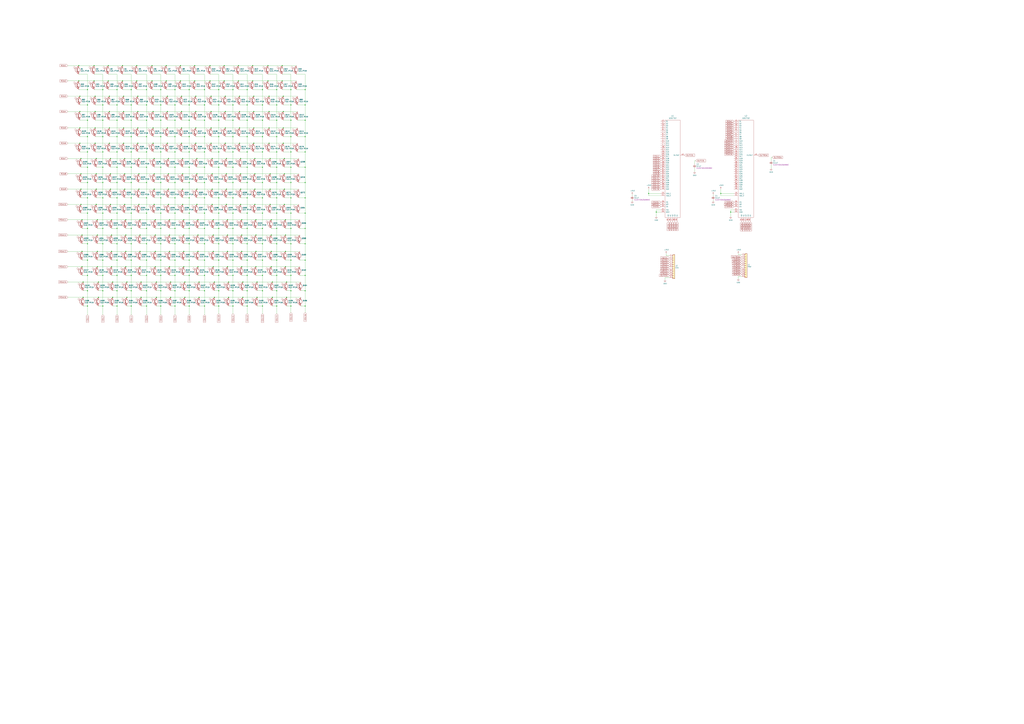
<source format=kicad_sch>
(kicad_sch (version 20231120) (generator "eeschema") (generator_version "8.0")
  (paper "A0")
  (title_block (title "TEMPLATE FILE") (date "2018-08-14") (rev "0.1p") (company "Idle Hands Dev.") (comment 1 "Sean Hodgins"))
  (lib_symbols
    (symbol "ADG732:ADG732" (pin_names (offset 1.016))
      (property "Reference" "U" (at 6.35 -66.04 0))
      (property "Value" "ADG732" (at 0 41.91 0))
      (symbol "ADG732_1_1"
        (pin input line (at -13.97 11.43 0) (length 5.08) (name "S12") (number "1"))
        (pin input line (at -13.97 34.29 0) (length 5.08) (name "S3") (number "10"))
        (pin input line (at -13.97 36.83 0) (length 5.08) (name "S2") (number "11"))
        (pin input line (at -13.97 39.37 0) (length 5.08) (name "S1") (number "12"))
        (pin input line (at -13.97 -44.45 0) (length 5.08) (name "Vdd_1") (number "13"))
        (pin input line (at -13.97 -46.99 0) (length 5.08) (name "Vdd_2") (number "14"))
        (pin input line (at -5.08 -77.47 90) (length 5.08) (name "A0") (number "15"))
        (pin input line (at -2.54 -77.47 90) (length 5.08) (name "A1") (number "16"))
        (pin input line (at 0 -77.47 90) (length 5.08) (name "A2") (number "17"))
        (pin input line (at 2.54 -77.47 90) (length 5.08) (name "A3") (number "18"))
        (pin input line (at 5.08 -77.47 90) (length 5.08) (name "A4") (number "19"))
        (pin input line (at -13.97 13.97 0) (length 5.08) (name "S11") (number "2"))
        (pin input line (at -13.97 -54.61 0) (length 5.08) (name "CS") (number "20"))
        (pin input line (at -13.97 -57.15 0) (length 5.08) (name "WR") (number "21"))
        (pin input line (at -13.97 -59.69 0) (length 5.08) (name "EN") (number "22"))
        (pin input line (at -13.97 -66.04 0) (length 5.08) (name "GND") (number "23"))
        (pin input line (at -13.97 -63.5 0) (length 5.08) (name "Vss") (number "24"))
        (pin input line (at -13.97 -1.27 0) (length 5.08) (name "S17") (number "25"))
        (pin input line (at -13.97 -3.81 0) (length 5.08) (name "S18") (number "26"))
        (pin input line (at -13.97 -6.35 0) (length 5.08) (name "S19") (number "27"))
        (pin input line (at -13.97 -8.89 0) (length 5.08) (name "S20") (number "28"))
        (pin input line (at -13.97 -11.43 0) (length 5.08) (name "S21") (number "29"))
        (pin input line (at -13.97 16.51 0) (length 5.08) (name "S10") (number "3"))
        (pin input line (at -13.97 -13.97 0) (length 5.08) (name "S22") (number "30"))
        (pin input line (at -13.97 -16.51 0) (length 5.08) (name "S23") (number "31"))
        (pin input line (at -13.97 -19.05 0) (length 5.08) (name "S24") (number "32"))
        (pin input line (at -13.97 -21.59 0) (length 5.08) (name "S25") (number "33"))
        (pin input line (at -13.97 -24.13 0) (length 5.08) (name "S26") (number "34"))
        (pin input line (at -13.97 -26.67 0) (length 5.08) (name "S27") (number "35"))
        (pin input line (at -13.97 -29.21 0) (length 5.08) (name "S28") (number "36"))
        (pin input line (at -13.97 -31.75 0) (length 5.08) (name "S29") (number "37"))
        (pin input line (at -13.97 -34.29 0) (length 5.08) (name "S30") (number "38"))
        (pin input line (at -13.97 -36.83 0) (length 5.08) (name "S31") (number "39"))
        (pin input line (at -13.97 19.05 0) (length 5.08) (name "S9") (number "4"))
        (pin input line (at -13.97 -39.37 0) (length 5.08) (name "S32") (number "40"))
        (pin input line (at 13.97 0 180) (length 5.08) (name "IN/OUT") (number "43"))
        (pin input line (at -13.97 1.27 0) (length 5.08) (name "S16") (number "45"))
        (pin input line (at -13.97 3.81 0) (length 5.08) (name "S15") (number "46"))
        (pin input line (at -13.97 6.35 0) (length 5.08) (name "S14") (number "47"))
        (pin input line (at -13.97 8.89 0) (length 5.08) (name "S13") (number "48"))
        (pin input line (at -13.97 21.59 0) (length 5.08) (name "S8") (number "5"))
        (pin input line (at -13.97 24.13 0) (length 5.08) (name "S7") (number "6"))
        (pin input line (at -13.97 26.67 0) (length 5.08) (name "S6") (number "7"))
        (pin input line (at -13.97 29.21 0) (length 5.08) (name "S5") (number "8"))
        (pin input line (at -13.97 31.75 0) (length 5.08) (name "S4") (number "9"))
      )
    )
    (symbol "Device:C_Small" (pin_numbers hide) (pin_names (offset 0.254) hide)
      (property "Reference" "C" (at 0.254 1.778 0))
      (property "Value" "C_Small" (at 0.254 -2.032 0))
      (symbol "C_Small_1_1"
        (pin passive line (at 0 2.54 270) (length 2.032) (name "~") (number "1"))
        (pin passive line (at 0 -2.54 90) (length 2.032) (name "~") (number "2"))
      )
    )
    (symbol "digiobscura-rescue:+3V3-AP2112k" (power) (pin_names (offset 0))
      (property "Value" "+3V3-AP2112k" (at 0 3.556 0))
      (symbol "+3V3-AP2112k_1_1"
        (pin power_in line (at 0 0 90) (length 0) hide (name "+3V3") (number "1"))
      )
    )
    (symbol "digiobscura-rescue:Conn_01x11-Connector_Generic" (pin_names (offset 1.016) hide)
      (property "Reference" "J" (at 0 15.24 0))
      (property "Value" "Conn_01x11-Connector_Generic" (at 0 -15.24 0))
      (symbol "Conn_01x11-Connector_Generic_1_1"
        (pin passive line (at -5.08 12.7 0) (length 3.81) (name "Pin_1") (number "1"))
        (pin passive line (at -5.08 -10.16 0) (length 3.81) (name "Pin_10") (number "10"))
        (pin passive line (at -5.08 -12.7 0) (length 3.81) (name "Pin_11") (number "11"))
        (pin passive line (at -5.08 10.16 0) (length 3.81) (name "Pin_2") (number "2"))
        (pin passive line (at -5.08 7.62 0) (length 3.81) (name "Pin_3") (number "3"))
        (pin passive line (at -5.08 5.08 0) (length 3.81) (name "Pin_4") (number "4"))
        (pin passive line (at -5.08 2.54 0) (length 3.81) (name "Pin_5") (number "5"))
        (pin passive line (at -5.08 0 0) (length 3.81) (name "Pin_6") (number "6"))
        (pin passive line (at -5.08 -2.54 0) (length 3.81) (name "Pin_7") (number "7"))
        (pin passive line (at -5.08 -5.08 0) (length 3.81) (name "Pin_8") (number "8"))
        (pin passive line (at -5.08 -7.62 0) (length 3.81) (name "Pin_9") (number "9"))
      )
    )
    (symbol "digiobscura-rescue:GND-AP2112k" (power) (pin_names (offset 0))
      (property "Value" "GND-AP2112k" (at 0 -3.81 0))
      (symbol "GND-AP2112k_1_1"
        (pin power_in line (at 0 0 270) (length 0) hide (name "GND") (number "1"))
      )
    )
    (symbol "digiobscura-rescue:Q_Photo_NPN-Device" (pin_names (offset 0) hide)
      (property "Reference" "Q" (at 5.08 1.27 0))
      (property "Value" "Q_Photo_NPN-Device" (at 5.08 -1.27 0))
      (symbol "Q_Photo_NPN-Device_1_1"
        (pin passive line (at 2.54 5.08 270) (length 2.54) (name "C") (number "1"))
        (pin passive line (at 2.54 -5.08 90) (length 2.54) (name "E") (number "2"))
      )
    )
  )
  (junction (at 270.51 212.09))
  (junction (at 101.6 283.21))
  (junction (at 161.29 237.49))
  (junction (at 170.18 104.14))
  (junction (at 246.38 184.15))
  (junction (at 119.38 212.09))
  (junction (at 170.18 247.65))
  (junction (at 119.38 320.04))
  (junction (at 179.07 219.71))
  (junction (at 314.96 255.27))
  (junction (at 278.13 111.76))
  (junction (at 321.31 229.87))
  (junction (at 237.49 139.7))
  (junction (at 152.4 229.87))
  (junction (at 321.31 121.92))
  (junction (at 212.09 201.93))
  (junction (at 219.71 302.26))
  (junction (at 337.82 355.6))
  (junction (at 203.2 355.6))
  (junction (at 245.11 111.76))
  (junction (at 127 129.54))
  (junction (at 152.4 247.65))
  (junction (at 321.31 247.65))
  (junction (at 203.2 320.04))
  (junction (at 278.13 129.54))
  (junction (at 332.74 327.66))
  (junction (at 95.25 273.05))
  (junction (at 354.33 121.92))
  (junction (at 101.6 176.53))
  (junction (at 248.92 327.66))
  (junction (at 330.2 184.15))
  (junction (at 328.93 129.54))
  (junction (at 177.8 166.37))
  (junction (at 219.71 337.82))
  (junction (at 228.6 219.71))
  (junction (at 287.02 139.7))
  (junction (at 111.76 237.49))
  (junction (at 214.63 327.66))
  (junction (at 354.33 320.04))
  (junction (at 354.33 247.65))
  (junction (at 135.89 355.6))
  (junction (at 354.33 158.75))
  (junction (at 125.73 76.2))
  (junction (at 114.3 345.44))
  (junction (at 304.8 158.75))
  (junction (at 196.85 292.1))
  (junction (at 203.2 212.09))
  (junction (at 170.18 337.82))
  (junction (at 101.6 355.6))
  (junction (at 229.87 309.88))
  (junction (at 143.51 129.54))
  (junction (at 227.33 166.37))
  (junction (at 193.04 76.2))
  (junction (at 278.13 148.59))
  (junction (at 110.49 148.59))
  (junction (at 321.31 212.09))
  (junction (at 170.18 283.21))
  (junction (at 193.04 93.98))
  (junction (at 186.69 302.26))
  (junction (at 128.27 237.49))
  (junction (at 304.8 121.92))
  (junction (at 194.31 166.37))
  (junction (at 298.45 327.66))
  (junction (at 119.38 302.26))
  (junction (at 127 111.76))
  (junction (at 158.75 93.98))
  (junction (at 228.6 184.15))
  (junction (at 212.09 184.15))
  (junction (at 135.89 320.04))
  (junction (at 110.49 129.54))
  (junction (at 311.15 93.98))
  (junction (at 298.45 345.44))
  (junction (at 91.44 76.2))
  (junction (at 219.71 121.92))
  (junction (at 314.96 309.88))
  (junction (at 304.8 176.53))
  (junction (at 196.85 255.27))
  (junction (at 147.32 345.44))
  (junction (at 262.89 237.49))
  (junction (at 170.18 302.26))
  (junction (at 194.31 148.59))
  (junction (at 297.18 255.27))
  (junction (at 143.51 166.37))
  (junction (at 219.71 229.87))
  (junction (at 101.6 104.14))
  (junction (at 113.03 292.1))
  (junction (at 287.02 247.65))
  (junction (at 162.56 309.88))
  (junction (at 354.33 337.82))
  (junction (at 237.49 121.92))
  (junction (at 219.71 283.21))
  (junction (at 237.49 265.43))
  (junction (at 135.89 247.65))
  (junction (at 186.69 212.09))
  (junction (at 152.4 355.6))
  (junction (at 203.2 302.26))
  (junction (at 276.86 76.2))
  (junction (at 198.12 345.44))
  (junction (at 219.71 265.43))
  (junction (at 101.6 139.7))
  (junction (at 304.8 320.04))
  (junction (at 170.18 229.87))
  (junction (at 119.38 139.7))
  (junction (at 330.2 219.71))
  (junction (at 93.98 201.93))
  (junction (at 260.35 93.98))
  (junction (at 210.82 148.59))
  (junction (at 161.29 201.93))
  (junction (at 337.82 247.65))
  (junction (at 321.31 283.21))
  (junction (at 265.43 327.66))
  (junction (at 101.6 247.65))
  (junction (at 177.8 111.76))
  (junction (at 337.82 121.92))
  (junction (at 101.6 265.43))
  (junction (at 161.29 219.71))
  (junction (at 227.33 148.59))
  (junction (at 237.49 194.31))
  (junction (at 254 265.43))
  (junction (at 219.71 139.7))
  (junction (at 210.82 129.54))
  (junction (at 245.11 129.54))
  (junction (at 93.98 237.49))
  (junction (at 246.38 201.93))
  (junction (at 101.6 229.87))
  (junction (at 248.92 345.44))
  (junction (at 213.36 309.88))
  (junction (at 231.14 345.44))
  (junction (at 287.02 158.75))
  (junction (at 243.84 93.98))
  (junction (at 135.89 265.43))
  (junction (at 254 247.65))
  (junction (at 135.89 158.75))
  (junction (at 170.18 355.6))
  (junction (at 327.66 93.98))
  (junction (at 337.82 283.21))
  (junction (at 111.76 219.71))
  (junction (at 304.8 302.26))
  (junction (at 135.89 104.14))
  (junction (at 128.27 201.93))
  (junction (at 152.4 337.82))
  (junction (at 203.2 229.87))
  (junction (at 91.44 93.98))
  (junction (at 92.71 129.54))
  (junction (at 101.6 302.26))
  (junction (at 247.65 292.1))
  (junction (at 287.02 355.6))
  (junction (at 93.98 184.15))
  (junction (at 203.2 176.53))
  (junction (at 119.38 229.87))
  (junction (at 304.8 212.09))
  (junction (at 92.71 166.37))
  (junction (at 254 176.53))
  (junction (at 337.82 302.26))
  (junction (at 337.82 139.7))
  (junction (at 203.2 265.43))
  (junction (at 262.89 201.93))
  (junction (at 125.73 93.98))
  (junction (at 152.4 320.04))
  (junction (at 101.6 320.04))
  (junction (at 212.09 237.49))
  (junction (at 194.31 111.76))
  (junction (at 321.31 194.31))
  (junction (at 337.82 104.14))
  (junction (at 762 246.38))
  (junction (at 337.82 265.43))
  (junction (at 210.82 111.76))
  (junction (at 270.51 283.21))
  (junction (at 146.05 273.05))
  (junction (at 226.06 93.98))
  (junction (at 304.8 337.82))
  (junction (at 314.96 292.1))
  (junction (at 293.37 93.98))
  (junction (at 186.69 320.04))
  (junction (at 237.49 355.6))
  (junction (at 287.02 283.21))
  (junction (at 127 166.37))
  (junction (at 128.27 219.71))
  (junction (at 354.33 355.6))
  (junction (at 186.69 229.87))
  (junction (at 177.8 129.54))
  (junction (at 321.31 302.26))
  (junction (at 203.2 247.65))
  (junction (at 160.02 166.37))
  (junction (at 101.6 212.09))
  (junction (at 279.4 219.71))
  (junction (at 214.63 345.44))
  (junction (at 294.64 129.54))
  (junction (at 113.03 309.88))
  (junction (at 170.18 176.53))
  (junction (at 119.38 283.21))
  (junction (at 186.69 176.53))
  (junction (at 119.38 194.31))
  (junction (at 92.71 111.76))
  (junction (at 160.02 111.76))
  (junction (at 186.69 265.43))
  (junction (at 237.49 158.75))
  (junction (at 181.61 327.66))
  (junction (at 213.36 292.1))
  (junction (at 262.89 184.15))
  (junction (at 297.18 292.1))
  (junction (at 327.66 76.2))
  (junction (at 146.05 292.1))
  (junction (at 254 139.7))
  (junction (at 337.82 158.75))
  (junction (at 179.07 184.15))
  (junction (at 321.31 176.53))
  (junction (at 135.89 337.82))
  (junction (at 186.69 337.82))
  (junction (at 247.65 309.88))
  (junction (at 129.54 309.88))
  (junction (at 254 337.82))
  (junction (at 119.38 176.53))
  (junction (at 354.33 283.21))
  (junction (at 186.69 194.31))
  (junction (at 147.32 327.66))
  (junction (at 144.78 219.71))
  (junction (at 337.82 320.04))
  (junction (at 180.34 255.27))
  (junction (at 161.29 184.15))
  (junction (at 297.18 273.05))
  (junction (at 270.51 229.87))
  (junction (at 219.71 194.31))
  (junction (at 119.38 355.6))
  (junction (at 162.56 255.27))
  (junction (at 212.09 219.71))
  (junction (at 261.62 148.59))
  (junction (at 162.56 292.1))
  (junction (at 152.4 121.92))
  (junction (at 101.6 121.92))
  (junction (at 237.49 104.14))
  (junction (at 304.8 229.87))
  (junction (at 135.89 194.31))
  (junction (at 237.49 320.04))
  (junction (at 313.69 201.93))
  (junction (at 96.52 345.44))
  (junction (at 152.4 176.53))
  (junction (at 152.4 158.75))
  (junction (at 226.06 76.2))
  (junction (at 287.02 320.04))
  (junction (at 135.89 229.87))
  (junction (at 135.89 139.7))
  (junction (at 109.22 76.2))
  (junction (at 95.25 255.27))
  (junction (at 328.93 166.37))
  (junction (at 203.2 158.75))
  (junction (at 203.2 104.14))
  (junction (at 152.4 194.31))
  (junction (at 281.94 327.66))
  (junction (at 262.89 219.71))
  (junction (at 264.16 309.88))
  (junction (at 186.69 121.92))
  (junction (at 203.2 139.7))
  (junction (at 331.47 273.05))
  (junction (at 331.47 292.1))
  (junction (at 194.31 129.54))
  (junction (at 186.69 158.75))
  (junction (at 246.38 237.49))
  (junction (at 129.54 292.1))
  (junction (at 836.93 224.79))
  (junction (at 354.33 212.09))
  (junction (at 354.33 265.43))
  (junction (at 237.49 337.82))
  (junction (at 254 212.09))
  (junction (at 219.71 247.65))
  (junction (at 280.67 309.88))
  (junction (at 144.78 184.15))
  (junction (at 170.18 212.09))
  (junction (at 92.71 148.59))
  (junction (at 110.49 111.76))
  (junction (at 321.31 355.6))
  (junction (at 261.62 166.37))
  (junction (at 321.31 158.75))
  (junction (at 152.4 302.26))
  (junction (at 119.38 158.75))
  (junction (at 321.31 139.7))
  (junction (at 101.6 337.82))
  (junction (at 158.75 76.2))
  (junction (at 245.11 166.37))
  (junction (at 181.61 345.44))
  (junction (at 260.35 76.2))
  (junction (at 280.67 292.1))
  (junction (at 119.38 247.65))
  (junction (at 170.18 320.04))
  (junction (at 114.3 327.66))
  (junction (at 219.71 104.14))
  (junction (at 176.53 93.98))
  (junction (at 328.93 148.59))
  (junction (at 294.64 166.37))
  (junction (at 264.16 292.1))
  (junction (at 278.13 166.37))
  (junction (at 180.34 273.05))
  (junction (at 209.55 76.2))
  (junction (at 243.84 76.2))
  (junction (at 143.51 111.76))
  (junction (at 287.02 194.31))
  (junction (at 213.36 255.27))
  (junction (at 270.51 320.04))
  (junction (at 129.54 273.05))
  (junction (at 330.2 201.93))
  (junction (at 135.89 302.26))
  (junction (at 135.89 212.09))
  (junction (at 264.16 273.05))
  (junction (at 287.02 212.09))
  (junction (at 228.6 201.93))
  (junction (at 314.96 273.05))
  (junction (at 316.23 327.66))
  (junction (at 270.51 337.82))
  (junction (at 254 121.92))
  (junction (at 195.58 184.15))
  (junction (at 254 355.6))
  (junction (at 203.2 194.31))
  (junction (at 311.15 76.2))
  (junction (at 152.4 265.43))
  (junction (at 287.02 121.92))
  (junction (at 237.49 283.21))
  (junction (at 261.62 129.54))
  (junction (at 280.67 255.27))
  (junction (at 337.82 229.87))
  (junction (at 209.55 93.98))
  (junction (at 229.87 273.05))
  (junction (at 337.82 194.31))
  (junction (at 354.33 176.53))
  (junction (at 254 194.31))
  (junction (at 179.07 237.49))
  (junction (at 294.64 111.76))
  (junction (at 270.51 302.26))
  (junction (at 321.31 104.14))
  (junction (at 186.69 283.21))
  (junction (at 294.64 148.59))
  (junction (at 152.4 283.21))
  (junction (at 330.2 237.49))
  (junction (at 354.33 194.31))
  (junction (at 228.6 237.49))
  (junction (at 312.42 129.54))
  (junction (at 186.69 247.65))
  (junction (at 196.85 273.05))
  (junction (at 186.69 139.7))
  (junction (at 219.71 212.09))
  (junction (at 101.6 194.31))
  (junction (at 195.58 219.71))
  (junction (at 313.69 219.71))
  (junction (at 160.02 129.54))
  (junction (at 331.47 255.27))
  (junction (at 128.27 184.15))
  (junction (at 142.24 76.2))
  (junction (at 753.11 224.79))
  (junction (at 247.65 273.05))
  (junction (at 180.34 309.88))
  (junction (at 219.71 355.6))
  (junction (at 170.18 158.75))
  (junction (at 313.69 237.49))
  (junction (at 143.51 148.59))
  (junction (at 304.8 194.31))
  (junction (at 213.36 273.05))
  (junction (at 144.78 201.93))
  (junction (at 227.33 111.76))
  (junction (at 270.51 355.6))
  (junction (at 219.71 320.04))
  (junction (at 163.83 345.44))
  (junction (at 246.38 219.71))
  (junction (at 186.69 355.6))
  (junction (at 304.8 139.7))
  (junction (at 203.2 337.82))
  (junction (at 146.05 255.27))
  (junction (at 276.86 93.98))
  (junction (at 287.02 337.82))
  (junction (at 144.78 237.49))
  (junction (at 279.4 201.93))
  (junction (at 170.18 121.92))
  (junction (at 130.81 345.44))
  (junction (at 113.03 255.27))
  (junction (at 304.8 355.6))
  (junction (at 111.76 184.15))
  (junction (at 337.82 176.53))
  (junction (at 237.49 302.26))
  (junction (at 313.69 184.15))
  (junction (at 254 302.26))
  (junction (at 119.38 121.92))
  (junction (at 337.82 212.09))
  (junction (at 265.43 345.44))
  (junction (at 270.51 247.65))
  (junction (at 312.42 111.76))
  (junction (at 135.89 121.92))
  (junction (at 130.81 327.66))
  (junction (at 196.85 309.88))
  (junction (at 254 229.87))
  (junction (at 113.03 273.05))
  (junction (at 119.38 265.43))
  (junction (at 162.56 273.05))
  (junction (at 110.49 166.37))
  (junction (at 177.8 148.59))
  (junction (at 328.93 111.76))
  (junction (at 219.71 158.75))
  (junction (at 331.47 309.88))
  (junction (at 229.87 255.27))
  (junction (at 163.83 327.66))
  (junction (at 237.49 229.87))
  (junction (at 95.25 292.1))
  (junction (at 293.37 76.2))
  (junction (at 354.33 104.14))
  (junction (at 337.82 337.82))
  (junction (at 111.76 201.93))
  (junction (at 270.51 176.53))
  (junction (at 135.89 283.21))
  (junction (at 247.65 255.27))
  (junction (at 210.82 166.37))
  (junction (at 254 320.04))
  (junction (at 170.18 265.43))
  (junction (at 304.8 247.65))
  (junction (at 152.4 104.14))
  (junction (at 270.51 194.31))
  (junction (at 231.14 327.66))
  (junction (at 93.98 219.71))
  (junction (at 254 283.21))
  (junction (at 270.51 139.7))
  (junction (at 176.53 76.2))
  (junction (at 295.91 201.93))
  (junction (at 270.51 158.75))
  (junction (at 261.62 111.76))
  (junction (at 321.31 320.04))
  (junction (at 304.8 265.43))
  (junction (at 287.02 229.87))
  (junction (at 142.24 93.98))
  (junction (at 848.36 246.38))
  (junction (at 295.91 219.71))
  (junction (at 237.49 176.53))
  (junction (at 170.18 194.31))
  (junction (at 109.22 93.98))
  (junction (at 237.49 212.09))
  (junction (at 270.51 121.92))
  (junction (at 119.38 337.82))
  (junction (at 295.91 184.15))
  (junction (at 198.12 327.66))
  (junction (at 101.6 158.75))
  (junction (at 316.23 345.44))
  (junction (at 281.94 345.44))
  (junction (at 180.34 292.1))
  (junction (at 237.49 247.65))
  (junction (at 270.51 265.43))
  (junction (at 254 158.75))
  (junction (at 287.02 104.14))
  (junction (at 135.89 176.53))
  (junction (at 96.52 327.66))
  (junction (at 203.2 283.21))
  (junction (at 354.33 229.87))
  (junction (at 287.02 302.26))
  (junction (at 152.4 139.7))
  (junction (at 245.11 148.59))
  (junction (at 312.42 148.59))
  (junction (at 304.8 283.21))
  (junction (at 295.91 237.49))
  (junction (at 321.31 265.43))
  (junction (at 195.58 201.93))
  (junction (at 321.31 337.82))
  (junction (at 312.42 166.37))
  (junction (at 332.74 345.44))
  (junction (at 264.16 255.27))
  (junction (at 160.02 148.59))
  (junction (at 270.51 104.14))
  (junction (at 304.8 104.14))
  (junction (at 229.87 292.1))
  (junction (at 146.05 309.88))
  (junction (at 119.38 104.14))
  (junction (at 195.58 237.49))
  (junction (at 219.71 176.53))
  (junction (at 129.54 255.27))
  (junction (at 179.07 201.93))
  (junction (at 170.18 139.7))
  (junction (at 279.4 184.15))
  (junction (at 287.02 265.43))
  (junction (at 227.33 129.54))
  (junction (at 203.2 121.92))
  (junction (at 354.33 139.7))
  (junction (at 186.69 104.14))
  (junction (at 279.4 237.49))
  (junction (at 287.02 176.53))
  (junction (at 152.4 212.09))
  (junction (at 127 148.59))
  (junction (at 280.67 273.05))
  (junction (at 297.18 309.88))
  (junction (at 95.25 309.88))
  (junction (at 254 104.14))
  (junction (at 354.33 302.26))
  (wire (pts (xy 152.4 355.6) (xy 152.4 365.76)))
  (wire (pts (xy 254 247.65) (xy 254 265.43)))
  (wire (pts (xy 119.38 86.36) (xy 119.38 104.14)))
  (wire (pts (xy 195.58 201.93) (xy 212.09 201.93)))
  (wire (pts (xy 228.6 194.31) (xy 237.49 194.31)))
  (wire (pts (xy 186.69 121.92) (xy 186.69 139.7)))
  (wire (pts (xy 254 176.53) (xy 254 194.31)))
  (wire (pts (xy 354.33 121.92) (xy 354.33 139.7)))
  (wire (pts (xy 227.33 148.59) (xy 245.11 148.59)))
  (wire (pts (xy 254 320.04) (xy 254 337.82)))
  (wire (pts (xy 328.93 166.37) (xy 345.44 166.37)))
  (wire (pts (xy 246.38 237.49) (xy 262.89 237.49)))
  (wire (pts (xy 213.36 292.1) (xy 229.87 292.1)))
  (wire (pts (xy 130.81 355.6) (xy 135.89 355.6)))
  (wire (pts (xy 92.71 176.53) (xy 101.6 176.53)))
  (wire (pts (xy 186.69 176.53) (xy 186.69 194.31)))
  (wire (pts (xy 346.71 247.65) (xy 354.33 247.65)))
  (wire (pts (xy 163.83 355.6) (xy 170.18 355.6)))
  (wire (pts (xy 152.4 302.26) (xy 152.4 320.04)))
  (wire (pts (xy 162.56 320.04) (xy 170.18 320.04)))
  (wire (pts (xy 170.18 139.7) (xy 170.18 158.75)))
  (wire (pts (xy 287.02 337.82) (xy 287.02 355.6)))
  (wire (pts (xy 186.69 302.26) (xy 186.69 320.04)))
  (wire (pts (xy 196.85 265.43) (xy 203.2 265.43)))
  (wire (pts (xy 110.49 148.59) (xy 127 148.59)))
  (wire (pts (xy 331.47 283.21) (xy 337.82 283.21)))
  (wire (pts (xy 194.31 148.59) (xy 210.82 148.59)))
  (wire (pts (xy 270.51 194.31) (xy 270.51 212.09)))
  (wire (pts (xy 158.75 86.36) (xy 170.18 86.36)))
  (wire (pts (xy 203.2 337.82) (xy 203.2 355.6)))
  (wire (pts (xy 316.23 327.66) (xy 332.74 327.66)))
  (wire (pts (xy 295.91 201.93) (xy 313.69 201.93)))
  (wire (pts (xy 203.2 176.53) (xy 203.2 194.31)))
  (wire (pts (xy 119.38 139.7) (xy 119.38 158.75)))
  (wire (pts (xy 229.87 309.88) (xy 247.65 309.88)))
  (wire (pts (xy 314.96 255.27) (xy 331.47 255.27)))
  (wire (pts (xy 93.98 219.71) (xy 111.76 219.71)))
  (wire (pts (xy 313.69 201.93) (xy 330.2 201.93)))
  (wire (pts (xy 146.05 309.88) (xy 162.56 309.88)))
  (wire (pts (xy 227.33 166.37) (xy 245.11 166.37)))
  (wire (pts (xy 237.49 320.04) (xy 237.49 337.82)))
  (wire (pts (xy 313.69 229.87) (xy 321.31 229.87)))
  (wire (pts (xy 347.98 302.26) (xy 354.33 302.26)))
  (wire (pts (xy 128.27 194.31) (xy 135.89 194.31)))
  (wire (pts (xy 96.52 337.82) (xy 101.6 337.82)))
  (wire (pts (xy 314.96 302.26) (xy 321.31 302.26)))
  (wire (pts (xy 129.54 273.05) (xy 146.05 273.05)))
  (wire (pts (xy 152.4 337.82) (xy 152.4 355.6)))
  (wire (pts (xy 247.65 302.26) (xy 254 302.26)))
  (wire (pts (xy 264.16 302.26) (xy 270.51 302.26)))
  (wire (pts (xy 304.8 121.92) (xy 304.8 139.7)))
  (wire (pts (xy 314.96 292.1) (xy 331.47 292.1)))
  (wire (pts (xy 248.92 337.82) (xy 254 337.82)))
  (wire (pts (xy 245.11 139.7) (xy 254 139.7)))
  (wire (pts (xy 281.94 337.82) (xy 287.02 337.82)))
  (wire (pts (xy 304.8 229.87) (xy 304.8 247.65)))
  (wire (pts (xy 321.31 247.65) (xy 321.31 265.43)))
  (wire (pts (xy 78.74 201.93) (xy 93.98 201.93)))
  (wire (pts (xy 78.74 327.66) (xy 96.52 327.66)))
  (wire (pts (xy 170.18 265.43) (xy 170.18 283.21)))
  (wire (pts (xy 297.18 309.88) (xy 314.96 309.88)))
  (wire (pts (xy 354.33 283.21) (xy 354.33 302.26)))
  (wire (pts (xy 210.82 148.59) (xy 227.33 148.59)))
  (wire (pts (xy 114.3 327.66) (xy 130.81 327.66)))
  (wire (pts (xy 195.58 194.31) (xy 203.2 194.31)))
  (wire (pts (xy 93.98 184.15) (xy 111.76 184.15)))
  (wire (pts (xy 270.51 355.6) (xy 270.51 364.49)))
  (wire (pts (xy 177.8 111.76) (xy 194.31 111.76)))
  (wire (pts (xy 179.07 201.93) (xy 195.58 201.93)))
  (wire (pts (xy 246.38 247.65) (xy 254 247.65)))
  (wire (pts (xy 327.66 76.2) (xy 344.17 76.2)))
  (wire (pts (xy 177.8 176.53) (xy 186.69 176.53)))
  (wire (pts (xy 270.51 337.82) (xy 270.51 355.6)))
  (wire (pts (xy 287.02 302.26) (xy 287.02 320.04)))
  (wire (pts (xy 212.09 229.87) (xy 219.71 229.87)))
  (wire (pts (xy 337.82 355.6) (xy 337.82 363.22)))
  (wire (pts (xy 186.69 337.82) (xy 186.69 355.6)))
  (wire (pts (xy 114.3 337.82) (xy 119.38 337.82)))
  (wire (pts (xy 229.87 292.1) (xy 247.65 292.1)))
  (wire (pts (xy 848.36 246.38) (xy 848.36 251.46)))
  (wire (pts (xy 144.78 194.31) (xy 152.4 194.31)))
  (wire (pts (xy 304.8 283.21) (xy 304.8 302.26)))
  (wire (pts (xy 125.73 93.98) (xy 142.24 93.98)))
  (wire (pts (xy 294.64 176.53) (xy 304.8 176.53)))
  (wire (pts (xy 179.07 247.65) (xy 186.69 247.65)))
  (wire (pts (xy 328.93 148.59) (xy 345.44 148.59)))
  (wire (pts (xy 147.32 345.44) (xy 163.83 345.44)))
  (wire (pts (xy 119.38 158.75) (xy 119.38 176.53)))
  (wire (pts (xy 160.02 158.75) (xy 170.18 158.75)))
  (wire (pts (xy 143.51 166.37) (xy 160.02 166.37)))
  (wire (pts (xy 772.16 322.58) (xy 772.16 325.12)))
  (wire (pts (xy 177.8 121.92) (xy 186.69 121.92)))
  (wire (pts (xy 146.05 265.43) (xy 152.4 265.43)))
  (wire (pts (xy 129.54 255.27) (xy 146.05 255.27)))
  (wire (pts (xy 280.67 265.43) (xy 287.02 265.43)))
  (wire (pts (xy 327.66 93.98) (xy 344.17 93.98)))
  (wire (pts (xy 226.06 76.2) (xy 243.84 76.2)))
  (wire (pts (xy 311.15 86.36) (xy 321.31 86.36)))
  (wire (pts (xy 170.18 176.53) (xy 170.18 194.31)))
  (wire (pts (xy 237.49 247.65) (xy 237.49 265.43)))
  (wire (pts (xy 128.27 219.71) (xy 144.78 219.71)))
  (wire (pts (xy 313.69 212.09) (xy 321.31 212.09)))
  (wire (pts (xy 176.53 104.14) (xy 186.69 104.14)))
  (wire (pts (xy 237.49 121.92) (xy 237.49 139.7)))
  (wire (pts (xy 119.38 320.04) (xy 119.38 337.82)))
  (wire (pts (xy 278.13 139.7) (xy 287.02 139.7)))
  (wire (pts (xy 304.8 337.82) (xy 304.8 355.6)))
  (wire (pts (xy 101.6 194.31) (xy 101.6 212.09)))
  (wire (pts (xy 193.04 93.98) (xy 209.55 93.98)))
  (wire (pts (xy 93.98 229.87) (xy 101.6 229.87)))
  (wire (pts (xy 270.51 121.92) (xy 270.51 139.7)))
  (wire (pts (xy 144.78 201.93) (xy 161.29 201.93)))
  (wire (pts (xy 294.64 129.54) (xy 312.42 129.54)))
  (wire (pts (xy 344.17 86.36) (xy 354.33 86.36)))
  (wire (pts (xy 331.47 302.26) (xy 337.82 302.26)))
  (wire (pts (xy 127 148.59) (xy 143.51 148.59)))
  (wire (pts (xy 110.49 121.92) (xy 119.38 121.92)))
  (wire (pts (xy 229.87 273.05) (xy 247.65 273.05)))
  (wire (pts (xy 203.2 158.75) (xy 203.2 176.53)))
  (wire (pts (xy 246.38 219.71) (xy 262.89 219.71)))
  (wire (pts (xy 295.91 194.31) (xy 304.8 194.31)))
  (wire (pts (xy 312.42 148.59) (xy 328.93 148.59)))
  (wire (pts (xy 278.13 121.92) (xy 287.02 121.92)))
  (wire (pts (xy 311.15 104.14) (xy 321.31 104.14)))
  (wire (pts (xy 213.36 255.27) (xy 229.87 255.27)))
  (wire (pts (xy 135.89 86.36) (xy 135.89 104.14)))
  (wire (pts (xy 152.4 265.43) (xy 152.4 283.21)))
  (wire (pts (xy 264.16 273.05) (xy 280.67 273.05)))
  (wire (pts (xy 101.6 283.21) (xy 101.6 302.26)))
  (wire (pts (xy 135.89 229.87) (xy 135.89 247.65)))
  (wire (pts (xy 170.18 229.87) (xy 170.18 247.65)))
  (wire (pts (xy 186.69 283.21) (xy 186.69 302.26)))
  (wire (pts (xy 219.71 194.31) (xy 219.71 212.09)))
  (wire (pts (xy 321.31 139.7) (xy 321.31 158.75)))
  (wire (pts (xy 297.18 292.1) (xy 314.96 292.1)))
  (wire (pts (xy 254 283.21) (xy 254 302.26)))
  (wire (pts (xy 261.62 158.75) (xy 270.51 158.75)))
  (wire (pts (xy 135.89 247.65) (xy 135.89 265.43)))
  (wire (pts (xy 294.64 158.75) (xy 304.8 158.75)))
  (wire (pts (xy 857.25 295.91) (xy 857.25 294.64)))
  (wire (pts (xy 321.31 320.04) (xy 321.31 337.82)))
  (wire (pts (xy 193.04 86.36) (xy 203.2 86.36)))
  (wire (pts (xy 354.33 104.14) (xy 354.33 121.92)))
  (wire (pts (xy 228.6 247.65) (xy 237.49 247.65)))
  (wire (pts (xy 265.43 345.44) (xy 281.94 345.44)))
  (wire (pts (xy 161.29 201.93) (xy 179.07 201.93)))
  (wire (pts (xy 354.33 247.65) (xy 354.33 265.43)))
  (wire (pts (xy 152.4 176.53) (xy 152.4 194.31)))
  (wire (pts (xy 806.45 186.69) (xy 806.45 190.5)))
  (wire (pts (xy 227.33 121.92) (xy 237.49 121.92)))
  (wire (pts (xy 212.09 184.15) (xy 228.6 184.15)))
  (wire (pts (xy 95.25 309.88) (xy 113.03 309.88)))
  (wire (pts (xy 162.56 255.27) (xy 180.34 255.27)))
  (wire (pts (xy 101.6 86.36) (xy 101.6 104.14)))
  (wire (pts (xy 278.13 111.76) (xy 294.64 111.76)))
  (wire (pts (xy 78.74 273.05) (xy 95.25 273.05)))
  (wire (pts (xy 193.04 104.14) (xy 203.2 104.14)))
  (wire (pts (xy 294.64 111.76) (xy 312.42 111.76)))
  (wire (pts (xy 203.2 104.14) (xy 203.2 121.92)))
  (wire (pts (xy 281.94 345.44) (xy 298.45 345.44)))
  (wire (pts (xy 180.34 283.21) (xy 186.69 283.21)))
  (wire (pts (xy 186.69 86.36) (xy 186.69 104.14)))
  (wire (pts (xy 101.6 158.75) (xy 101.6 176.53)))
  (wire (pts (xy 321.31 212.09) (xy 321.31 229.87)))
  (wire (pts (xy 231.14 355.6) (xy 237.49 355.6)))
  (wire (pts (xy 92.71 129.54) (xy 110.49 129.54)))
  (wire (pts (xy 135.89 158.75) (xy 135.89 176.53)))
  (wire (pts (xy 95.25 255.27) (xy 113.03 255.27)))
  (wire (pts (xy 231.14 345.44) (xy 248.92 345.44)))
  (wire (pts (xy 345.44 176.53) (xy 354.33 176.53)))
  (wire (pts (xy 254 355.6) (xy 254 364.49)))
  (wire (pts (xy 278.13 166.37) (xy 294.64 166.37)))
  (wire (pts (xy 179.07 219.71) (xy 195.58 219.71)))
  (wire (pts (xy 219.71 265.43) (xy 219.71 283.21)))
  (wire (pts (xy 119.38 355.6) (xy 119.38 365.76)))
  (wire (pts (xy 280.67 320.04) (xy 287.02 320.04)))
  (wire (pts (xy 280.67 283.21) (xy 287.02 283.21)))
  (wire (pts (xy 226.06 93.98) (xy 243.84 93.98)))
  (wire (pts (xy 261.62 111.76) (xy 278.13 111.76)))
  (wire (pts (xy 160.02 111.76) (xy 177.8 111.76)))
  (wire (pts (xy 147.32 327.66) (xy 163.83 327.66)))
  (wire (pts (xy 227.33 158.75) (xy 237.49 158.75)))
  (wire (pts (xy 349.25 337.82) (xy 354.33 337.82)))
  (wire (pts (xy 101.6 212.09) (xy 101.6 229.87)))
  (wire (pts (xy 111.76 201.93) (xy 128.27 201.93)))
  (wire (pts (xy 177.8 139.7) (xy 186.69 139.7)))
  (wire (pts (xy 78.74 219.71) (xy 93.98 219.71)))
  (wire (pts (xy 210.82 166.37) (xy 227.33 166.37)))
  (wire (pts (xy 828.04 232.41) (xy 828.04 233.68)))
  (wire (pts (xy 109.22 93.98) (xy 125.73 93.98)))
  (wire (pts (xy 237.49 158.75) (xy 237.49 176.53)))
  (wire (pts (xy 295.91 237.49) (xy 313.69 237.49)))
  (wire (pts (xy 92.71 111.76) (xy 110.49 111.76)))
  (wire (pts (xy 135.89 139.7) (xy 135.89 158.75)))
  (wire (pts (xy 260.35 93.98) (xy 276.86 93.98)))
  (wire (pts (xy 186.69 158.75) (xy 186.69 176.53)))
  (wire (pts (xy 337.82 121.92) (xy 337.82 139.7)))
  (wire (pts (xy 210.82 176.53) (xy 219.71 176.53)))
  (wire (pts (xy 162.56 273.05) (xy 180.34 273.05)))
  (wire (pts (xy 297.18 320.04) (xy 304.8 320.04)))
  (wire (pts (xy 328.93 111.76) (xy 345.44 111.76)))
  (wire (pts (xy 313.69 184.15) (xy 330.2 184.15)))
  (wire (pts (xy 194.31 121.92) (xy 203.2 121.92)))
  (wire (pts (xy 773.43 297.18) (xy 773.43 294.64)))
  (wire (pts (xy 135.89 176.53) (xy 135.89 194.31)))
  (wire (pts (xy 254 86.36) (xy 254 104.14)))
  (wire (pts (xy 158.75 93.98) (xy 176.53 93.98)))
  (wire (pts (xy 176.53 76.2) (xy 193.04 76.2)))
  (wire (pts (xy 110.49 129.54) (xy 127 129.54)))
  (wire (pts (xy 78.74 184.15) (xy 93.98 184.15)))
  (wire (pts (xy 214.63 337.82) (xy 219.71 337.82)))
  (wire (pts (xy 245.11 121.92) (xy 254 121.92)))
  (wire (pts (xy 314.96 309.88) (xy 331.47 309.88)))
  (wire (pts (xy 312.42 176.53) (xy 321.31 176.53)))
  (wire (pts (xy 312.42 129.54) (xy 328.93 129.54)))
  (wire (pts (xy 321.31 158.75) (xy 321.31 176.53)))
  (wire (pts (xy 127 121.92) (xy 135.89 121.92)))
  (wire (pts (xy 262.89 219.71) (xy 279.4 219.71)))
  (wire (pts (xy 193.04 76.2) (xy 209.55 76.2)))
  (wire (pts (xy 110.49 111.76) (xy 127 111.76)))
  (wire (pts (xy 194.31 129.54) (xy 210.82 129.54)))
  (wire (pts (xy 194.31 166.37) (xy 210.82 166.37)))
  (wire (pts (xy 143.51 158.75) (xy 152.4 158.75)))
  (wire (pts (xy 186.69 104.14) (xy 186.69 121.92)))
  (wire (pts (xy 129.54 283.21) (xy 135.89 283.21)))
  (wire (pts (xy 129.54 320.04) (xy 135.89 320.04)))
  (wire (pts (xy 179.07 194.31) (xy 186.69 194.31)))
  (wire (pts (xy 119.38 337.82) (xy 119.38 355.6)))
  (wire (pts (xy 237.49 229.87) (xy 237.49 247.65)))
  (wire (pts (xy 247.65 292.1) (xy 264.16 292.1)))
  (wire (pts (xy 196.85 302.26) (xy 203.2 302.26)))
  (wire (pts (xy 180.34 265.43) (xy 186.69 265.43)))
  (wire (pts (xy 213.36 309.88) (xy 229.87 309.88)))
  (wire (pts (xy 170.18 247.65) (xy 170.18 265.43)))
  (wire (pts (xy 313.69 219.71) (xy 330.2 219.71)))
  (wire (pts (xy 321.31 121.92) (xy 321.31 139.7)))
  (wire (pts (xy 354.33 139.7) (xy 354.33 158.75)))
  (wire (pts (xy 195.58 229.87) (xy 203.2 229.87)))
  (wire (pts (xy 203.2 121.92) (xy 203.2 139.7)))
  (wire (pts (xy 203.2 229.87) (xy 203.2 247.65)))
  (wire (pts (xy 287.02 104.14) (xy 287.02 121.92)))
  (wire (pts (xy 219.71 158.75) (xy 219.71 176.53)))
  (wire (pts (xy 78.74 76.2) (xy 91.44 76.2)))
  (wire (pts (xy 226.06 86.36) (xy 237.49 86.36)))
  (wire (pts (xy 228.6 219.71) (xy 246.38 219.71)))
  (wire (pts (xy 245.11 148.59) (xy 261.62 148.59)))
  (wire (pts (xy 152.4 86.36) (xy 152.4 104.14)))
  (wire (pts (xy 125.73 76.2) (xy 142.24 76.2)))
  (wire (pts (xy 152.4 158.75) (xy 152.4 176.53)))
  (wire (pts (xy 327.66 104.14) (xy 337.82 104.14)))
  (wire (pts (xy 135.89 194.31) (xy 135.89 212.09)))
  (wire (pts (xy 110.49 158.75) (xy 119.38 158.75)))
  (wire (pts (xy 179.07 229.87) (xy 186.69 229.87)))
  (wire (pts (xy 297.18 283.21) (xy 304.8 283.21)))
  (wire (pts (xy 142.24 86.36) (xy 152.4 86.36)))
  (wire (pts (xy 228.6 184.15) (xy 246.38 184.15)))
  (wire (pts (xy 245.11 166.37) (xy 261.62 166.37)))
  (wire (pts (xy 270.51 302.26) (xy 270.51 320.04)))
  (wire (pts (xy 762 243.84) (xy 762 246.38)))
  (wire (pts (xy 337.82 139.7) (xy 337.82 158.75)))
  (wire (pts (xy 219.71 320.04) (xy 219.71 337.82)))
  (wire (pts (xy 95.25 273.05) (xy 113.03 273.05)))
  (wire (pts (xy 203.2 265.43) (xy 203.2 283.21)))
  (wire (pts (xy 226.06 104.14) (xy 237.49 104.14)))
  (wire (pts (xy 228.6 229.87) (xy 237.49 229.87)))
  (wire (pts (xy 110.49 139.7) (xy 119.38 139.7)))
  (wire (pts (xy 734.06 232.41) (xy 734.06 233.68)))
  (wire (pts (xy 181.61 327.66) (xy 198.12 327.66)))
  (wire (pts (xy 203.2 320.04) (xy 203.2 337.82)))
  (wire (pts (xy 170.18 283.21) (xy 170.18 302.26)))
  (wire (pts (xy 264.16 320.04) (xy 270.51 320.04)))
  (wire (pts (xy 129.54 309.88) (xy 146.05 309.88)))
  (wire (pts (xy 135.89 121.92) (xy 135.89 139.7)))
  (wire (pts (xy 113.03 265.43) (xy 119.38 265.43)))
  (wire (pts (xy 196.85 255.27) (xy 213.36 255.27)))
  (wire (pts (xy 143.51 111.76) (xy 160.02 111.76)))
  (wire (pts (xy 101.6 229.87) (xy 101.6 247.65)))
  (wire (pts (xy 762 246.38) (xy 762 251.46)))
  (wire (pts (xy 162.56 302.26) (xy 170.18 302.26)))
  (wire (pts (xy 270.51 265.43) (xy 270.51 283.21)))
  (wire (pts (xy 260.35 86.36) (xy 270.51 86.36)))
  (wire (pts (xy 261.62 166.37) (xy 278.13 166.37)))
  (wire (pts (xy 293.37 104.14) (xy 304.8 104.14)))
  (wire (pts (xy 278.13 148.59) (xy 294.64 148.59)))
  (wire (pts (xy 101.6 320.04) (xy 101.6 337.82)))
  (wire (pts (xy 160.02 129.54) (xy 177.8 129.54)))
  (wire (pts (xy 331.47 265.43) (xy 337.82 265.43)))
  (wire (pts (xy 767.08 243.84) (xy 762 243.84)))
  (wire (pts (xy 113.03 309.88) (xy 129.54 309.88)))
  (wire (pts (xy 264.16 255.27) (xy 280.67 255.27)))
  (wire (pts (xy 861.06 295.91) (xy 857.25 295.91)))
  (wire (pts (xy 95.25 320.04) (xy 101.6 320.04)))
  (wire (pts (xy 337.82 283.21) (xy 337.82 302.26)))
  (wire (pts (xy 152.4 320.04) (xy 152.4 337.82)))
  (wire (pts (xy 332.74 337.82) (xy 337.82 337.82)))
  (wire (pts (xy 276.86 86.36) (xy 287.02 86.36)))
  (wire (pts (xy 129.54 265.43) (xy 135.89 265.43)))
  (wire (pts (xy 276.86 76.2) (xy 293.37 76.2)))
  (wire (pts (xy 203.2 139.7) (xy 203.2 158.75)))
  (wire (pts (xy 162.56 309.88) (xy 180.34 309.88)))
  (wire (pts (xy 170.18 320.04) (xy 170.18 337.82)))
  (wire (pts (xy 146.05 255.27) (xy 162.56 255.27)))
  (wire (pts (xy 219.71 302.26) (xy 219.71 320.04)))
  (wire (pts (xy 237.49 337.82) (xy 237.49 355.6)))
  (wire (pts (xy 331.47 255.27) (xy 347.98 255.27)))
  (wire (pts (xy 777.24 297.18) (xy 773.43 297.18)))
  (wire (pts (xy 142.24 76.2) (xy 158.75 76.2)))
  (wire (pts (xy 170.18 302.26) (xy 170.18 320.04)))
  (wire (pts (xy 179.07 237.49) (xy 195.58 237.49)))
  (wire (pts (xy 129.54 292.1) (xy 146.05 292.1)))
  (wire (pts (xy 295.91 212.09) (xy 304.8 212.09)))
  (wire (pts (xy 219.71 355.6) (xy 219.71 365.76)))
  (wire (pts (xy 160.02 121.92) (xy 170.18 121.92)))
  (wire (pts (xy 92.71 148.59) (xy 110.49 148.59)))
  (wire (pts (xy 163.83 327.66) (xy 181.61 327.66)))
  (wire (pts (xy 135.89 265.43) (xy 135.89 283.21)))
  (wire (pts (xy 287.02 247.65) (xy 287.02 265.43)))
  (wire (pts (xy 254 139.7) (xy 254 158.75)))
  (wire (pts (xy 295.91 229.87) (xy 304.8 229.87)))
  (wire (pts (xy 186.69 265.43) (xy 186.69 283.21)))
  (wire (pts (xy 142.24 93.98) (xy 158.75 93.98)))
  (wire (pts (xy 331.47 292.1) (xy 347.98 292.1)))
  (wire (pts (xy 836.93 227.33) (xy 836.93 224.79)))
  (wire (pts (xy 895.35 191.77) (xy 895.35 195.58)))
  (wire (pts (xy 245.11 176.53) (xy 254 176.53)))
  (wire (pts (xy 332.74 345.44) (xy 349.25 345.44)))
  (wire (pts (xy 247.65 265.43) (xy 254 265.43)))
  (wire (pts (xy 836.93 224.79) (xy 852.17 224.79)))
  (wire (pts (xy 158.75 76.2) (xy 176.53 76.2)))
  (wire (pts (xy 195.58 247.65) (xy 203.2 247.65)))
  (wire (pts (xy 327.66 86.36) (xy 337.82 86.36)))
  (wire (pts (xy 203.2 212.09) (xy 203.2 229.87)))
  (wire (pts (xy 93.98 201.93) (xy 111.76 201.93)))
  (wire (pts (xy 278.13 158.75) (xy 287.02 158.75)))
  (wire (pts (xy 212.09 237.49) (xy 228.6 237.49)))
  (wire (pts (xy 262.89 212.09) (xy 270.51 212.09)))
  (wire (pts (xy 177.8 158.75) (xy 186.69 158.75)))
  (wire (pts (xy 247.65 255.27) (xy 264.16 255.27)))
  (wire (pts (xy 312.42 121.92) (xy 321.31 121.92)))
  (wire (pts (xy 119.38 229.87) (xy 119.38 247.65)))
  (wire (pts (xy 229.87 283.21) (xy 237.49 283.21)))
  (wire (pts (xy 160.02 176.53) (xy 170.18 176.53)))
  (wire (pts (xy 176.53 86.36) (xy 186.69 86.36)))
  (wire (pts (xy 237.49 283.21) (xy 237.49 302.26)))
  (wire (pts (xy 287.02 283.21) (xy 287.02 302.26)))
  (wire (pts (xy 261.62 121.92) (xy 270.51 121.92)))
  (wire (pts (xy 245.11 129.54) (xy 261.62 129.54)))
  (wire (pts (xy 196.85 320.04) (xy 203.2 320.04)))
  (wire (pts (xy 304.8 212.09) (xy 304.8 229.87)))
  (wire (pts (xy 347.98 283.21) (xy 354.33 283.21)))
  (wire (pts (xy 312.42 139.7) (xy 321.31 139.7)))
  (wire (pts (xy 198.12 327.66) (xy 214.63 327.66)))
  (wire (pts (xy 237.49 176.53) (xy 237.49 194.31)))
  (wire (pts (xy 91.44 93.98) (xy 109.22 93.98)))
  (wire (pts (xy 170.18 355.6) (xy 170.18 365.76)))
  (wire (pts (xy 337.82 104.14) (xy 337.82 121.92)))
  (wire (pts (xy 170.18 158.75) (xy 170.18 176.53)))
  (wire (pts (xy 264.16 309.88) (xy 280.67 309.88)))
  (wire (pts (xy 78.74 111.76) (xy 92.71 111.76)))
  (wire (pts (xy 127 166.37) (xy 143.51 166.37)))
  (wire (pts (xy 78.74 237.49) (xy 93.98 237.49)))
  (wire (pts (xy 163.83 337.82) (xy 170.18 337.82)))
  (wire (pts (xy 354.33 265.43) (xy 354.33 283.21)))
  (wire (pts (xy 152.4 212.09) (xy 152.4 229.87)))
  (wire (pts (xy 101.6 355.6) (xy 101.6 365.76)))
  (wire (pts (xy 313.69 237.49) (xy 330.2 237.49)))
  (wire (pts (xy 78.74 345.44) (xy 96.52 345.44)))
  (wire (pts (xy 852.17 243.84) (xy 848.36 243.84)))
  (wire (pts (xy 135.89 283.21) (xy 135.89 302.26)))
  (wire (pts (xy 896.62 182.88) (xy 895.35 182.88)))
  (wire (pts (xy 180.34 255.27) (xy 196.85 255.27)))
  (wire (pts (xy 212.09 194.31) (xy 219.71 194.31)))
  (wire (pts (xy 186.69 139.7) (xy 186.69 158.75)))
  (wire (pts (xy 180.34 292.1) (xy 196.85 292.1)))
  (wire (pts (xy 321.31 283.21) (xy 321.31 302.26)))
  (wire (pts (xy 210.82 129.54) (xy 227.33 129.54)))
  (wire (pts (xy 246.38 212.09) (xy 254 212.09)))
  (wire (pts (xy 92.71 166.37) (xy 110.49 166.37)))
  (wire (pts (xy 203.2 355.6) (xy 203.2 365.76)))
  (wire (pts (xy 162.56 283.21) (xy 170.18 283.21)))
  (wire (pts (xy 180.34 302.26) (xy 186.69 302.26)))
  (wire (pts (xy 337.82 86.36) (xy 337.82 104.14)))
  (wire (pts (xy 214.63 355.6) (xy 219.71 355.6)))
  (wire (pts (xy 262.89 201.93) (xy 279.4 201.93)))
  (wire (pts (xy 270.51 229.87) (xy 270.51 247.65)))
  (wire (pts (xy 270.51 139.7) (xy 270.51 158.75)))
  (wire (pts (xy 91.44 86.36) (xy 101.6 86.36)))
  (wire (pts (xy 280.67 255.27) (xy 297.18 255.27)))
  (wire (pts (xy 312.42 158.75) (xy 321.31 158.75)))
  (wire (pts (xy 101.6 337.82) (xy 101.6 355.6)))
  (wire (pts (xy 270.51 212.09) (xy 270.51 229.87)))
  (wire (pts (xy 332.74 355.6) (xy 337.82 355.6)))
  (wire (pts (xy 270.51 283.21) (xy 270.51 302.26)))
  (wire (pts (xy 146.05 273.05) (xy 162.56 273.05)))
  (wire (pts (xy 237.49 265.43) (xy 237.49 283.21)))
  (wire (pts (xy 229.87 255.27) (xy 247.65 255.27)))
  (wire (pts (xy 92.71 121.92) (xy 101.6 121.92)))
  (wire (pts (xy 203.2 283.21) (xy 203.2 302.26)))
  (wire (pts (xy 354.33 212.09) (xy 354.33 229.87)))
  (wire (pts (xy 237.49 86.36) (xy 237.49 104.14)))
  (wire (pts (xy 219.71 86.36) (xy 219.71 104.14)))
  (wire (pts (xy 195.58 212.09) (xy 203.2 212.09)))
  (wire (pts (xy 162.56 265.43) (xy 170.18 265.43)))
  (wire (pts (xy 198.12 355.6) (xy 203.2 355.6)))
  (wire (pts (xy 311.15 76.2) (xy 327.66 76.2)))
  (wire (pts (xy 321.31 265.43) (xy 321.31 283.21)))
  (wire (pts (xy 354.33 86.36) (xy 354.33 104.14)))
  (wire (pts (xy 181.61 345.44) (xy 198.12 345.44)))
  (wire (pts (xy 304.8 355.6) (xy 304.8 364.49)))
  (wire (pts (xy 254 265.43) (xy 254 283.21)))
  (wire (pts (xy 294.64 139.7) (xy 304.8 139.7)))
  (wire (pts (xy 119.38 247.65) (xy 119.38 265.43)))
  (wire (pts (xy 254 104.14) (xy 254 121.92)))
  (wire (pts (xy 298.45 327.66) (xy 316.23 327.66)))
  (wire (pts (xy 246.38 201.93) (xy 262.89 201.93)))
  (wire (pts (xy 229.87 302.26) (xy 237.49 302.26)))
  (wire (pts (xy 293.37 86.36) (xy 304.8 86.36)))
  (wire (pts (xy 295.91 219.71) (xy 313.69 219.71)))
  (wire (pts (xy 101.6 121.92) (xy 101.6 139.7)))
  (wire (pts (xy 96.52 355.6) (xy 101.6 355.6)))
  (wire (pts (xy 219.71 229.87) (xy 219.71 247.65)))
  (wire (pts (xy 247.65 273.05) (xy 264.16 273.05)))
  (wire (pts (xy 330.2 219.71) (xy 346.71 219.71)))
  (wire (pts (xy 262.89 237.49) (xy 279.4 237.49)))
  (wire (pts (xy 198.12 345.44) (xy 214.63 345.44)))
  (wire (pts (xy 328.93 129.54) (xy 345.44 129.54)))
  (wire (pts (xy 210.82 121.92) (xy 219.71 121.92)))
  (wire (pts (xy 354.33 176.53) (xy 354.33 194.31)))
  (wire (pts (xy 144.78 212.09) (xy 152.4 212.09)))
  (wire (pts (xy 213.36 273.05) (xy 229.87 273.05)))
  (wire (pts (xy 354.33 229.87) (xy 354.33 247.65)))
  (wire (pts (xy 297.18 255.27) (xy 314.96 255.27)))
  (wire (pts (xy 177.8 166.37) (xy 194.31 166.37)))
  (wire (pts (xy 237.49 194.31) (xy 237.49 212.09)))
  (wire (pts (xy 279.4 237.49) (xy 295.91 237.49)))
  (wire (pts (xy 146.05 320.04) (xy 152.4 320.04)))
  (wire (pts (xy 95.25 302.26) (xy 101.6 302.26)))
  (wire (pts (xy 212.09 212.09) (xy 219.71 212.09)))
  (wire (pts (xy 321.31 229.87) (xy 321.31 247.65)))
  (wire (pts (xy 260.35 76.2) (xy 276.86 76.2)))
  (wire (pts (xy 161.29 194.31) (xy 170.18 194.31)))
  (wire (pts (xy 294.64 166.37) (xy 312.42 166.37)))
  (wire (pts (xy 304.8 302.26) (xy 304.8 320.04)))
  (wire (pts (xy 248.92 355.6) (xy 254 355.6)))
  (wire (pts (xy 128.27 212.09) (xy 135.89 212.09)))
  (wire (pts (xy 114.3 355.6) (xy 119.38 355.6)))
  (wire (pts (xy 143.51 176.53) (xy 152.4 176.53)))
  (wire (pts (xy 129.54 302.26) (xy 135.89 302.26)))
  (wire (pts (xy 110.49 176.53) (xy 119.38 176.53)))
  (wire (pts (xy 93.98 212.09) (xy 101.6 212.09)))
  (wire (pts (xy 314.96 265.43) (xy 321.31 265.43)))
  (wire (pts (xy 734.06 226.06) (xy 734.06 227.33)))
  (wire (pts (xy 295.91 247.65) (xy 304.8 247.65)))
  (wire (pts (xy 330.2 201.93) (xy 346.71 201.93)))
  (wire (pts (xy 298.45 345.44) (xy 316.23 345.44)))
  (wire (pts (xy 270.51 247.65) (xy 270.51 265.43)))
  (wire (pts (xy 254 212.09) (xy 254 229.87)))
  (wire (pts (xy 228.6 201.93) (xy 246.38 201.93)))
  (wire (pts (xy 287.02 320.04) (xy 287.02 337.82)))
  (wire (pts (xy 146.05 283.21) (xy 152.4 283.21)))
  (wire (pts (xy 280.67 273.05) (xy 297.18 273.05)))
  (wire (pts (xy 135.89 337.82) (xy 135.89 355.6)))
  (wire (pts (xy 146.05 302.26) (xy 152.4 302.26)))
  (wire (pts (xy 287.02 158.75) (xy 287.02 176.53)))
  (wire (pts (xy 210.82 111.76) (xy 227.33 111.76)))
  (wire (pts (xy 111.76 212.09) (xy 119.38 212.09)))
  (wire (pts (xy 314.96 273.05) (xy 331.47 273.05)))
  (wire (pts (xy 194.31 176.53) (xy 203.2 176.53)))
  (wire (pts (xy 152.4 283.21) (xy 152.4 302.26)))
  (wire (pts (xy 354.33 320.04) (xy 354.33 337.82)))
  (wire (pts (xy 210.82 158.75) (xy 219.71 158.75)))
  (wire (pts (xy 78.74 309.88) (xy 95.25 309.88)))
  (wire (pts (xy 161.29 247.65) (xy 170.18 247.65)))
  (wire (pts (xy 194.31 139.7) (xy 203.2 139.7)))
  (wire (pts (xy 143.51 148.59) (xy 160.02 148.59)))
  (wire (pts (xy 144.78 229.87) (xy 152.4 229.87)))
  (wire (pts (xy 861.06 321.31) (xy 857.25 321.31)))
  (wire (pts (xy 144.78 184.15) (xy 161.29 184.15)))
  (wire (pts (xy 119.38 104.14) (xy 119.38 121.92)))
  (wire (pts (xy 293.37 76.2) (xy 311.15 76.2)))
  (wire (pts (xy 229.87 265.43) (xy 237.49 265.43)))
  (wire (pts (xy 328.93 158.75) (xy 337.82 158.75)))
  (wire (pts (xy 321.31 104.14) (xy 321.31 121.92)))
  (wire (pts (xy 287.02 176.53) (xy 287.02 194.31)))
  (wire (pts (xy 170.18 86.36) (xy 170.18 104.14)))
  (wire (pts (xy 354.33 337.82) (xy 354.33 355.6)))
  (wire (pts (xy 176.53 93.98) (xy 193.04 93.98)))
  (wire (pts (xy 279.4 219.71) (xy 295.91 219.71)))
  (wire (pts (xy 111.76 229.87) (xy 119.38 229.87)))
  (wire (pts (xy 179.07 184.15) (xy 195.58 184.15)))
  (wire (pts (xy 180.34 273.05) (xy 196.85 273.05)))
  (wire (pts (xy 316.23 355.6) (xy 321.31 355.6)))
  (wire (pts (xy 210.82 139.7) (xy 219.71 139.7)))
  (wire (pts (xy 181.61 337.82) (xy 186.69 337.82)))
  (wire (pts (xy 196.85 273.05) (xy 213.36 273.05)))
  (wire (pts (xy 196.85 309.88) (xy 213.36 309.88)))
  (wire (pts (xy 270.51 320.04) (xy 270.51 337.82)))
  (wire (pts (xy 337.82 265.43) (xy 337.82 283.21)))
  (wire (pts (xy 345.44 158.75) (xy 354.33 158.75)))
  (wire (pts (xy 294.64 121.92) (xy 304.8 121.92)))
  (wire (pts (xy 330.2 184.15) (xy 346.71 184.15)))
  (wire (pts (xy 130.81 327.66) (xy 147.32 327.66)))
  (wire (pts (xy 287.02 229.87) (xy 287.02 247.65)))
  (wire (pts (xy 321.31 355.6) (xy 321.31 364.49)))
  (wire (pts (xy 354.33 158.75) (xy 354.33 176.53)))
  (wire (pts (xy 219.71 176.53) (xy 219.71 194.31)))
  (wire (pts (xy 93.98 194.31) (xy 101.6 194.31)))
  (wire (pts (xy 170.18 104.14) (xy 170.18 121.92)))
  (wire (pts (xy 180.34 320.04) (xy 186.69 320.04)))
  (wire (pts (xy 264.16 265.43) (xy 270.51 265.43)))
  (wire (pts (xy 119.38 265.43) (xy 119.38 283.21)))
  (wire (pts (xy 279.4 212.09) (xy 287.02 212.09)))
  (wire (pts (xy 96.52 345.44) (xy 114.3 345.44)))
  (wire (pts (xy 227.33 176.53) (xy 237.49 176.53)))
  (wire (pts (xy 345.44 139.7) (xy 354.33 139.7)))
  (wire (pts (xy 91.44 76.2) (xy 109.22 76.2)))
  (wire (pts (xy 177.8 148.59) (xy 194.31 148.59)))
  (wire (pts (xy 254 337.82) (xy 254 355.6)))
  (wire (pts (xy 78.74 93.98) (xy 91.44 93.98)))
  (wire (pts (xy 261.62 139.7) (xy 270.51 139.7)))
  (wire (pts (xy 196.85 292.1) (xy 213.36 292.1)))
  (wire (pts (xy 130.81 337.82) (xy 135.89 337.82)))
  (wire (pts (xy 852.17 227.33) (xy 836.93 227.33)))
  (wire (pts (xy 113.03 292.1) (xy 129.54 292.1)))
  (wire (pts (xy 78.74 166.37) (xy 92.71 166.37)))
  (wire (pts (xy 287.02 121.92) (xy 287.02 139.7)))
  (wire (pts (xy 287.02 355.6) (xy 287.02 364.49)))
  (wire (pts (xy 111.76 247.65) (xy 119.38 247.65)))
  (wire (pts (xy 113.03 302.26) (xy 119.38 302.26)))
  (wire (pts (xy 227.33 111.76) (xy 245.11 111.76)))
  (wire (pts (xy 304.8 86.36) (xy 304.8 104.14)))
  (wire (pts (xy 265.43 337.82) (xy 270.51 337.82)))
  (wire (pts (xy 186.69 229.87) (xy 186.69 247.65)))
  (wire (pts (xy 109.22 76.2) (xy 125.73 76.2)))
  (wire (pts (xy 144.78 237.49) (xy 161.29 237.49)))
  (wire (pts (xy 177.8 129.54) (xy 194.31 129.54)))
  (wire (pts (xy 297.18 273.05) (xy 314.96 273.05)))
  (wire (pts (xy 337.82 194.31) (xy 337.82 212.09)))
  (wire (pts (xy 113.03 255.27) (xy 129.54 255.27)))
  (wire (pts (xy 304.8 265.43) (xy 304.8 283.21)))
  (wire (pts (xy 265.43 355.6) (xy 270.51 355.6)))
  (wire (pts (xy 287.02 212.09) (xy 287.02 229.87)))
  (wire (pts (xy 93.98 247.65) (xy 101.6 247.65)))
  (wire (pts (xy 321.31 86.36) (xy 321.31 104.14)))
  (wire (pts (xy 203.2 194.31) (xy 203.2 212.09)))
  (wire (pts (xy 304.8 247.65) (xy 304.8 265.43)))
  (wire (pts (xy 119.38 176.53) (xy 119.38 194.31)))
  (wire (pts (xy 95.25 292.1) (xy 113.03 292.1)))
  (wire (pts (xy 113.03 273.05) (xy 129.54 273.05)))
  (wire (pts (xy 194.31 158.75) (xy 203.2 158.75)))
  (wire (pts (xy 78.74 255.27) (xy 95.25 255.27)))
  (wire (pts (xy 78.74 148.59) (xy 92.71 148.59)))
  (wire (pts (xy 314.96 283.21) (xy 321.31 283.21)))
  (wire (pts (xy 331.47 273.05) (xy 347.98 273.05)))
  (wire (pts (xy 219.71 283.21) (xy 219.71 302.26)))
  (wire (pts (xy 280.67 292.1) (xy 297.18 292.1)))
  (wire (pts (xy 337.82 302.26) (xy 337.82 320.04)))
  (wire (pts (xy 186.69 355.6) (xy 186.69 365.76)))
  (wire (pts (xy 247.65 320.04) (xy 254 320.04)))
  (wire (pts (xy 321.31 302.26) (xy 321.31 320.04)))
  (wire (pts (xy 152.4 104.14) (xy 152.4 121.92)))
  (wire (pts (xy 143.51 139.7) (xy 152.4 139.7)))
  (wire (pts (xy 209.55 93.98) (xy 226.06 93.98)))
  (wire (pts (xy 260.35 104.14) (xy 270.51 104.14)))
  (wire (pts (xy 144.78 219.71) (xy 161.29 219.71)))
  (wire (pts (xy 313.69 194.31) (xy 321.31 194.31)))
  (wire (pts (xy 152.4 194.31) (xy 152.4 212.09)))
  (wire (pts (xy 331.47 320.04) (xy 337.82 320.04)))
  (wire (pts (xy 304.8 194.31) (xy 304.8 212.09)))
  (wire (pts (xy 163.83 345.44) (xy 181.61 345.44)))
  (wire (pts (xy 330.2 194.31) (xy 337.82 194.31)))
  (wire (pts (xy 135.89 355.6) (xy 135.89 365.76)))
  (wire (pts (xy 93.98 237.49) (xy 111.76 237.49)))
  (wire (pts (xy 78.74 129.54) (xy 92.71 129.54)))
  (wire (pts (xy 345.44 121.92) (xy 354.33 121.92)))
  (wire (pts (xy 186.69 320.04) (xy 186.69 337.82)))
  (wire (pts (xy 276.86 93.98) (xy 293.37 93.98)))
  (wire (pts (xy 848.36 243.84) (xy 848.36 246.38)))
  (wire (pts (xy 143.51 129.54) (xy 160.02 129.54)))
  (wire (pts (xy 337.82 176.53) (xy 337.82 194.31)))
  (wire (pts (xy 161.29 212.09) (xy 170.18 212.09)))
  (wire (pts (xy 127 139.7) (xy 135.89 139.7)))
  (wire (pts (xy 279.4 229.87) (xy 287.02 229.87)))
  (wire (pts (xy 161.29 184.15) (xy 179.07 184.15)))
  (wire (pts (xy 328.93 139.7) (xy 337.82 139.7)))
  (wire (pts (xy 246.38 184.15) (xy 262.89 184.15)))
  (wire (pts (xy 270.51 104.14) (xy 270.51 121.92)))
  (wire (pts (xy 246.38 229.87) (xy 254 229.87)))
  (wire (pts (xy 828.04 226.06) (xy 828.04 227.33)))
  (wire (pts (xy 895.35 182.88) (xy 895.35 186.69)))
  (wire (pts (xy 243.84 76.2) (xy 260.35 76.2)))
  (wire (pts (xy 109.22 86.36) (xy 119.38 86.36)))
  (wire (pts (xy 347.98 320.04) (xy 354.33 320.04)))
  (wire (pts (xy 194.31 111.76) (xy 210.82 111.76)))
  (wire (pts (xy 128.27 237.49) (xy 144.78 237.49)))
  (wire (pts (xy 127 129.54) (xy 143.51 129.54)))
  (wire (pts (xy 160.02 148.59) (xy 177.8 148.59)))
  (wire (pts (xy 219.71 139.7) (xy 219.71 158.75)))
  (wire (pts (xy 261.62 129.54) (xy 278.13 129.54)))
  (wire (pts (xy 337.82 247.65) (xy 337.82 265.43)))
  (wire (pts (xy 304.8 104.14) (xy 304.8 121.92)))
  (wire (pts (xy 114.3 345.44) (xy 130.81 345.44)))
  (wire (pts (xy 113.03 320.04) (xy 119.38 320.04)))
  (wire (pts (xy 128.27 184.15) (xy 144.78 184.15)))
  (wire (pts (xy 264.16 292.1) (xy 280.67 292.1)))
  (wire (pts (xy 111.76 219.71) (xy 128.27 219.71)))
  (wire (pts (xy 152.4 121.92) (xy 152.4 139.7)))
  (wire (pts (xy 304.8 158.75) (xy 304.8 176.53)))
  (wire (pts (xy 337.82 320.04) (xy 337.82 337.82)))
  (wire (pts (xy 209.55 104.14) (xy 219.71 104.14)))
  (wire (pts (xy 243.84 86.36) (xy 254 86.36)))
  (wire (pts (xy 261.62 176.53) (xy 270.51 176.53)))
  (wire (pts (xy 280.67 309.88) (xy 297.18 309.88)))
  (wire (pts (xy 101.6 104.14) (xy 101.6 121.92)))
  (wire (pts (xy 198.12 337.82) (xy 203.2 337.82)))
  (wire (pts (xy 248.92 327.66) (xy 265.43 327.66)))
  (wire (pts (xy 243.84 93.98) (xy 260.35 93.98)))
  (wire (pts (xy 270.51 158.75) (xy 270.51 176.53)))
  (wire (pts (xy 245.11 111.76) (xy 261.62 111.76)))
  (wire (pts (xy 767.08 246.38) (xy 762 246.38)))
  (wire (pts (xy 147.32 337.82) (xy 152.4 337.82)))
  (wire (pts (xy 101.6 139.7) (xy 101.6 158.75)))
  (wire (pts (xy 753.11 224.79) (xy 753.11 219.71)))
  (wire (pts (xy 297.18 265.43) (xy 304.8 265.43)))
  (wire (pts (xy 354.33 194.31) (xy 354.33 212.09)))
  (wire (pts (xy 152.4 247.65) (xy 152.4 265.43)))
  (wire (pts (xy 229.87 320.04) (xy 237.49 320.04)))
  (wire (pts (xy 213.36 302.26) (xy 219.71 302.26)))
  (wire (pts (xy 228.6 237.49) (xy 246.38 237.49)))
  (wire (pts (xy 203.2 247.65) (xy 203.2 265.43)))
  (wire (pts (xy 312.42 166.37) (xy 328.93 166.37)))
  (wire (pts (xy 312.42 111.76) (xy 328.93 111.76)))
  (wire (pts (xy 219.71 212.09) (xy 219.71 229.87)))
  (wire (pts (xy 287.02 194.31) (xy 287.02 212.09)))
  (wire (pts (xy 127 176.53) (xy 135.89 176.53)))
  (wire (pts (xy 228.6 212.09) (xy 237.49 212.09)))
  (wire (pts (xy 248.92 345.44) (xy 265.43 345.44)))
  (wire (pts (xy 354.33 355.6) (xy 354.33 363.22)))
  (wire (pts (xy 767.08 227.33) (xy 753.11 227.33)))
  (wire (pts (xy 332.74 327.66) (xy 349.25 327.66)))
  (wire (pts (xy 337.82 212.09) (xy 337.82 229.87)))
  (wire (pts (xy 265.43 327.66) (xy 281.94 327.66)))
  (wire (pts (xy 852.17 246.38) (xy 848.36 246.38)))
  (wire (pts (xy 227.33 129.54) (xy 245.11 129.54)))
  (wire (pts (xy 278.13 129.54) (xy 294.64 129.54)))
  (wire (pts (xy 264.16 283.21) (xy 270.51 283.21)))
  (wire (pts (xy 127 111.76) (xy 143.51 111.76)))
  (wire (pts (xy 231.14 327.66) (xy 248.92 327.66)))
  (wire (pts (xy 78.74 292.1) (xy 95.25 292.1)))
  (wire (pts (xy 119.38 194.31) (xy 119.38 212.09)))
  (wire (pts (xy 857.25 321.31) (xy 857.25 323.85)))
  (wire (pts (xy 279.4 247.65) (xy 287.02 247.65)))
  (wire (pts (xy 212.09 247.65) (xy 219.71 247.65)))
  (wire (pts (xy 96.52 327.66) (xy 114.3 327.66)))
  (wire (pts (xy 160.02 139.7) (xy 170.18 139.7)))
  (wire (pts (xy 254 194.31) (xy 254 212.09)))
  (wire (pts (xy 346.71 194.31) (xy 354.33 194.31)))
  (wire (pts (xy 330.2 212.09) (xy 337.82 212.09)))
  (wire (pts (xy 237.49 355.6) (xy 237.49 365.76)))
  (wire (pts (xy 130.81 345.44) (xy 147.32 345.44)))
  (wire (pts (xy 110.49 166.37) (xy 127 166.37)))
  (wire (pts (xy 237.49 212.09) (xy 237.49 229.87)))
  (wire (pts (xy 294.64 148.59) (xy 312.42 148.59)))
  (wire (pts (xy 170.18 121.92) (xy 170.18 139.7)))
  (wire (pts (xy 279.4 184.15) (xy 295.91 184.15)))
  (wire (pts (xy 180.34 309.88) (xy 196.85 309.88)))
  (wire (pts (xy 337.82 158.75) (xy 337.82 176.53)))
  (wire (pts (xy 337.82 337.82) (xy 337.82 355.6)))
  (wire (pts (xy 212.09 219.71) (xy 228.6 219.71)))
  (wire (pts (xy 152.4 139.7) (xy 152.4 158.75)))
  (wire (pts (xy 101.6 265.43) (xy 101.6 283.21)))
  (wire (pts (xy 262.89 184.15) (xy 279.4 184.15)))
  (wire (pts (xy 95.25 265.43) (xy 101.6 265.43)))
  (wire (pts (xy 279.4 201.93) (xy 295.91 201.93)))
  (wire (pts (xy 298.45 355.6) (xy 304.8 355.6)))
  (wire (pts (xy 330.2 237.49) (xy 346.71 237.49)))
  (wire (pts (xy 806.45 195.58) (xy 806.45 199.39)))
  (wire (pts (xy 111.76 184.15) (xy 128.27 184.15)))
  (wire (pts (xy 142.24 104.14) (xy 152.4 104.14)))
  (wire (pts (xy 186.69 247.65) (xy 186.69 265.43)))
  (wire (pts (xy 209.55 76.2) (xy 226.06 76.2)))
  (wire (pts (xy 328.93 176.53) (xy 337.82 176.53)))
  (wire (pts (xy 316.23 337.82) (xy 321.31 337.82)))
  (wire (pts (xy 209.55 86.36) (xy 219.71 86.36)))
  (wire (pts (xy 214.63 345.44) (xy 231.14 345.44)))
  (wire (pts (xy 298.45 337.82) (xy 304.8 337.82)))
  (wire (pts (xy 127 158.75) (xy 135.89 158.75)))
  (wire (pts (xy 144.78 247.65) (xy 152.4 247.65)))
  (wire (pts (xy 281.94 327.66) (xy 298.45 327.66)))
  (wire (pts (xy 254 229.87) (xy 254 247.65)))
  (wire (pts (xy 196.85 283.21) (xy 203.2 283.21)))
  (wire (pts (xy 287.02 265.43) (xy 287.02 283.21)))
  (wire (pts (xy 219.71 337.82) (xy 219.71 355.6)))
  (wire (pts (xy 143.51 121.92) (xy 152.4 121.92)))
  (wire (pts (xy 111.76 194.31) (xy 119.38 194.31)))
  (wire (pts (xy 135.89 104.14) (xy 135.89 121.92)))
  (wire (pts (xy 213.36 283.21) (xy 219.71 283.21)))
  (wire (pts (xy 162.56 292.1) (xy 180.34 292.1)))
  (wire (pts (xy 777.24 322.58) (xy 772.16 322.58)))
  (wire (pts (xy 111.76 237.49) (xy 128.27 237.49)))
  (wire (pts (xy 158.75 104.14) (xy 170.18 104.14)))
  (wire (pts (xy 321.31 194.31) (xy 321.31 212.09)))
  (wire (pts (xy 186.69 212.09) (xy 186.69 229.87)))
  (wire (pts (xy 219.71 247.65) (xy 219.71 265.43)))
  (wire (pts (xy 237.49 104.14) (xy 237.49 121.92)))
  (wire (pts (xy 321.31 176.53) (xy 321.31 194.31)))
  (wire (pts (xy 161.29 237.49) (xy 179.07 237.49)))
  (wire (pts (xy 203.2 302.26) (xy 203.2 320.04)))
  (wire (pts (xy 243.84 104.14) (xy 254 104.14)))
  (wire (pts (xy 262.89 194.31) (xy 270.51 194.31)))
  (wire (pts (xy 91.44 104.14) (xy 101.6 104.14)))
  (wire (pts (xy 261.62 148.59) (xy 278.13 148.59)))
  (wire (pts (xy 276.86 104.14) (xy 287.02 104.14)))
  (wire (pts (xy 135.89 320.04) (xy 135.89 337.82)))
  (wire (pts (xy 212.09 201.93) (xy 228.6 201.93)))
  (wire (pts (xy 195.58 219.71) (xy 212.09 219.71)))
  (wire (pts (xy 254 121.92) (xy 254 139.7)))
  (wire (pts (xy 92.71 158.75) (xy 101.6 158.75)))
  (wire (pts (xy 213.36 320.04) (xy 219.71 320.04)))
  (wire (pts (xy 246.38 194.31) (xy 254 194.31)))
  (wire (pts (xy 195.58 184.15) (xy 212.09 184.15)))
  (wire (pts (xy 247.65 283.21) (xy 254 283.21)))
  (wire (pts (xy 337.82 229.87) (xy 337.82 247.65)))
  (wire (pts (xy 101.6 302.26) (xy 101.6 320.04)))
  (wire (pts (xy 304.8 176.53) (xy 304.8 194.31)))
  (wire (pts (xy 181.61 355.6) (xy 186.69 355.6)))
  (wire (pts (xy 101.6 176.53) (xy 101.6 194.31)))
  (wire (pts (xy 314.96 320.04) (xy 321.31 320.04)))
  (wire (pts (xy 203.2 86.36) (xy 203.2 104.14)))
  (wire (pts (xy 287.02 139.7) (xy 287.02 158.75)))
  (wire (pts (xy 245.11 158.75) (xy 254 158.75)))
  (wire (pts (xy 170.18 337.82) (xy 170.18 355.6)))
  (wire (pts (xy 160.02 166.37) (xy 177.8 166.37)))
  (wire (pts (xy 237.49 302.26) (xy 237.49 320.04)))
  (wire (pts (xy 170.18 212.09) (xy 170.18 229.87)))
  (wire (pts (xy 254 302.26) (xy 254 320.04)))
  (wire (pts (xy 344.17 104.14) (xy 354.33 104.14)))
  (wire (pts (xy 331.47 309.88) (xy 347.98 309.88)))
  (wire (pts (xy 328.93 121.92) (xy 337.82 121.92)))
  (wire (pts (xy 287.02 86.36) (xy 287.02 104.14)))
  (wire (pts (xy 237.49 139.7) (xy 237.49 158.75)))
  (wire (pts (xy 113.03 283.21) (xy 119.38 283.21)))
  (wire (pts (xy 125.73 86.36) (xy 135.89 86.36)))
  (wire (pts (xy 147.32 355.6) (xy 152.4 355.6)))
  (wire (pts (xy 128.27 247.65) (xy 135.89 247.65)))
  (wire (pts (xy 270.51 86.36) (xy 270.51 104.14)))
  (wire (pts (xy 254 158.75) (xy 254 176.53)))
  (wire (pts (xy 349.25 355.6) (xy 354.33 355.6)))
  (wire (pts (xy 179.07 212.09) (xy 186.69 212.09)))
  (wire (pts (xy 281.94 355.6) (xy 287.02 355.6)))
  (wire (pts (xy 347.98 265.43) (xy 354.33 265.43)))
  (wire (pts (xy 247.65 309.88) (xy 264.16 309.88)))
  (wire (pts (xy 346.71 212.09) (xy 354.33 212.09)))
  (wire (pts (xy 119.38 121.92) (xy 119.38 139.7)))
  (wire (pts (xy 128.27 229.87) (xy 135.89 229.87)))
  (wire (pts (xy 135.89 302.26) (xy 135.89 320.04)))
  (wire (pts (xy 346.71 229.87) (xy 354.33 229.87)))
  (wire (pts (xy 119.38 212.09) (xy 119.38 229.87)))
  (wire (pts (xy 278.13 176.53) (xy 287.02 176.53)))
  (wire (pts (xy 836.93 219.71) (xy 836.93 224.79)))
  (wire (pts (xy 807.72 186.69) (xy 806.45 186.69)))
  (wire (pts (xy 753.11 227.33) (xy 753.11 224.79)))
  (wire (pts (xy 213.36 265.43) (xy 219.71 265.43)))
  (wire (pts (xy 146.05 292.1) (xy 162.56 292.1)))
  (wire (pts (xy 354.33 302.26) (xy 354.33 320.04)))
  (wire (pts (xy 119.38 283.21) (xy 119.38 302.26)))
  (wire (pts (xy 262.89 247.65) (xy 270.51 247.65)))
  (wire (pts (xy 295.91 184.15) (xy 313.69 184.15)))
  (wire (pts (xy 95.25 283.21) (xy 101.6 283.21)))
  (wire (pts (xy 316.23 345.44) (xy 332.74 345.44)))
  (wire (pts (xy 119.38 302.26) (xy 119.38 320.04)))
  (wire (pts (xy 321.31 337.82) (xy 321.31 355.6)))
  (wire (pts (xy 101.6 247.65) (xy 101.6 265.43)))
  (wire (pts (xy 170.18 194.31) (xy 170.18 212.09)))
  (wire (pts (xy 304.8 139.7) (xy 304.8 158.75)))
  (wire (pts (xy 128.27 201.93) (xy 144.78 201.93)))
  (wire (pts (xy 109.22 104.14) (xy 119.38 104.14)))
  (wire (pts (xy 304.8 320.04) (xy 304.8 337.82)))
  (wire (pts (xy 125.73 104.14) (xy 135.89 104.14)))
  (wire (pts (xy 161.29 229.87) (xy 170.18 229.87)))
  (wire (pts (xy 161.29 219.71) (xy 179.07 219.71)))
  (wire (pts (xy 231.14 337.82) (xy 237.49 337.82)))
  (wire (pts (xy 219.71 104.14) (xy 219.71 121.92)))
  (wire (pts (xy 313.69 247.65) (xy 321.31 247.65)))
  (wire (pts (xy 767.08 224.79) (xy 753.11 224.79)))
  (wire (pts (xy 330.2 229.87) (xy 337.82 229.87)))
  (wire (pts (xy 297.18 302.26) (xy 304.8 302.26)))
  (wire (pts (xy 280.67 302.26) (xy 287.02 302.26)))
  (wire (pts (xy 186.69 194.31) (xy 186.69 212.09)))
  (wire (pts (xy 135.89 212.09) (xy 135.89 229.87)))
  (wire (pts (xy 293.37 93.98) (xy 311.15 93.98)))
  (wire (pts (xy 214.63 327.66) (xy 231.14 327.66)))
  (wire (pts (xy 270.51 176.53) (xy 270.51 194.31)))
  (wire (pts (xy 279.4 194.31) (xy 287.02 194.31)))
  (wire (pts (xy 330.2 247.65) (xy 337.82 247.65)))
  (wire (pts (xy 195.58 237.49) (xy 212.09 237.49)))
  (wire (pts (xy 219.71 121.92) (xy 219.71 139.7)))
  (wire (pts (xy 311.15 93.98) (xy 327.66 93.98)))
  (wire (pts (xy 92.71 139.7) (xy 101.6 139.7)))
  (wire (pts (xy 152.4 229.87) (xy 152.4 247.65)))
  (wire (pts (xy 227.33 139.7) (xy 237.49 139.7)))
  (wire (pts (xy 262.89 229.87) (xy 270.51 229.87)))
  (global_label "ROW15" (shape input) (at 78.74 327.66 180) (effects (font (size 1.524 1.524))) (property "Intersheetrefs" "${INTERSHEET_REFS}" (effects (hide yes))))
  (global_label "OUTROW" (shape input) (at 880.11 180.34 0) (effects (font (size 1.524 1.524))) (property "Intersheetrefs" "${INTERSHEET_REFS}" (effects (hide yes))))
  (global_label "ROW2" (shape input) (at 78.74 93.98 180) (effects (font (size 1.524 1.524))) (property "Intersheetrefs" "${INTERSHEET_REFS}" (effects (hide yes))))
  (global_label "COL10" (shape input) (at 254 364.49 270) (effects (font (size 1.524 1.524))) (property "Intersheetrefs" "${INTERSHEET_REFS}" (effects (hide yes))))
  (global_label "COL7" (shape input) (at 203.2 365.76 270) (effects (font (size 1.524 1.524))) (property "Intersheetrefs" "${INTERSHEET_REFS}" (effects (hide yes))))
  (global_label "A0ROW" (shape input) (at 861.06 318.77 180) (effects (font (size 1.524 1.524))) (property "Intersheetrefs" "${INTERSHEET_REFS}" (effects (hide yes))))
  (global_label "ROW11" (shape input) (at 852.17 166.37 180) (effects (font (size 1.524 1.524))) (property "Intersheetrefs" "${INTERSHEET_REFS}" (effects (hide yes))))
  (global_label "A0ROW" (shape input) (at 861.06 257.81 270) (effects (font (size 1.524 1.524))) (property "Intersheetrefs" "${INTERSHEET_REFS}" (effects (hide yes))))
  (global_label "ROW7" (shape input) (at 852.17 156.21 180) (effects (font (size 1.524 1.524))) (property "Intersheetrefs" "${INTERSHEET_REFS}" (effects (hide yes))))
  (global_label "ROW6" (shape input) (at 78.74 166.37 180) (effects (font (size 1.524 1.524))) (property "Intersheetrefs" "${INTERSHEET_REFS}" (effects (hide yes))))
  (global_label "ROW14" (shape input) (at 852.17 173.99 180) (effects (font (size 1.524 1.524))) (property "Intersheetrefs" "${INTERSHEET_REFS}" (effects (hide yes))))
  (global_label "ROW5" (shape input) (at 852.17 151.13 180) (effects (font (size 1.524 1.524))) (property "Intersheetrefs" "${INTERSHEET_REFS}" (effects (hide yes))))
  (global_label "WRROW" (shape input) (at 861.06 303.53 180) (effects (font (size 1.524 1.524))) (property "Intersheetrefs" "${INTERSHEET_REFS}" (effects (hide yes))))
  (global_label "ROW1" (shape input) (at 78.74 76.2 180) (effects (font (size 1.524 1.524))) (property "Intersheetrefs" "${INTERSHEET_REFS}" (effects (hide yes))))
  (global_label "ROW8" (shape input) (at 78.74 201.93 180) (effects (font (size 1.524 1.524))) (property "Intersheetrefs" "${INTERSHEET_REFS}" (effects (hide yes))))
  (global_label "ROW3" (shape input) (at 78.74 111.76 180) (effects (font (size 1.524 1.524))) (property "Intersheetrefs" "${INTERSHEET_REFS}" (effects (hide yes))))
  (global_label "WRCOL" (shape input) (at 767.08 237.49 180) (effects (font (size 1.524 1.524))) (property "Intersheetrefs" "${INTERSHEET_REFS}" (effects (hide yes))))
  (global_label "COL15" (shape input) (at 337.82 363.22 270) (effects (font (size 1.524 1.524))) (property "Intersheetrefs" "${INTERSHEET_REFS}" (effects (hide yes))))
  (global_label "ROW10" (shape input) (at 852.17 163.83 180) (effects (font (size 1.524 1.524))) (property "Intersheetrefs" "${INTERSHEET_REFS}" (effects (hide yes))))
  (global_label "COL14" (shape input) (at 767.08 214.63 180) (effects (font (size 1.524 1.524))) (property "Intersheetrefs" "${INTERSHEET_REFS}" (effects (hide yes))))
  (global_label "A3ROW" (shape input) (at 861.06 311.15 180) (effects (font (size 1.524 1.524))) (property "Intersheetrefs" "${INTERSHEET_REFS}" (effects (hide yes))))
  (global_label "WRROW" (shape input) (at 852.17 237.49 180) (effects (font (size 1.524 1.524))) (property "Intersheetrefs" "${INTERSHEET_REFS}" (effects (hide yes))))
  (global_label "A2ROW" (shape input) (at 861.06 313.69 180) (effects (font (size 1.524 1.524))) (property "Intersheetrefs" "${INTERSHEET_REFS}" (effects (hide yes))))
  (global_label "COL2" (shape input) (at 767.08 184.15 180) (effects (font (size 1.524 1.524))) (property "Intersheetrefs" "${INTERSHEET_REFS}" (effects (hide yes))))
  (global_label "ROW9" (shape input) (at 78.74 219.71 180) (effects (font (size 1.524 1.524))) (property "Intersheetrefs" "${INTERSHEET_REFS}" (effects (hide yes))))
  (global_label "ROW13" (shape input) (at 78.74 292.1 180) (effects (font (size 1.524 1.524))) (property "Intersheetrefs" "${INTERSHEET_REFS}" (effects (hide yes))))
  (global_label "ROW7" (shape input) (at 78.74 184.15 180) (effects (font (size 1.524 1.524))) (property "Intersheetrefs" "${INTERSHEET_REFS}" (effects (hide yes))))
  (global_label "COL4" (shape input) (at 152.4 365.76 270) (effects (font (size 1.524 1.524))) (property "Intersheetrefs" "${INTERSHEET_REFS}" (effects (hide yes))))
  (global_label "OUTROW" (shape input) (at 861.06 298.45 180) (effects (font (size 1.524 1.524))) (property "Intersheetrefs" "${INTERSHEET_REFS}" (effects (hide yes))))
  (global_label "A1ROW" (shape input) (at 861.06 316.23 180) (effects (font (size 1.524 1.524))) (property "Intersheetrefs" "${INTERSHEET_REFS}" (effects (hide yes))))
  (global_label "COL13" (shape input) (at 767.08 212.09 180) (effects (font (size 1.524 1.524))) (property "Intersheetrefs" "${INTERSHEET_REFS}" (effects (hide yes))))
  (global_label "A0COL" (shape input) (at 775.97 257.81 270) (effects (font (size 1.524 1.524))) (property "Intersheetrefs" "${INTERSHEET_REFS}" (effects (hide yes))))
  (global_label "COL15" (shape input) (at 767.08 217.17 180) (effects (font (size 1.524 1.524))) (property "Intersheetrefs" "${INTERSHEET_REFS}" (effects (hide yes))))
  (global_label "ROW15" (shape input) (at 852.17 176.53 180) (effects (font (size 1.524 1.524))) (property "Intersheetrefs" "${INTERSHEET_REFS}" (effects (hide yes))))
  (global_label "COL16" (shape input) (at 354.33 363.22 270) (effects (font (size 1.524 1.524))) (property "Intersheetrefs" "${INTERSHEET_REFS}" (effects (hide yes))))
  (global_label "COL12" (shape input) (at 287.02 364.49 270) (effects (font (size 1.524 1.524))) (property "Intersheetrefs" "${INTERSHEET_REFS}" (effects (hide yes))))
  (global_label "A0COL" (shape input) (at 777.24 299.72 180) (effects (font (size 1.524 1.524))) (property "Intersheetrefs" "${INTERSHEET_REFS}" (effects (hide yes))))
  (global_label "A1COL" (shape input) (at 777.24 302.26 180) (effects (font (size 1.524 1.524))) (property "Intersheetrefs" "${INTERSHEET_REFS}" (effects (hide yes))))
  (global_label "ENCOL" (shape input) (at 777.24 317.5 180) (effects (font (size 1.524 1.524))) (property "Intersheetrefs" "${INTERSHEET_REFS}" (effects (hide yes))))
  (global_label "A4ROW" (shape input) (at 861.06 308.61 180) (effects (font (size 1.524 1.524))) (property "Intersheetrefs" "${INTERSHEET_REFS}" (effects (hide yes))))
  (global_label "COL9" (shape input) (at 237.49 365.76 270) (effects (font (size 1.524 1.524))) (property "Intersheetrefs" "${INTERSHEET_REFS}" (effects (hide yes))))
  (global_label "COL3" (shape input) (at 135.89 365.76 270) (effects (font (size 1.524 1.524))) (property "Intersheetrefs" "${INTERSHEET_REFS}" (effects (hide yes))))
  (global_label "COL16" (shape input) (at 767.08 219.71 180) (effects (font (size 1.524 1.524))) (property "Intersheetrefs" "${INTERSHEET_REFS}" (effects (hide yes))))
  (global_label "OUTCOL" (shape input) (at 795.02 180.34 0) (effects (font (size 1.524 1.524))) (property "Intersheetrefs" "${INTERSHEET_REFS}" (effects (hide yes))))
  (global_label "COL9" (shape input) (at 767.08 201.93 180) (effects (font (size 1.524 1.524))) (property "Intersheetrefs" "${INTERSHEET_REFS}" (effects (hide yes))))
  (global_label "A2COL" (shape input) (at 777.24 304.8 180) (effects (font (size 1.524 1.524))) (property "Intersheetrefs" "${INTERSHEET_REFS}" (effects (hide yes))))
  (global_label "ROW10" (shape input) (at 78.74 237.49 180) (effects (font (size 1.524 1.524))) (property "Intersheetrefs" "${INTERSHEET_REFS}" (effects (hide yes))))
  (global_label "OUTCOL" (shape input) (at 777.24 320.04 180) (effects (font (size 1.524 1.524))) (property "Intersheetrefs" "${INTERSHEET_REFS}" (effects (hide yes))))
  (global_label "ENCOL" (shape input) (at 767.08 240.03 180) (effects (font (size 1.524 1.524))) (property "Intersheetrefs" "${INTERSHEET_REFS}" (effects (hide yes))))
  (global_label "COL6" (shape input) (at 186.69 365.76 270) (effects (font (size 1.524 1.524))) (property "Intersheetrefs" "${INTERSHEET_REFS}" (effects (hide yes))))
  (global_label "COL2" (shape input) (at 119.38 365.76 270) (effects (font (size 1.524 1.524))) (property "Intersheetrefs" "${INTERSHEET_REFS}" (effects (hide yes))))
  (global_label "A1COL" (shape input) (at 778.51 257.81 270) (effects (font (size 1.524 1.524))) (property "Intersheetrefs" "${INTERSHEET_REFS}" (effects (hide yes))))
  (global_label "ENROW" (shape input) (at 861.06 300.99 180) (effects (font (size 1.524 1.524))) (property "Intersheetrefs" "${INTERSHEET_REFS}" (effects (hide yes))))
  (global_label "COL13" (shape input) (at 304.8 364.49 270) (effects (font (size 1.524 1.524))) (property "Intersheetrefs" "${INTERSHEET_REFS}" (effects (hide yes))))
  (global_label "WRCOL" (shape input) (at 777.24 314.96 180) (effects (font (size 1.524 1.524))) (property "Intersheetrefs" "${INTERSHEET_REFS}" (effects (hide yes))))
  (global_label "ROW16" (shape input) (at 852.17 179.07 180) (effects (font (size 1.524 1.524))) (property "Intersheetrefs" "${INTERSHEET_REFS}" (effects (hide yes))))
  (global_label "ROW8" (shape input) (at 852.17 158.75 180) (effects (font (size 1.524 1.524))) (property "Intersheetrefs" "${INTERSHEET_REFS}" (effects (hide yes))))
  (global_label "COL5" (shape input) (at 170.18 365.76 270) (effects (font (size 1.524 1.524))) (property "Intersheetrefs" "${INTERSHEET_REFS}" (effects (hide yes))))
  (global_label "ROW11" (shape input) (at 78.74 255.27 180) (effects (font (size 1.524 1.524))) (property "Intersheetrefs" "${INTERSHEET_REFS}" (effects (hide yes))))
  (global_label "COL6" (shape input) (at 767.08 194.31 180) (effects (font (size 1.524 1.524))) (property "Intersheetrefs" "${INTERSHEET_REFS}" (effects (hide yes))))
  (global_label "COL14" (shape input) (at 321.31 364.49 270) (effects (font (size 1.524 1.524))) (property "Intersheetrefs" "${INTERSHEET_REFS}" (effects (hide yes))))
  (global_label "ROW2" (shape input) (at 852.17 143.51 180) (effects (font (size 1.524 1.524))) (property "Intersheetrefs" "${INTERSHEET_REFS}" (effects (hide yes))))
  (global_label "A4ROW" (shape input) (at 871.22 257.81 270) (effects (font (size 1.524 1.524))) (property "Intersheetrefs" "${INTERSHEET_REFS}" (effects (hide yes))))
  (global_label "COL7" (shape input) (at 767.08 196.85 180) (effects (font (size 1.524 1.524))) (property "Intersheetrefs" "${INTERSHEET_REFS}" (effects (hide yes))))
  (global_label "A2COL" (shape input) (at 781.05 257.81 270) (effects (font (size 1.524 1.524))) (property "Intersheetrefs" "${INTERSHEET_REFS}" (effects (hide yes))))
  (global_label "A3COL" (shape input) (at 777.24 307.34 180) (effects (font (size 1.524 1.524))) (property "Intersheetrefs" "${INTERSHEET_REFS}" (effects (hide yes))))
  (global_label "ROW4" (shape input) (at 852.17 148.59 180) (effects (font (size 1.524 1.524))) (property "Intersheetrefs" "${INTERSHEET_REFS}" (effects (hide yes))))
  (global_label "ENROW" (shape input) (at 852.17 240.03 180) (effects (font (size 1.524 1.524))) (property "Intersheetrefs" "${INTERSHEET_REFS}" (effects (hide yes))))
  (global_label "A4COL" (shape input) (at 777.24 309.88 180) (effects (font (size 1.524 1.524))) (property "Intersheetrefs" "${INTERSHEET_REFS}" (effects (hide yes))))
  (global_label "COL5" (shape input) (at 767.08 191.77 180) (effects (font (size 1.524 1.524))) (property "Intersheetrefs" "${INTERSHEET_REFS}" (effects (hide yes))))
  (global_label "ROW14" (shape input) (at 78.74 309.88 180) (effects (font (size 1.524 1.524))) (property "Intersheetrefs" "${INTERSHEET_REFS}" (effects (hide yes))))
  (global_label "CSROW" (shape input) (at 852.17 234.95 180) (effects (font (size 1.524 1.524))) (property "Intersheetrefs" "${INTERSHEET_REFS}" (effects (hide yes))))
  (global_label "CSCOL" (shape input) (at 767.08 234.95 180) (effects (font (size 1.524 1.524))) (property "Intersheetrefs" "${INTERSHEET_REFS}" (effects (hide yes))))
  (global_label "COL12" (shape input) (at 767.08 209.55 180) (effects (font (size 1.524 1.524))) (property "Intersheetrefs" "${INTERSHEET_REFS}" (effects (hide yes))))
  (global_label "COL1" (shape input) (at 101.6 365.76 270) (effects (font (size 1.524 1.524))) (property "Intersheetrefs" "${INTERSHEET_REFS}" (effects (hide yes))))
  (global_label "ROW16" (shape input) (at 78.74 345.44 180) (effects (font (size 1.524 1.524))) (property "Intersheetrefs" "${INTERSHEET_REFS}" (effects (hide yes))))
  (global_label "ROW1" (shape input) (at 852.17 140.97 180) (effects (font (size 1.524 1.524))) (property "Intersheetrefs" "${INTERSHEET_REFS}" (effects (hide yes))))
  (global_label "COL8" (shape input) (at 219.71 365.76 270) (effects (font (size 1.524 1.524))) (property "Intersheetrefs" "${INTERSHEET_REFS}" (effects (hide yes))))
  (global_label "A3COL" (shape input) (at 783.59 257.81 270) (effects (font (size 1.524 1.524))) (property "Intersheetrefs" "${INTERSHEET_REFS}" (effects (hide yes))))
  (global_label "COL11" (shape input) (at 270.51 364.49 270) (effects (font (size 1.524 1.524))) (property "Intersheetrefs" "${INTERSHEET_REFS}" (effects (hide yes))))
  (global_label "ROW12" (shape input) (at 78.74 273.05 180) (effects (font (size 1.524 1.524))) (property "Intersheetrefs" "${INTERSHEET_REFS}" (effects (hide yes))))
  (global_label "CSROW" (shape input) (at 861.06 306.07 180) (effects (font (size 1.524 1.524))) (property "Intersheetrefs" "${INTERSHEET_REFS}" (effects (hide yes))))
  (global_label "ROW4" (shape input) (at 78.74 129.54 180) (effects (font (size 1.524 1.524))) (property "Intersheetrefs" "${INTERSHEET_REFS}" (effects (hide yes))))
  (global_label "COL1" (shape input) (at 767.08 181.61 180) (effects (font (size 1.524 1.524))) (property "Intersheetrefs" "${INTERSHEET_REFS}" (effects (hide yes))))
  (global_label "OUTCOL" (shape input) (at 807.72 186.69 0) (effects (font (size 1.524 1.524))) (property "Intersheetrefs" "${INTERSHEET_REFS}" (effects (hide yes))))
  (global_label "COL8" (shape input) (at 767.08 199.39 180) (effects (font (size 1.524 1.524))) (property "Intersheetrefs" "${INTERSHEET_REFS}" (effects (hide yes))))
  (global_label "A1ROW" (shape input) (at 863.6 257.81 270) (effects (font (size 1.524 1.524))) (property "Intersheetrefs" "${INTERSHEET_REFS}" (effects (hide yes))))
  (global_label "COL11" (shape input) (at 767.08 207.01 180) (effects (font (size 1.524 1.524))) (property "Intersheetrefs" "${INTERSHEET_REFS}" (effects (hide yes))))
  (global_label "CSCOL" (shape input) (at 777.24 312.42 180) (effects (font (size 1.524 1.524))) (property "Intersheetrefs" "${INTERSHEET_REFS}" (effects (hide yes))))
  (global_label "ROW9" (shape input) (at 852.17 161.29 180) (effects (font (size 1.524 1.524))) (property "Intersheetrefs" "${INTERSHEET_REFS}" (effects (hide yes))))
  (global_label "OUTROW" (shape input) (at 896.62 182.88 0) (effects (font (size 1.524 1.524))) (property "Intersheetrefs" "${INTERSHEET_REFS}" (effects (hide yes))))
  (global_label "ROW6" (shape input) (at 852.17 153.67 180) (effects (font (size 1.524 1.524))) (property "Intersheetrefs" "${INTERSHEET_REFS}" (effects (hide yes))))
  (global_label "ROW13" (shape input) (at 852.17 171.45 180) (effects (font (size 1.524 1.524))) (property "Intersheetrefs" "${INTERSHEET_REFS}" (effects (hide yes))))
  (global_label "ROW3" (shape input) (at 852.17 146.05 180) (effects (font (size 1.524 1.524))) (property "Intersheetrefs" "${INTERSHEET_REFS}" (effects (hide yes))))
  (global_label "ROW5" (shape input) (at 78.74 148.59 180) (effects (font (size 1.524 1.524))) (property "Intersheetrefs" "${INTERSHEET_REFS}" (effects (hide yes))))
  (global_label "ROW12" (shape input) (at 852.17 168.91 180) (effects (font (size 1.524 1.524))) (property "Intersheetrefs" "${INTERSHEET_REFS}" (effects (hide yes))))
  (global_label "COL4" (shape input) (at 767.08 189.23 180) (effects (font (size 1.524 1.524))) (property "Intersheetrefs" "${INTERSHEET_REFS}" (effects (hide yes))))
  (global_label "COL3" (shape input) (at 767.08 186.69 180) (effects (font (size 1.524 1.524))) (property "Intersheetrefs" "${INTERSHEET_REFS}" (effects (hide yes))))
  (global_label "COL10" (shape input) (at 767.08 204.47 180) (effects (font (size 1.524 1.524))) (property "Intersheetrefs" "${INTERSHEET_REFS}" (effects (hide yes))))
  (global_label "A3ROW" (shape input) (at 868.68 257.81 270) (effects (font (size 1.524 1.524))) (property "Intersheetrefs" "${INTERSHEET_REFS}" (effects (hide yes))))
  (global_label "A4COL" (shape input) (at 786.13 257.81 270) (effects (font (size 1.524 1.524))) (property "Intersheetrefs" "${INTERSHEET_REFS}" (effects (hide yes))))
  (global_label "A2ROW" (shape input) (at 866.14 257.81 270) (effects (font (size 1.524 1.524))) (property "Intersheetrefs" "${INTERSHEET_REFS}" (effects (hide yes))))
  (symbol (lib_id "digiobscura-rescue:Q_Photo_NPN-Device") (at 88.9 81.28 0) (unit 1)
    (property "Reference" "Q1" (at 93.726 80.1116 0) (effects (justify left)))
    (property "Value" "ALS-PT19" (at 93.726 82.423 0) (effects (justify left)))
    (property "Footprint" "project_footprints:ALS-PT19" (effects (hide yes)))
    (property "Digikey Part No." "1080-1244-1-ND" (effects (hide yes)))
  )
  (symbol (lib_id "digiobscura-rescue:Q_Photo_NPN-Device") (at 106.68 81.28 0) (unit 1)
    (property "Reference" "Q2" (at 111.506 80.1116 0) (effects (justify left)))
    (property "Value" "ALS-PT19" (at 111.506 82.423 0) (effects (justify left)))
    (property "Footprint" "project_footprints:ALS-PT19" (effects (hide yes)))
    (property "Digikey Part No." "1080-1244-1-ND" (effects (hide yes)))
  )
  (symbol (lib_id "digiobscura-rescue:Q_Photo_NPN-Device") (at 123.19 81.28 0) (unit 1)
    (property "Reference" "Q3" (at 128.016 80.1116 0) (effects (justify left)))
    (property "Value" "ALS-PT19" (at 128.016 82.423 0) (effects (justify left)))
    (property "Footprint" "project_footprints:ALS-PT19" (effects (hide yes)))
    (property "Digikey Part No." "1080-1244-1-ND" (effects (hide yes)))
  )
  (symbol (lib_id "digiobscura-rescue:Q_Photo_NPN-Device") (at 139.7 81.28 0) (unit 1)
    (property "Reference" "Q4" (at 144.526 80.1116 0) (effects (justify left)))
    (property "Value" "ALS-PT19" (at 144.526 82.423 0) (effects (justify left)))
    (property "Footprint" "project_footprints:ALS-PT19" (effects (hide yes)))
    (property "Digikey Part No." "1080-1244-1-ND" (effects (hide yes)))
  )
  (symbol (lib_id "digiobscura-rescue:Q_Photo_NPN-Device") (at 156.21 81.28 0) (unit 1)
    (property "Reference" "Q5" (at 161.036 80.1116 0) (effects (justify left)))
    (property "Value" "ALS-PT19" (at 161.036 82.423 0) (effects (justify left)))
    (property "Footprint" "project_footprints:ALS-PT19" (effects (hide yes)))
    (property "Digikey Part No." "1080-1244-1-ND" (effects (hide yes)))
  )
  (symbol (lib_id "digiobscura-rescue:Q_Photo_NPN-Device") (at 173.99 81.28 0) (unit 1)
    (property "Reference" "Q6" (at 178.816 80.1116 0) (effects (justify left)))
    (property "Value" "ALS-PT19" (at 178.816 82.423 0) (effects (justify left)))
    (property "Footprint" "project_footprints:ALS-PT19" (effects (hide yes)))
    (property "Digikey Part No." "1080-1244-1-ND" (effects (hide yes)))
  )
  (symbol (lib_id "digiobscura-rescue:Q_Photo_NPN-Device") (at 190.5 81.28 0) (unit 1)
    (property "Reference" "Q7" (at 195.326 80.1116 0) (effects (justify left)))
    (property "Value" "ALS-PT19" (at 195.326 82.423 0) (effects (justify left)))
    (property "Footprint" "project_footprints:ALS-PT19" (effects (hide yes)))
    (property "Digikey Part No." "1080-1244-1-ND" (effects (hide yes)))
  )
  (symbol (lib_id "digiobscura-rescue:Q_Photo_NPN-Device") (at 207.01 81.28 0) (unit 1)
    (property "Reference" "Q8" (at 211.836 80.1116 0) (effects (justify left)))
    (property "Value" "ALS-PT19" (at 211.836 82.423 0) (effects (justify left)))
    (property "Footprint" "project_footprints:ALS-PT19" (effects (hide yes)))
    (property "Digikey Part No." "1080-1244-1-ND" (effects (hide yes)))
  )
  (symbol (lib_id "digiobscura-rescue:Q_Photo_NPN-Device") (at 223.52 81.28 0) (unit 1)
    (property "Reference" "Q9" (at 228.346 80.1116 0) (effects (justify left)))
    (property "Value" "ALS-PT19" (at 228.346 82.423 0) (effects (justify left)))
    (property "Footprint" "project_footprints:ALS-PT19" (effects (hide yes)))
    (property "Digikey Part No." "1080-1244-1-ND" (effects (hide yes)))
  )
  (symbol (lib_id "digiobscura-rescue:Q_Photo_NPN-Device") (at 241.3 81.28 0) (unit 1)
    (property "Reference" "Q10" (at 246.126 80.1116 0) (effects (justify left)))
    (property "Value" "ALS-PT19" (at 246.126 82.423 0) (effects (justify left)))
    (property "Footprint" "project_footprints:ALS-PT19" (effects (hide yes)))
    (property "Digikey Part No." "1080-1244-1-ND" (effects (hide yes)))
  )
  (symbol (lib_id "digiobscura-rescue:Q_Photo_NPN-Device") (at 257.81 81.28 0) (unit 1)
    (property "Reference" "Q11" (at 262.636 80.1116 0) (effects (justify left)))
    (property "Value" "ALS-PT19" (at 262.636 82.423 0) (effects (justify left)))
    (property "Footprint" "project_footprints:ALS-PT19" (effects (hide yes)))
    (property "Digikey Part No." "1080-1244-1-ND" (effects (hide yes)))
  )
  (symbol (lib_id "digiobscura-rescue:Q_Photo_NPN-Device") (at 274.32 81.28 0) (unit 1)
    (property "Reference" "Q12" (at 279.146 80.1116 0) (effects (justify left)))
    (property "Value" "ALS-PT19" (at 279.146 82.423 0) (effects (justify left)))
    (property "Footprint" "project_footprints:ALS-PT19" (effects (hide yes)))
    (property "Digikey Part No." "1080-1244-1-ND" (effects (hide yes)))
  )
  (symbol (lib_id "digiobscura-rescue:Q_Photo_NPN-Device") (at 290.83 81.28 0) (unit 1)
    (property "Reference" "Q13" (at 295.656 80.1116 0) (effects (justify left)))
    (property "Value" "ALS-PT19" (at 295.656 82.423 0) (effects (justify left)))
    (property "Footprint" "project_footprints:ALS-PT19" (effects (hide yes)))
    (property "Digikey Part No." "1080-1244-1-ND" (effects (hide yes)))
  )
  (symbol (lib_id "digiobscura-rescue:Q_Photo_NPN-Device") (at 308.61 81.28 0) (unit 1)
    (property "Reference" "Q14" (at 313.436 80.1116 0) (effects (justify left)))
    (property "Value" "ALS-PT19" (at 313.436 82.423 0) (effects (justify left)))
    (property "Footprint" "project_footprints:ALS-PT19" (effects (hide yes)))
    (property "Digikey Part No." "1080-1244-1-ND" (effects (hide yes)))
  )
  (symbol (lib_id "digiobscura-rescue:Q_Photo_NPN-Device") (at 325.12 81.28 0) (unit 1)
    (property "Reference" "Q15" (at 329.946 80.1116 0) (effects (justify left)))
    (property "Value" "ALS-PT19" (at 329.946 82.423 0) (effects (justify left)))
    (property "Footprint" "project_footprints:ALS-PT19" (effects (hide yes)))
    (property "Digikey Part No." "1080-1244-1-ND" (effects (hide yes)))
  )
  (symbol (lib_id "digiobscura-rescue:Q_Photo_NPN-Device") (at 341.63 81.28 0) (unit 1)
    (property "Reference" "Q16" (at 346.456 80.1116 0) (effects (justify left)))
    (property "Value" "ALS-PT19" (at 346.456 82.423 0) (effects (justify left)))
    (property "Footprint" "project_footprints:ALS-PT19" (effects (hide yes)))
    (property "Digikey Part No." "1080-1244-1-ND" (effects (hide yes)))
  )
  (symbol (lib_id "digiobscura-rescue:Q_Photo_NPN-Device") (at 88.9 99.06 0) (unit 1)
    (property "Reference" "Q33" (at 93.726 97.8916 0) (effects (justify left)))
    (property "Value" "ALS-PT19" (at 93.726 100.203 0) (effects (justify left)))
    (property "Footprint" "project_footprints:ALS-PT19" (effects (hide yes)))
    (property "Digikey Part No." "1080-1244-1-ND" (effects (hide yes)))
  )
  (symbol (lib_id "digiobscura-rescue:Q_Photo_NPN-Device") (at 106.68 99.06 0) (unit 1)
    (property "Reference" "Q34" (at 111.506 97.8916 0) (effects (justify left)))
    (property "Value" "ALS-PT19" (at 111.506 100.203 0) (effects (justify left)))
    (property "Footprint" "project_footprints:ALS-PT19" (effects (hide yes)))
    (property "Digikey Part No." "1080-1244-1-ND" (effects (hide yes)))
  )
  (symbol (lib_id "digiobscura-rescue:Q_Photo_NPN-Device") (at 123.19 99.06 0) (unit 1)
    (property "Reference" "Q35" (at 128.016 97.8916 0) (effects (justify left)))
    (property "Value" "ALS-PT19" (at 128.016 100.203 0) (effects (justify left)))
    (property "Footprint" "project_footprints:ALS-PT19" (effects (hide yes)))
    (property "Digikey Part No." "1080-1244-1-ND" (effects (hide yes)))
  )
  (symbol (lib_id "digiobscura-rescue:Q_Photo_NPN-Device") (at 139.7 99.06 0) (unit 1)
    (property "Reference" "Q36" (at 144.526 97.8916 0) (effects (justify left)))
    (property "Value" "ALS-PT19" (at 144.526 100.203 0) (effects (justify left)))
    (property "Footprint" "project_footprints:ALS-PT19" (effects (hide yes)))
    (property "Digikey Part No." "1080-1244-1-ND" (effects (hide yes)))
  )
  (symbol (lib_id "digiobscura-rescue:Q_Photo_NPN-Device") (at 156.21 99.06 0) (unit 1)
    (property "Reference" "Q37" (at 161.036 97.8916 0) (effects (justify left)))
    (property "Value" "ALS-PT19" (at 161.036 100.203 0) (effects (justify left)))
    (property "Footprint" "project_footprints:ALS-PT19" (effects (hide yes)))
    (property "Digikey Part No." "1080-1244-1-ND" (effects (hide yes)))
  )
  (symbol (lib_id "digiobscura-rescue:Q_Photo_NPN-Device") (at 173.99 99.06 0) (unit 1)
    (property "Reference" "Q38" (at 178.816 97.8916 0) (effects (justify left)))
    (property "Value" "ALS-PT19" (at 178.816 100.203 0) (effects (justify left)))
    (property "Footprint" "project_footprints:ALS-PT19" (effects (hide yes)))
    (property "Digikey Part No." "1080-1244-1-ND" (effects (hide yes)))
  )
  (symbol (lib_id "digiobscura-rescue:Q_Photo_NPN-Device") (at 190.5 99.06 0) (unit 1)
    (property "Reference" "Q39" (at 195.326 97.8916 0) (effects (justify left)))
    (property "Value" "ALS-PT19" (at 195.326 100.203 0) (effects (justify left)))
    (property "Footprint" "project_footprints:ALS-PT19" (effects (hide yes)))
    (property "Digikey Part No." "1080-1244-1-ND" (effects (hide yes)))
  )
  (symbol (lib_id "digiobscura-rescue:Q_Photo_NPN-Device") (at 207.01 99.06 0) (unit 1)
    (property "Reference" "Q40" (at 211.836 97.8916 0) (effects (justify left)))
    (property "Value" "ALS-PT19" (at 211.836 100.203 0) (effects (justify left)))
    (property "Footprint" "project_footprints:ALS-PT19" (effects (hide yes)))
    (property "Digikey Part No." "1080-1244-1-ND" (effects (hide yes)))
  )
  (symbol (lib_id "digiobscura-rescue:Q_Photo_NPN-Device") (at 223.52 99.06 0) (unit 1)
    (property "Reference" "Q41" (at 228.346 97.8916 0) (effects (justify left)))
    (property "Value" "ALS-PT19" (at 228.346 100.203 0) (effects (justify left)))
    (property "Footprint" "project_footprints:ALS-PT19" (effects (hide yes)))
    (property "Digikey Part No." "1080-1244-1-ND" (effects (hide yes)))
  )
  (symbol (lib_id "digiobscura-rescue:Q_Photo_NPN-Device") (at 241.3 99.06 0) (unit 1)
    (property "Reference" "Q42" (at 246.126 97.8916 0) (effects (justify left)))
    (property "Value" "ALS-PT19" (at 246.126 100.203 0) (effects (justify left)))
    (property "Footprint" "project_footprints:ALS-PT19" (effects (hide yes)))
    (property "Digikey Part No." "1080-1244-1-ND" (effects (hide yes)))
  )
  (symbol (lib_id "digiobscura-rescue:Q_Photo_NPN-Device") (at 257.81 99.06 0) (unit 1)
    (property "Reference" "Q43" (at 262.636 97.8916 0) (effects (justify left)))
    (property "Value" "ALS-PT19" (at 262.636 100.203 0) (effects (justify left)))
    (property "Footprint" "project_footprints:ALS-PT19" (effects (hide yes)))
    (property "Digikey Part No." "1080-1244-1-ND" (effects (hide yes)))
  )
  (symbol (lib_id "digiobscura-rescue:Q_Photo_NPN-Device") (at 274.32 99.06 0) (unit 1)
    (property "Reference" "Q44" (at 279.146 97.8916 0) (effects (justify left)))
    (property "Value" "ALS-PT19" (at 279.146 100.203 0) (effects (justify left)))
    (property "Footprint" "project_footprints:ALS-PT19" (effects (hide yes)))
    (property "Digikey Part No." "1080-1244-1-ND" (effects (hide yes)))
  )
  (symbol (lib_id "digiobscura-rescue:Q_Photo_NPN-Device") (at 290.83 99.06 0) (unit 1)
    (property "Reference" "Q45" (at 295.656 97.8916 0) (effects (justify left)))
    (property "Value" "ALS-PT19" (at 295.656 100.203 0) (effects (justify left)))
    (property "Footprint" "project_footprints:ALS-PT19" (effects (hide yes)))
    (property "Digikey Part No." "1080-1244-1-ND" (effects (hide yes)))
  )
  (symbol (lib_id "digiobscura-rescue:Q_Photo_NPN-Device") (at 308.61 99.06 0) (unit 1)
    (property "Reference" "Q46" (at 313.436 97.8916 0) (effects (justify left)))
    (property "Value" "ALS-PT19" (at 313.436 100.203 0) (effects (justify left)))
    (property "Footprint" "project_footprints:ALS-PT19" (effects (hide yes)))
    (property "Digikey Part No." "1080-1244-1-ND" (effects (hide yes)))
  )
  (symbol (lib_id "digiobscura-rescue:Q_Photo_NPN-Device") (at 325.12 99.06 0) (unit 1)
    (property "Reference" "Q47" (at 329.946 97.8916 0) (effects (justify left)))
    (property "Value" "ALS-PT19" (at 329.946 100.203 0) (effects (justify left)))
    (property "Footprint" "project_footprints:ALS-PT19" (effects (hide yes)))
    (property "Digikey Part No." "1080-1244-1-ND" (effects (hide yes)))
  )
  (symbol (lib_id "digiobscura-rescue:Q_Photo_NPN-Device") (at 341.63 99.06 0) (unit 1)
    (property "Reference" "Q48" (at 346.456 97.8916 0) (effects (justify left)))
    (property "Value" "ALS-PT19" (at 346.456 100.203 0) (effects (justify left)))
    (property "Footprint" "project_footprints:ALS-PT19" (effects (hide yes)))
    (property "Digikey Part No." "1080-1244-1-ND" (effects (hide yes)))
  )
  (symbol (lib_id "digiobscura-rescue:Q_Photo_NPN-Device") (at 90.17 116.84 0) (unit 1)
    (property "Reference" "Q65" (at 94.996 115.6716 0) (effects (justify left)))
    (property "Value" "ALS-PT19" (at 94.996 117.983 0) (effects (justify left)))
    (property "Footprint" "project_footprints:ALS-PT19" (effects (hide yes)))
    (property "Digikey Part No." "1080-1244-1-ND" (effects (hide yes)))
  )
  (symbol (lib_id "digiobscura-rescue:Q_Photo_NPN-Device") (at 107.95 116.84 0) (unit 1)
    (property "Reference" "Q66" (at 112.776 115.6716 0) (effects (justify left)))
    (property "Value" "ALS-PT19" (at 112.776 117.983 0) (effects (justify left)))
    (property "Footprint" "project_footprints:ALS-PT19" (effects (hide yes)))
    (property "Digikey Part No." "1080-1244-1-ND" (effects (hide yes)))
  )
  (symbol (lib_id "digiobscura-rescue:Q_Photo_NPN-Device") (at 124.46 116.84 0) (unit 1)
    (property "Reference" "Q67" (at 129.286 115.6716 0) (effects (justify left)))
    (property "Value" "ALS-PT19" (at 129.286 117.983 0) (effects (justify left)))
    (property "Footprint" "project_footprints:ALS-PT19" (effects (hide yes)))
    (property "Digikey Part No." "1080-1244-1-ND" (effects (hide yes)))
  )
  (symbol (lib_id "digiobscura-rescue:Q_Photo_NPN-Device") (at 140.97 116.84 0) (unit 1)
    (property "Reference" "Q68" (at 145.796 115.6716 0) (effects (justify left)))
    (property "Value" "ALS-PT19" (at 145.796 117.983 0) (effects (justify left)))
    (property "Footprint" "project_footprints:ALS-PT19" (effects (hide yes)))
    (property "Digikey Part No." "1080-1244-1-ND" (effects (hide yes)))
  )
  (symbol (lib_id "digiobscura-rescue:Q_Photo_NPN-Device") (at 157.48 116.84 0) (unit 1)
    (property "Reference" "Q69" (at 162.306 115.6716 0) (effects (justify left)))
    (property "Value" "ALS-PT19" (at 162.306 117.983 0) (effects (justify left)))
    (property "Footprint" "project_footprints:ALS-PT19" (effects (hide yes)))
    (property "Digikey Part No." "1080-1244-1-ND" (effects (hide yes)))
  )
  (symbol (lib_id "digiobscura-rescue:Q_Photo_NPN-Device") (at 175.26 116.84 0) (unit 1)
    (property "Reference" "Q70" (at 180.086 115.6716 0) (effects (justify left)))
    (property "Value" "ALS-PT19" (at 180.086 117.983 0) (effects (justify left)))
    (property "Footprint" "project_footprints:ALS-PT19" (effects (hide yes)))
    (property "Digikey Part No." "1080-1244-1-ND" (effects (hide yes)))
  )
  (symbol (lib_id "digiobscura-rescue:Q_Photo_NPN-Device") (at 191.77 116.84 0) (unit 1)
    (property "Reference" "Q71" (at 196.596 115.6716 0) (effects (justify left)))
    (property "Value" "ALS-PT19" (at 196.596 117.983 0) (effects (justify left)))
    (property "Footprint" "project_footprints:ALS-PT19" (effects (hide yes)))
    (property "Digikey Part No." "1080-1244-1-ND" (effects (hide yes)))
  )
  (symbol (lib_id "digiobscura-rescue:Q_Photo_NPN-Device") (at 208.28 116.84 0) (unit 1)
    (property "Reference" "Q72" (at 213.106 115.6716 0) (effects (justify left)))
    (property "Value" "ALS-PT19" (at 213.106 117.983 0) (effects (justify left)))
    (property "Footprint" "project_footprints:ALS-PT19" (effects (hide yes)))
    (property "Digikey Part No." "1080-1244-1-ND" (effects (hide yes)))
  )
  (symbol (lib_id "digiobscura-rescue:Q_Photo_NPN-Device") (at 224.79 116.84 0) (unit 1)
    (property "Reference" "Q73" (at 229.616 115.6716 0) (effects (justify left)))
    (property "Value" "ALS-PT19" (at 229.616 117.983 0) (effects (justify left)))
    (property "Footprint" "project_footprints:ALS-PT19" (effects (hide yes)))
    (property "Digikey Part No." "1080-1244-1-ND" (effects (hide yes)))
  )
  (symbol (lib_id "digiobscura-rescue:Q_Photo_NPN-Device") (at 242.57 116.84 0) (unit 1)
    (property "Reference" "Q74" (at 247.396 115.6716 0) (effects (justify left)))
    (property "Value" "ALS-PT19" (at 247.396 117.983 0) (effects (justify left)))
    (property "Footprint" "project_footprints:ALS-PT19" (effects (hide yes)))
    (property "Digikey Part No." "1080-1244-1-ND" (effects (hide yes)))
  )
  (symbol (lib_id "digiobscura-rescue:Q_Photo_NPN-Device") (at 259.08 116.84 0) (unit 1)
    (property "Reference" "Q75" (at 263.906 115.6716 0) (effects (justify left)))
    (property "Value" "ALS-PT19" (at 263.906 117.983 0) (effects (justify left)))
    (property "Footprint" "project_footprints:ALS-PT19" (effects (hide yes)))
    (property "Digikey Part No." "1080-1244-1-ND" (effects (hide yes)))
  )
  (symbol (lib_id "digiobscura-rescue:Q_Photo_NPN-Device") (at 275.59 116.84 0) (unit 1)
    (property "Reference" "Q76" (at 280.416 115.6716 0) (effects (justify left)))
    (property "Value" "ALS-PT19" (at 280.416 117.983 0) (effects (justify left)))
    (property "Footprint" "project_footprints:ALS-PT19" (effects (hide yes)))
    (property "Digikey Part No." "1080-1244-1-ND" (effects (hide yes)))
  )
  (symbol (lib_id "digiobscura-rescue:Q_Photo_NPN-Device") (at 292.1 116.84 0) (unit 1)
    (property "Reference" "Q77" (at 296.926 115.6716 0) (effects (justify left)))
    (property "Value" "ALS-PT19" (at 296.926 117.983 0) (effects (justify left)))
    (property "Footprint" "project_footprints:ALS-PT19" (effects (hide yes)))
    (property "Digikey Part No." "1080-1244-1-ND" (effects (hide yes)))
  )
  (symbol (lib_id "digiobscura-rescue:Q_Photo_NPN-Device") (at 309.88 116.84 0) (unit 1)
    (property "Reference" "Q78" (at 314.706 115.6716 0) (effects (justify left)))
    (property "Value" "ALS-PT19" (at 314.706 117.983 0) (effects (justify left)))
    (property "Footprint" "project_footprints:ALS-PT19" (effects (hide yes)))
    (property "Digikey Part No." "1080-1244-1-ND" (effects (hide yes)))
  )
  (symbol (lib_id "digiobscura-rescue:Q_Photo_NPN-Device") (at 326.39 116.84 0) (unit 1)
    (property "Reference" "Q79" (at 331.216 115.6716 0) (effects (justify left)))
    (property "Value" "ALS-PT19" (at 331.216 117.983 0) (effects (justify left)))
    (property "Footprint" "project_footprints:ALS-PT19" (effects (hide yes)))
    (property "Digikey Part No." "1080-1244-1-ND" (effects (hide yes)))
  )
  (symbol (lib_id "digiobscura-rescue:Q_Photo_NPN-Device") (at 342.9 116.84 0) (unit 1)
    (property "Reference" "Q80" (at 347.726 115.6716 0) (effects (justify left)))
    (property "Value" "ALS-PT19" (at 347.726 117.983 0) (effects (justify left)))
    (property "Footprint" "project_footprints:ALS-PT19" (effects (hide yes)))
    (property "Digikey Part No." "1080-1244-1-ND" (effects (hide yes)))
  )
  (symbol (lib_id "digiobscura-rescue:Q_Photo_NPN-Device") (at 90.17 134.62 0) (unit 1)
    (property "Reference" "Q97" (at 94.996 133.4516 0) (effects (justify left)))
    (property "Value" "ALS-PT19" (at 94.996 135.763 0) (effects (justify left)))
    (property "Footprint" "project_footprints:ALS-PT19" (effects (hide yes)))
    (property "Digikey Part No." "1080-1244-1-ND" (effects (hide yes)))
  )
  (symbol (lib_id "digiobscura-rescue:Q_Photo_NPN-Device") (at 107.95 134.62 0) (unit 1)
    (property "Reference" "Q98" (at 112.776 133.4516 0) (effects (justify left)))
    (property "Value" "ALS-PT19" (at 112.776 135.763 0) (effects (justify left)))
    (property "Footprint" "project_footprints:ALS-PT19" (effects (hide yes)))
    (property "Digikey Part No." "1080-1244-1-ND" (effects (hide yes)))
  )
  (symbol (lib_id "digiobscura-rescue:Q_Photo_NPN-Device") (at 124.46 134.62 0) (unit 1)
    (property "Reference" "Q99" (at 129.286 133.4516 0) (effects (justify left)))
    (property "Value" "ALS-PT19" (at 129.286 135.763 0) (effects (justify left)))
    (property "Footprint" "project_footprints:ALS-PT19" (effects (hide yes)))
    (property "Digikey Part No." "1080-1244-1-ND" (effects (hide yes)))
  )
  (symbol (lib_id "digiobscura-rescue:Q_Photo_NPN-Device") (at 140.97 134.62 0) (unit 1)
    (property "Reference" "Q100" (at 145.796 133.4516 0) (effects (justify left)))
    (property "Value" "ALS-PT19" (at 145.796 135.763 0) (effects (justify left)))
    (property "Footprint" "project_footprints:ALS-PT19" (effects (hide yes)))
    (property "Digikey Part No." "1080-1244-1-ND" (effects (hide yes)))
  )
  (symbol (lib_id "digiobscura-rescue:Q_Photo_NPN-Device") (at 157.48 134.62 0) (unit 1)
    (property "Reference" "Q101" (at 162.306 133.4516 0) (effects (justify left)))
    (property "Value" "ALS-PT19" (at 162.306 135.763 0) (effects (justify left)))
    (property "Footprint" "project_footprints:ALS-PT19" (effects (hide yes)))
    (property "Digikey Part No." "1080-1244-1-ND" (effects (hide yes)))
  )
  (symbol (lib_id "digiobscura-rescue:Q_Photo_NPN-Device") (at 175.26 134.62 0) (unit 1)
    (property "Reference" "Q102" (at 180.086 133.4516 0) (effects (justify left)))
    (property "Value" "ALS-PT19" (at 180.086 135.763 0) (effects (justify left)))
    (property "Footprint" "project_footprints:ALS-PT19" (effects (hide yes)))
    (property "Digikey Part No." "1080-1244-1-ND" (effects (hide yes)))
  )
  (symbol (lib_id "digiobscura-rescue:Q_Photo_NPN-Device") (at 191.77 134.62 0) (unit 1)
    (property "Reference" "Q103" (at 196.596 133.4516 0) (effects (justify left)))
    (property "Value" "ALS-PT19" (at 196.596 135.763 0) (effects (justify left)))
    (property "Footprint" "project_footprints:ALS-PT19" (effects (hide yes)))
    (property "Digikey Part No." "1080-1244-1-ND" (effects (hide yes)))
  )
  (symbol (lib_id "digiobscura-rescue:Q_Photo_NPN-Device") (at 208.28 134.62 0) (unit 1)
    (property "Reference" "Q104" (at 213.106 133.4516 0) (effects (justify left)))
    (property "Value" "ALS-PT19" (at 213.106 135.763 0) (effects (justify left)))
    (property "Footprint" "project_footprints:ALS-PT19" (effects (hide yes)))
    (property "Digikey Part No." "1080-1244-1-ND" (effects (hide yes)))
  )
  (symbol (lib_id "digiobscura-rescue:Q_Photo_NPN-Device") (at 224.79 134.62 0) (unit 1)
    (property "Reference" "Q105" (at 229.616 133.4516 0) (effects (justify left)))
    (property "Value" "ALS-PT19" (at 229.616 135.763 0) (effects (justify left)))
    (property "Footprint" "project_footprints:ALS-PT19" (effects (hide yes)))
    (property "Digikey Part No." "1080-1244-1-ND" (effects (hide yes)))
  )
  (symbol (lib_id "digiobscura-rescue:Q_Photo_NPN-Device") (at 242.57 134.62 0) (unit 1)
    (property "Reference" "Q106" (at 247.396 133.4516 0) (effects (justify left)))
    (property "Value" "ALS-PT19" (at 247.396 135.763 0) (effects (justify left)))
    (property "Footprint" "project_footprints:ALS-PT19" (effects (hide yes)))
    (property "Digikey Part No." "1080-1244-1-ND" (effects (hide yes)))
  )
  (symbol (lib_id "digiobscura-rescue:Q_Photo_NPN-Device") (at 259.08 134.62 0) (unit 1)
    (property "Reference" "Q107" (at 263.906 133.4516 0) (effects (justify left)))
    (property "Value" "ALS-PT19" (at 263.906 135.763 0) (effects (justify left)))
    (property "Footprint" "project_footprints:ALS-PT19" (effects (hide yes)))
    (property "Digikey Part No." "1080-1244-1-ND" (effects (hide yes)))
  )
  (symbol (lib_id "digiobscura-rescue:Q_Photo_NPN-Device") (at 275.59 134.62 0) (unit 1)
    (property "Reference" "Q108" (at 280.416 133.4516 0) (effects (justify left)))
    (property "Value" "ALS-PT19" (at 280.416 135.763 0) (effects (justify left)))
    (property "Footprint" "project_footprints:ALS-PT19" (effects (hide yes)))
    (property "Digikey Part No." "1080-1244-1-ND" (effects (hide yes)))
  )
  (symbol (lib_id "digiobscura-rescue:Q_Photo_NPN-Device") (at 292.1 134.62 0) (unit 1)
    (property "Reference" "Q109" (at 296.926 133.4516 0) (effects (justify left)))
    (property "Value" "ALS-PT19" (at 296.926 135.763 0) (effects (justify left)))
    (property "Footprint" "project_footprints:ALS-PT19" (effects (hide yes)))
    (property "Digikey Part No." "1080-1244-1-ND" (effects (hide yes)))
  )
  (symbol (lib_id "digiobscura-rescue:Q_Photo_NPN-Device") (at 309.88 134.62 0) (unit 1)
    (property "Reference" "Q110" (at 314.706 133.4516 0) (effects (justify left)))
    (property "Value" "ALS-PT19" (at 314.706 135.763 0) (effects (justify left)))
    (property "Footprint" "project_footprints:ALS-PT19" (effects (hide yes)))
    (property "Digikey Part No." "1080-1244-1-ND" (effects (hide yes)))
  )
  (symbol (lib_id "digiobscura-rescue:Q_Photo_NPN-Device") (at 326.39 134.62 0) (unit 1)
    (property "Reference" "Q111" (at 331.216 133.4516 0) (effects (justify left)))
    (property "Value" "ALS-PT19" (at 331.216 135.763 0) (effects (justify left)))
    (property "Footprint" "project_footprints:ALS-PT19" (effects (hide yes)))
    (property "Digikey Part No." "1080-1244-1-ND" (effects (hide yes)))
  )
  (symbol (lib_id "digiobscura-rescue:Q_Photo_NPN-Device") (at 342.9 134.62 0) (unit 1)
    (property "Reference" "Q112" (at 347.726 133.4516 0) (effects (justify left)))
    (property "Value" "ALS-PT19" (at 347.726 135.763 0) (effects (justify left)))
    (property "Footprint" "project_footprints:ALS-PT19" (effects (hide yes)))
    (property "Digikey Part No." "1080-1244-1-ND" (effects (hide yes)))
  )
  (symbol (lib_id "digiobscura-rescue:Q_Photo_NPN-Device") (at 90.17 153.67 0) (unit 1)
    (property "Reference" "Q129" (at 94.996 152.5016 0) (effects (justify left)))
    (property "Value" "ALS-PT19" (at 94.996 154.813 0) (effects (justify left)))
    (property "Footprint" "project_footprints:ALS-PT19" (effects (hide yes)))
    (property "Digikey Part No." "1080-1244-1-ND" (effects (hide yes)))
  )
  (symbol (lib_id "digiobscura-rescue:Q_Photo_NPN-Device") (at 107.95 153.67 0) (unit 1)
    (property "Reference" "Q130" (at 112.776 152.5016 0) (effects (justify left)))
    (property "Value" "ALS-PT19" (at 112.776 154.813 0) (effects (justify left)))
    (property "Footprint" "project_footprints:ALS-PT19" (effects (hide yes)))
    (property "Digikey Part No." "1080-1244-1-ND" (effects (hide yes)))
  )
  (symbol (lib_id "digiobscura-rescue:Q_Photo_NPN-Device") (at 124.46 153.67 0) (unit 1)
    (property "Reference" "Q131" (at 129.286 152.5016 0) (effects (justify left)))
    (property "Value" "ALS-PT19" (at 129.286 154.813 0) (effects (justify left)))
    (property "Footprint" "project_footprints:ALS-PT19" (effects (hide yes)))
    (property "Digikey Part No." "1080-1244-1-ND" (effects (hide yes)))
  )
  (symbol (lib_id "digiobscura-rescue:Q_Photo_NPN-Device") (at 140.97 153.67 0) (unit 1)
    (property "Reference" "Q132" (at 145.796 152.5016 0) (effects (justify left)))
    (property "Value" "ALS-PT19" (at 145.796 154.813 0) (effects (justify left)))
    (property "Footprint" "project_footprints:ALS-PT19" (effects (hide yes)))
    (property "Digikey Part No." "1080-1244-1-ND" (effects (hide yes)))
  )
  (symbol (lib_id "digiobscura-rescue:Q_Photo_NPN-Device") (at 157.48 153.67 0) (unit 1)
    (property "Reference" "Q133" (at 162.306 152.5016 0) (effects (justify left)))
    (property "Value" "ALS-PT19" (at 162.306 154.813 0) (effects (justify left)))
    (property "Footprint" "project_footprints:ALS-PT19" (effects (hide yes)))
    (property "Digikey Part No." "1080-1244-1-ND" (effects (hide yes)))
  )
  (symbol (lib_id "digiobscura-rescue:Q_Photo_NPN-Device") (at 175.26 153.67 0) (unit 1)
    (property "Reference" "Q134" (at 180.086 152.5016 0) (effects (justify left)))
    (property "Value" "ALS-PT19" (at 180.086 154.813 0) (effects (justify left)))
    (property "Footprint" "project_footprints:ALS-PT19" (effects (hide yes)))
    (property "Digikey Part No." "1080-1244-1-ND" (effects (hide yes)))
  )
  (symbol (lib_id "digiobscura-rescue:Q_Photo_NPN-Device") (at 191.77 153.67 0) (unit 1)
    (property "Reference" "Q135" (at 196.596 152.5016 0) (effects (justify left)))
    (property "Value" "ALS-PT19" (at 196.596 154.813 0) (effects (justify left)))
    (property "Footprint" "project_footprints:ALS-PT19" (effects (hide yes)))
    (property "Digikey Part No." "1080-1244-1-ND" (effects (hide yes)))
  )
  (symbol (lib_id "digiobscura-rescue:Q_Photo_NPN-Device") (at 208.28 153.67 0) (unit 1)
    (property "Reference" "Q136" (at 213.106 152.5016 0) (effects (justify left)))
    (property "Value" "ALS-PT19" (at 213.106 154.813 0) (effects (justify left)))
    (property "Footprint" "project_footprints:ALS-PT19" (effects (hide yes)))
    (property "Digikey Part No." "1080-1244-1-ND" (effects (hide yes)))
  )
  (symbol (lib_id "digiobscura-rescue:Q_Photo_NPN-Device") (at 224.79 153.67 0) (unit 1)
    (property "Reference" "Q137" (at 229.616 152.5016 0) (effects (justify left)))
    (property "Value" "ALS-PT19" (at 229.616 154.813 0) (effects (justify left)))
    (property "Footprint" "project_footprints:ALS-PT19" (effects (hide yes)))
    (property "Digikey Part No." "1080-1244-1-ND" (effects (hide yes)))
  )
  (symbol (lib_id "digiobscura-rescue:Q_Photo_NPN-Device") (at 242.57 153.67 0) (unit 1)
    (property "Reference" "Q138" (at 247.396 152.5016 0) (effects (justify left)))
    (property "Value" "ALS-PT19" (at 247.396 154.813 0) (effects (justify left)))
    (property "Footprint" "project_footprints:ALS-PT19" (effects (hide yes)))
    (property "Digikey Part No." "1080-1244-1-ND" (effects (hide yes)))
  )
  (symbol (lib_id "digiobscura-rescue:Q_Photo_NPN-Device") (at 259.08 153.67 0) (unit 1)
    (property "Reference" "Q139" (at 263.906 152.5016 0) (effects (justify left)))
    (property "Value" "ALS-PT19" (at 263.906 154.813 0) (effects (justify left)))
    (property "Footprint" "project_footprints:ALS-PT19" (effects (hide yes)))
    (property "Digikey Part No." "1080-1244-1-ND" (effects (hide yes)))
  )
  (symbol (lib_id "digiobscura-rescue:Q_Photo_NPN-Device") (at 275.59 153.67 0) (unit 1)
    (property "Reference" "Q140" (at 280.416 152.5016 0) (effects (justify left)))
    (property "Value" "ALS-PT19" (at 280.416 154.813 0) (effects (justify left)))
    (property "Footprint" "project_footprints:ALS-PT19" (effects (hide yes)))
    (property "Digikey Part No." "1080-1244-1-ND" (effects (hide yes)))
  )
  (symbol (lib_id "digiobscura-rescue:Q_Photo_NPN-Device") (at 292.1 153.67 0) (unit 1)
    (property "Reference" "Q141" (at 296.926 152.5016 0) (effects (justify left)))
    (property "Value" "ALS-PT19" (at 296.926 154.813 0) (effects (justify left)))
    (property "Footprint" "project_footprints:ALS-PT19" (effects (hide yes)))
    (property "Digikey Part No." "1080-1244-1-ND" (effects (hide yes)))
  )
  (symbol (lib_id "digiobscura-rescue:Q_Photo_NPN-Device") (at 309.88 153.67 0) (unit 1)
    (property "Reference" "Q142" (at 314.706 152.5016 0) (effects (justify left)))
    (property "Value" "ALS-PT19" (at 314.706 154.813 0) (effects (justify left)))
    (property "Footprint" "project_footprints:ALS-PT19" (effects (hide yes)))
    (property "Digikey Part No." "1080-1244-1-ND" (effects (hide yes)))
  )
  (symbol (lib_id "digiobscura-rescue:Q_Photo_NPN-Device") (at 326.39 153.67 0) (unit 1)
    (property "Reference" "Q143" (at 331.216 152.5016 0) (effects (justify left)))
    (property "Value" "ALS-PT19" (at 331.216 154.813 0) (effects (justify left)))
    (property "Footprint" "project_footprints:ALS-PT19" (effects (hide yes)))
    (property "Digikey Part No." "1080-1244-1-ND" (effects (hide yes)))
  )
  (symbol (lib_id "digiobscura-rescue:Q_Photo_NPN-Device") (at 342.9 153.67 0) (unit 1)
    (property "Reference" "Q144" (at 347.726 152.5016 0) (effects (justify left)))
    (property "Value" "ALS-PT19" (at 347.726 154.813 0) (effects (justify left)))
    (property "Footprint" "project_footprints:ALS-PT19" (effects (hide yes)))
    (property "Digikey Part No." "1080-1244-1-ND" (effects (hide yes)))
  )
  (symbol (lib_id "digiobscura-rescue:Q_Photo_NPN-Device") (at 90.17 171.45 0) (unit 1)
    (property "Reference" "Q161" (at 94.996 170.2816 0) (effects (justify left)))
    (property "Value" "ALS-PT19" (at 94.996 172.593 0) (effects (justify left)))
    (property "Footprint" "project_footprints:ALS-PT19" (effects (hide yes)))
    (property "Digikey Part No." "1080-1244-1-ND" (effects (hide yes)))
  )
  (symbol (lib_id "digiobscura-rescue:Q_Photo_NPN-Device") (at 107.95 171.45 0) (unit 1)
    (property "Reference" "Q162" (at 112.776 170.2816 0) (effects (justify left)))
    (property "Value" "ALS-PT19" (at 112.776 172.593 0) (effects (justify left)))
    (property "Footprint" "project_footprints:ALS-PT19" (effects (hide yes)))
    (property "Digikey Part No." "1080-1244-1-ND" (effects (hide yes)))
  )
  (symbol (lib_id "digiobscura-rescue:Q_Photo_NPN-Device") (at 124.46 171.45 0) (unit 1)
    (property "Reference" "Q163" (at 129.286 170.2816 0) (effects (justify left)))
    (property "Value" "ALS-PT19" (at 129.286 172.593 0) (effects (justify left)))
    (property "Footprint" "project_footprints:ALS-PT19" (effects (hide yes)))
    (property "Digikey Part No." "1080-1244-1-ND" (effects (hide yes)))
  )
  (symbol (lib_id "digiobscura-rescue:Q_Photo_NPN-Device") (at 140.97 171.45 0) (unit 1)
    (property "Reference" "Q164" (at 145.796 170.2816 0) (effects (justify left)))
    (property "Value" "ALS-PT19" (at 145.796 172.593 0) (effects (justify left)))
    (property "Footprint" "project_footprints:ALS-PT19" (effects (hide yes)))
    (property "Digikey Part No." "1080-1244-1-ND" (effects (hide yes)))
  )
  (symbol (lib_id "digiobscura-rescue:Q_Photo_NPN-Device") (at 157.48 171.45 0) (unit 1)
    (property "Reference" "Q165" (at 162.306 170.2816 0) (effects (justify left)))
    (property "Value" "ALS-PT19" (at 162.306 172.593 0) (effects (justify left)))
    (property "Footprint" "project_footprints:ALS-PT19" (effects (hide yes)))
    (property "Digikey Part No." "1080-1244-1-ND" (effects (hide yes)))
  )
  (symbol (lib_id "digiobscura-rescue:Q_Photo_NPN-Device") (at 175.26 171.45 0) (unit 1)
    (property "Reference" "Q166" (at 180.086 170.2816 0) (effects (justify left)))
    (property "Value" "ALS-PT19" (at 180.086 172.593 0) (effects (justify left)))
    (property "Footprint" "project_footprints:ALS-PT19" (effects (hide yes)))
    (property "Digikey Part No." "1080-1244-1-ND" (effects (hide yes)))
  )
  (symbol (lib_id "digiobscura-rescue:Q_Photo_NPN-Device") (at 191.77 171.45 0) (unit 1)
    (property "Reference" "Q167" (at 196.596 170.2816 0) (effects (justify left)))
    (property "Value" "ALS-PT19" (at 196.596 172.593 0) (effects (justify left)))
    (property "Footprint" "project_footprints:ALS-PT19" (effects (hide yes)))
    (property "Digikey Part No." "1080-1244-1-ND" (effects (hide yes)))
  )
  (symbol (lib_id "digiobscura-rescue:Q_Photo_NPN-Device") (at 208.28 171.45 0) (unit 1)
    (property "Reference" "Q168" (at 213.106 170.2816 0) (effects (justify left)))
    (property "Value" "ALS-PT19" (at 213.106 172.593 0) (effects (justify left)))
    (property "Footprint" "project_footprints:ALS-PT19" (effects (hide yes)))
    (property "Digikey Part No." "1080-1244-1-ND" (effects (hide yes)))
  )
  (symbol (lib_id "digiobscura-rescue:Q_Photo_NPN-Device") (at 224.79 171.45 0) (unit 1)
    (property "Reference" "Q169" (at 229.616 170.2816 0) (effects (justify left)))
    (property "Value" "ALS-PT19" (at 229.616 172.593 0) (effects (justify left)))
    (property "Footprint" "project_footprints:ALS-PT19" (effects (hide yes)))
    (property "Digikey Part No." "1080-1244-1-ND" (effects (hide yes)))
  )
  (symbol (lib_id "digiobscura-rescue:Q_Photo_NPN-Device") (at 242.57 171.45 0) (unit 1)
    (property "Reference" "Q170" (at 247.396 170.2816 0) (effects (justify left)))
    (property "Value" "ALS-PT19" (at 247.396 172.593 0) (effects (justify left)))
    (property "Footprint" "project_footprints:ALS-PT19" (effects (hide yes)))
    (property "Digikey Part No." "1080-1244-1-ND" (effects (hide yes)))
  )
  (symbol (lib_id "digiobscura-rescue:Q_Photo_NPN-Device") (at 259.08 171.45 0) (unit 1)
    (property "Reference" "Q171" (at 263.906 170.2816 0) (effects (justify left)))
    (property "Value" "ALS-PT19" (at 263.906 172.593 0) (effects (justify left)))
    (property "Footprint" "project_footprints:ALS-PT19" (effects (hide yes)))
    (property "Digikey Part No." "1080-1244-1-ND" (effects (hide yes)))
  )
  (symbol (lib_id "digiobscura-rescue:Q_Photo_NPN-Device") (at 275.59 171.45 0) (unit 1)
    (property "Reference" "Q172" (at 280.416 170.2816 0) (effects (justify left)))
    (property "Value" "ALS-PT19" (at 280.416 172.593 0) (effects (justify left)))
    (property "Footprint" "project_footprints:ALS-PT19" (effects (hide yes)))
    (property "Digikey Part No." "1080-1244-1-ND" (effects (hide yes)))
  )
  (symbol (lib_id "digiobscura-rescue:Q_Photo_NPN-Device") (at 292.1 171.45 0) (unit 1)
    (property "Reference" "Q173" (at 296.926 170.2816 0) (effects (justify left)))
    (property "Value" "ALS-PT19" (at 296.926 172.593 0) (effects (justify left)))
    (property "Footprint" "project_footprints:ALS-PT19" (effects (hide yes)))
    (property "Digikey Part No." "1080-1244-1-ND" (effects (hide yes)))
  )
  (symbol (lib_id "digiobscura-rescue:Q_Photo_NPN-Device") (at 309.88 171.45 0) (unit 1)
    (property "Reference" "Q174" (at 314.706 170.2816 0) (effects (justify left)))
    (property "Value" "ALS-PT19" (at 314.706 172.593 0) (effects (justify left)))
    (property "Footprint" "project_footprints:ALS-PT19" (effects (hide yes)))
    (property "Digikey Part No." "1080-1244-1-ND" (effects (hide yes)))
  )
  (symbol (lib_id "digiobscura-rescue:Q_Photo_NPN-Device") (at 326.39 171.45 0) (unit 1)
    (property "Reference" "Q175" (at 331.216 170.2816 0) (effects (justify left)))
    (property "Value" "ALS-PT19" (at 331.216 172.593 0) (effects (justify left)))
    (property "Footprint" "project_footprints:ALS-PT19" (effects (hide yes)))
    (property "Digikey Part No." "1080-1244-1-ND" (effects (hide yes)))
  )
  (symbol (lib_id "digiobscura-rescue:Q_Photo_NPN-Device") (at 342.9 171.45 0) (unit 1)
    (property "Reference" "Q176" (at 347.726 170.2816 0) (effects (justify left)))
    (property "Value" "ALS-PT19" (at 347.726 172.593 0) (effects (justify left)))
    (property "Footprint" "project_footprints:ALS-PT19" (effects (hide yes)))
    (property "Digikey Part No." "1080-1244-1-ND" (effects (hide yes)))
  )
  (symbol (lib_id "digiobscura-rescue:Q_Photo_NPN-Device") (at 91.44 189.23 0) (unit 1)
    (property "Reference" "Q193" (at 96.266 188.0616 0) (effects (justify left)))
    (property "Value" "ALS-PT19" (at 96.266 190.373 0) (effects (justify left)))
    (property "Footprint" "project_footprints:ALS-PT19" (effects (hide yes)))
    (property "Digikey Part No." "1080-1244-1-ND" (effects (hide yes)))
  )
  (symbol (lib_id "digiobscura-rescue:Q_Photo_NPN-Device") (at 109.22 189.23 0) (unit 1)
    (property "Reference" "Q194" (at 114.046 188.0616 0) (effects (justify left)))
    (property "Value" "ALS-PT19" (at 114.046 190.373 0) (effects (justify left)))
    (property "Footprint" "project_footprints:ALS-PT19" (effects (hide yes)))
    (property "Digikey Part No." "1080-1244-1-ND" (effects (hide yes)))
  )
  (symbol (lib_id "digiobscura-rescue:Q_Photo_NPN-Device") (at 125.73 189.23 0) (unit 1)
    (property "Reference" "Q195" (at 130.556 188.0616 0) (effects (justify left)))
    (property "Value" "ALS-PT19" (at 130.556 190.373 0) (effects (justify left)))
    (property "Footprint" "project_footprints:ALS-PT19" (effects (hide yes)))
    (property "Digikey Part No." "1080-1244-1-ND" (effects (hide yes)))
  )
  (symbol (lib_id "digiobscura-rescue:Q_Photo_NPN-Device") (at 142.24 189.23 0) (unit 1)
    (property "Reference" "Q196" (at 147.066 188.0616 0) (effects (justify left)))
    (property "Value" "ALS-PT19" (at 147.066 190.373 0) (effects (justify left)))
    (property "Footprint" "project_footprints:ALS-PT19" (effects (hide yes)))
    (property "Digikey Part No." "1080-1244-1-ND" (effects (hide yes)))
  )
  (symbol (lib_id "digiobscura-rescue:Q_Photo_NPN-Device") (at 158.75 189.23 0) (unit 1)
    (property "Reference" "Q197" (at 163.576 188.0616 0) (effects (justify left)))
    (property "Value" "ALS-PT19" (at 163.576 190.373 0) (effects (justify left)))
    (property "Footprint" "project_footprints:ALS-PT19" (effects (hide yes)))
    (property "Digikey Part No." "1080-1244-1-ND" (effects (hide yes)))
  )
  (symbol (lib_id "digiobscura-rescue:Q_Photo_NPN-Device") (at 176.53 189.23 0) (unit 1)
    (property "Reference" "Q198" (at 181.356 188.0616 0) (effects (justify left)))
    (property "Value" "ALS-PT19" (at 181.356 190.373 0) (effects (justify left)))
    (property "Footprint" "project_footprints:ALS-PT19" (effects (hide yes)))
    (property "Digikey Part No." "1080-1244-1-ND" (effects (hide yes)))
  )
  (symbol (lib_id "digiobscura-rescue:Q_Photo_NPN-Device") (at 193.04 189.23 0) (unit 1)
    (property "Reference" "Q199" (at 197.866 188.0616 0) (effects (justify left)))
    (property "Value" "ALS-PT19" (at 197.866 190.373 0) (effects (justify left)))
    (property "Footprint" "project_footprints:ALS-PT19" (effects (hide yes)))
    (property "Digikey Part No." "1080-1244-1-ND" (effects (hide yes)))
  )
  (symbol (lib_id "digiobscura-rescue:Q_Photo_NPN-Device") (at 209.55 189.23 0) (unit 1)
    (property "Reference" "Q200" (at 214.376 188.0616 0) (effects (justify left)))
    (property "Value" "ALS-PT19" (at 214.376 190.373 0) (effects (justify left)))
    (property "Footprint" "project_footprints:ALS-PT19" (effects (hide yes)))
    (property "Digikey Part No." "1080-1244-1-ND" (effects (hide yes)))
  )
  (symbol (lib_id "digiobscura-rescue:Q_Photo_NPN-Device") (at 226.06 189.23 0) (unit 1)
    (property "Reference" "Q201" (at 230.886 188.0616 0) (effects (justify left)))
    (property "Value" "ALS-PT19" (at 230.886 190.373 0) (effects (justify left)))
    (property "Footprint" "project_footprints:ALS-PT19" (effects (hide yes)))
    (property "Digikey Part No." "1080-1244-1-ND" (effects (hide yes)))
  )
  (symbol (lib_id "digiobscura-rescue:Q_Photo_NPN-Device") (at 243.84 189.23 0) (unit 1)
    (property "Reference" "Q202" (at 248.666 188.0616 0) (effects (justify left)))
    (property "Value" "ALS-PT19" (at 248.666 190.373 0) (effects (justify left)))
    (property "Footprint" "project_footprints:ALS-PT19" (effects (hide yes)))
    (property "Digikey Part No." "1080-1244-1-ND" (effects (hide yes)))
  )
  (symbol (lib_id "digiobscura-rescue:Q_Photo_NPN-Device") (at 260.35 189.23 0) (unit 1)
    (property "Reference" "Q203" (at 265.176 188.0616 0) (effects (justify left)))
    (property "Value" "ALS-PT19" (at 265.176 190.373 0) (effects (justify left)))
    (property "Footprint" "project_footprints:ALS-PT19" (effects (hide yes)))
    (property "Digikey Part No." "1080-1244-1-ND" (effects (hide yes)))
  )
  (symbol (lib_id "digiobscura-rescue:Q_Photo_NPN-Device") (at 276.86 189.23 0) (unit 1)
    (property "Reference" "Q204" (at 281.686 188.0616 0) (effects (justify left)))
    (property "Value" "ALS-PT19" (at 281.686 190.373 0) (effects (justify left)))
    (property "Footprint" "project_footprints:ALS-PT19" (effects (hide yes)))
    (property "Digikey Part No." "1080-1244-1-ND" (effects (hide yes)))
  )
  (symbol (lib_id "digiobscura-rescue:Q_Photo_NPN-Device") (at 293.37 189.23 0) (unit 1)
    (property "Reference" "Q205" (at 298.196 188.0616 0) (effects (justify left)))
    (property "Value" "ALS-PT19" (at 298.196 190.373 0) (effects (justify left)))
    (property "Footprint" "project_footprints:ALS-PT19" (effects (hide yes)))
    (property "Digikey Part No." "1080-1244-1-ND" (effects (hide yes)))
  )
  (symbol (lib_id "digiobscura-rescue:Q_Photo_NPN-Device") (at 311.15 189.23 0) (unit 1)
    (property "Reference" "Q206" (at 315.976 188.0616 0) (effects (justify left)))
    (property "Value" "ALS-PT19" (at 315.976 190.373 0) (effects (justify left)))
    (property "Footprint" "project_footprints:ALS-PT19" (effects (hide yes)))
    (property "Digikey Part No." "1080-1244-1-ND" (effects (hide yes)))
  )
  (symbol (lib_id "digiobscura-rescue:Q_Photo_NPN-Device") (at 327.66 189.23 0) (unit 1)
    (property "Reference" "Q207" (at 332.486 188.0616 0) (effects (justify left)))
    (property "Value" "ALS-PT19" (at 332.486 190.373 0) (effects (justify left)))
    (property "Footprint" "project_footprints:ALS-PT19" (effects (hide yes)))
    (property "Digikey Part No." "1080-1244-1-ND" (effects (hide yes)))
  )
  (symbol (lib_id "digiobscura-rescue:Q_Photo_NPN-Device") (at 344.17 189.23 0) (unit 1)
    (property "Reference" "Q208" (at 348.996 188.0616 0) (effects (justify left)))
    (property "Value" "ALS-PT19" (effects (hide yes)))
    (property "Footprint" "project_footprints:ALS-PT19" (effects (hide yes)))
    (property "Digikey Part No." "1080-1244-1-ND" (effects (hide yes)))
  )
  (symbol (lib_id "digiobscura-rescue:Q_Photo_NPN-Device") (at 91.44 207.01 0) (unit 1)
    (property "Reference" "Q225" (at 96.266 205.8416 0) (effects (justify left)))
    (property "Value" "ALS-PT19" (at 96.266 208.153 0) (effects (justify left)))
    (property "Footprint" "project_footprints:ALS-PT19" (effects (hide yes)))
    (property "Digikey Part No." "1080-1244-1-ND" (effects (hide yes)))
  )
  (symbol (lib_id "digiobscura-rescue:Q_Photo_NPN-Device") (at 109.22 207.01 0) (unit 1)
    (property "Reference" "Q226" (at 114.046 205.8416 0) (effects (justify left)))
    (property "Value" "ALS-PT19" (at 114.046 208.153 0) (effects (justify left)))
    (property "Footprint" "project_footprints:ALS-PT19" (effects (hide yes)))
    (property "Digikey Part No." "1080-1244-1-ND" (effects (hide yes)))
  )
  (symbol (lib_id "digiobscura-rescue:Q_Photo_NPN-Device") (at 125.73 207.01 0) (unit 1)
    (property "Reference" "Q227" (at 130.556 205.8416 0) (effects (justify left)))
    (property "Value" "ALS-PT19" (at 130.556 208.153 0) (effects (justify left)))
    (property "Footprint" "project_footprints:ALS-PT19" (effects (hide yes)))
    (property "Digikey Part No." "1080-1244-1-ND" (effects (hide yes)))
  )
  (symbol (lib_id "digiobscura-rescue:Q_Photo_NPN-Device") (at 142.24 207.01 0) (unit 1)
    (property "Reference" "Q228" (at 147.066 205.8416 0) (effects (justify left)))
    (property "Value" "ALS-PT19" (at 147.066 208.153 0) (effects (justify left)))
    (property "Footprint" "project_footprints:ALS-PT19" (effects (hide yes)))
    (property "Digikey Part No." "1080-1244-1-ND" (effects (hide yes)))
  )
  (symbol (lib_id "digiobscura-rescue:Q_Photo_NPN-Device") (at 158.75 207.01 0) (unit 1)
    (property "Reference" "Q229" (at 163.576 205.8416 0) (effects (justify left)))
    (property "Value" "ALS-PT19" (at 163.576 208.153 0) (effects (justify left)))
    (property "Footprint" "project_footprints:ALS-PT19" (effects (hide yes)))
    (property "Digikey Part No." "1080-1244-1-ND" (effects (hide yes)))
  )
  (symbol (lib_id "digiobscura-rescue:Q_Photo_NPN-Device") (at 176.53 207.01 0) (unit 1)
    (property "Reference" "Q230" (at 181.356 205.8416 0) (effects (justify left)))
    (property "Value" "ALS-PT19" (at 181.356 208.153 0) (effects (justify left)))
    (property "Footprint" "project_footprints:ALS-PT19" (effects (hide yes)))
    (property "Digikey Part No." "1080-1244-1-ND" (effects (hide yes)))
  )
  (symbol (lib_id "digiobscura-rescue:Q_Photo_NPN-Device") (at 193.04 207.01 0) (unit 1)
    (property "Reference" "Q231" (at 197.866 205.8416 0) (effects (justify left)))
    (property "Value" "ALS-PT19" (at 197.866 208.153 0) (effects (justify left)))
    (property "Footprint" "project_footprints:ALS-PT19" (effects (hide yes)))
    (property "Digikey Part No." "1080-1244-1-ND" (effects (hide yes)))
  )
  (symbol (lib_id "digiobscura-rescue:Q_Photo_NPN-Device") (at 209.55 207.01 0) (unit 1)
    (property "Reference" "Q232" (at 214.376 205.8416 0) (effects (justify left)))
    (property "Value" "ALS-PT19" (at 214.376 208.153 0) (effects (justify left)))
    (property "Footprint" "project_footprints:ALS-PT19" (effects (hide yes)))
    (property "Digikey Part No." "1080-1244-1-ND" (effects (hide yes)))
  )
  (symbol (lib_id "digiobscura-rescue:Q_Photo_NPN-Device") (at 226.06 207.01 0) (unit 1)
    (property "Reference" "Q233" (at 230.886 205.8416 0) (effects (justify left)))
    (property "Value" "ALS-PT19" (at 230.886 208.153 0) (effects (justify left)))
    (property "Footprint" "project_footprints:ALS-PT19" (effects (hide yes)))
    (property "Digikey Part No." "1080-1244-1-ND" (effects (hide yes)))
  )
  (symbol (lib_id "digiobscura-rescue:Q_Photo_NPN-Device") (at 243.84 207.01 0) (unit 1)
    (property "Reference" "Q234" (at 248.666 205.8416 0) (effects (justify left)))
    (property "Value" "ALS-PT19" (at 248.666 208.153 0) (effects (justify left)))
    (property "Footprint" "project_footprints:ALS-PT19" (effects (hide yes)))
    (property "Digikey Part No." "1080-1244-1-ND" (effects (hide yes)))
  )
  (symbol (lib_id "digiobscura-rescue:Q_Photo_NPN-Device") (at 260.35 207.01 0) (unit 1)
    (property "Reference" "Q235" (at 265.176 205.8416 0) (effects (justify left)))
    (property "Value" "ALS-PT19" (at 265.176 208.153 0) (effects (justify left)))
    (property "Footprint" "project_footprints:ALS-PT19" (effects (hide yes)))
    (property "Digikey Part No." "1080-1244-1-ND" (effects (hide yes)))
  )
  (symbol (lib_id "digiobscura-rescue:Q_Photo_NPN-Device") (at 276.86 207.01 0) (unit 1)
    (property "Reference" "Q236" (at 281.686 205.8416 0) (effects (justify left)))
    (property "Value" "ALS-PT19" (at 281.686 208.153 0) (effects (justify left)))
    (property "Footprint" "project_footprints:ALS-PT19" (effects (hide yes)))
    (property "Digikey Part No." "1080-1244-1-ND" (effects (hide yes)))
  )
  (symbol (lib_id "digiobscura-rescue:Q_Photo_NPN-Device") (at 293.37 207.01 0) (unit 1)
    (property "Reference" "Q237" (at 298.196 205.8416 0) (effects (justify left)))
    (property "Value" "ALS-PT19" (at 298.196 208.153 0) (effects (justify left)))
    (property "Footprint" "project_footprints:ALS-PT19" (effects (hide yes)))
    (property "Digikey Part No." "1080-1244-1-ND" (effects (hide yes)))
  )
  (symbol (lib_id "digiobscura-rescue:Q_Photo_NPN-Device") (at 311.15 207.01 0) (unit 1)
    (property "Reference" "Q238" (at 315.976 205.8416 0) (effects (justify left)))
    (property "Value" "ALS-PT19" (at 315.976 208.153 0) (effects (justify left)))
    (property "Footprint" "project_footprints:ALS-PT19" (effects (hide yes)))
    (property "Digikey Part No." "1080-1244-1-ND" (effects (hide yes)))
  )
  (symbol (lib_id "digiobscura-rescue:Q_Photo_NPN-Device") (at 327.66 207.01 0) (unit 1)
    (property "Reference" "Q239" (at 332.486 205.8416 0) (effects (justify left)))
    (property "Value" "ALS-PT19" (at 332.486 208.153 0) (effects (justify left)))
    (property "Footprint" "project_footprints:ALS-PT19" (effects (hide yes)))
    (property "Digikey Part No." "1080-1244-1-ND" (effects (hide yes)))
  )
  (symbol (lib_id "digiobscura-rescue:Q_Photo_NPN-Device") (at 344.17 207.01 0) (unit 1)
    (property "Reference" "Q240" (at 348.996 205.8416 0) (effects (justify left)))
    (property "Value" "ALS-PT19" (effects (hide yes)))
    (property "Footprint" "project_footprints:ALS-PT19" (effects (hide yes)))
    (property "Digikey Part No." "1080-1244-1-ND" (effects (hide yes)))
  )
  (symbol (lib_id "digiobscura-rescue:Q_Photo_NPN-Device") (at 91.44 224.79 0) (unit 1)
    (property "Reference" "Q257" (at 96.266 223.6216 0) (effects (justify left)))
    (property "Value" "ALS-PT19" (at 96.266 225.933 0) (effects (justify left)))
    (property "Footprint" "project_footprints:ALS-PT19" (effects (hide yes)))
    (property "Digikey Part No." "1080-1244-1-ND" (effects (hide yes)))
  )
  (symbol (lib_id "digiobscura-rescue:Q_Photo_NPN-Device") (at 109.22 224.79 0) (unit 1)
    (property "Reference" "Q258" (at 114.046 223.6216 0) (effects (justify left)))
    (property "Value" "ALS-PT19" (at 114.046 225.933 0) (effects (justify left)))
    (property "Footprint" "project_footprints:ALS-PT19" (effects (hide yes)))
    (property "Digikey Part No." "1080-1244-1-ND" (effects (hide yes)))
  )
  (symbol (lib_id "digiobscura-rescue:Q_Photo_NPN-Device") (at 125.73 224.79 0) (unit 1)
    (property "Reference" "Q259" (at 130.556 223.6216 0) (effects (justify left)))
    (property "Value" "ALS-PT19" (at 130.556 225.933 0) (effects (justify left)))
    (property "Footprint" "project_footprints:ALS-PT19" (effects (hide yes)))
    (property "Digikey Part No." "1080-1244-1-ND" (effects (hide yes)))
  )
  (symbol (lib_id "digiobscura-rescue:Q_Photo_NPN-Device") (at 142.24 224.79 0) (unit 1)
    (property "Reference" "Q260" (at 147.066 223.6216 0) (effects (justify left)))
    (property "Value" "ALS-PT19" (at 147.066 225.933 0) (effects (justify left)))
    (property "Footprint" "project_footprints:ALS-PT19" (effects (hide yes)))
    (property "Digikey Part No." "1080-1244-1-ND" (effects (hide yes)))
  )
  (symbol (lib_id "digiobscura-rescue:Q_Photo_NPN-Device") (at 158.75 224.79 0) (unit 1)
    (property "Reference" "Q261" (at 163.576 223.6216 0) (effects (justify left)))
    (property "Value" "ALS-PT19" (at 163.576 225.933 0) (effects (justify left)))
    (property "Footprint" "project_footprints:ALS-PT19" (effects (hide yes)))
    (property "Digikey Part No." "1080-1244-1-ND" (effects (hide yes)))
  )
  (symbol (lib_id "digiobscura-rescue:Q_Photo_NPN-Device") (at 176.53 224.79 0) (unit 1)
    (property "Reference" "Q262" (at 181.356 223.6216 0) (effects (justify left)))
    (property "Value" "ALS-PT19" (at 181.356 225.933 0) (effects (justify left)))
    (property "Footprint" "project_footprints:ALS-PT19" (effects (hide yes)))
    (property "Digikey Part No." "1080-1244-1-ND" (effects (hide yes)))
  )
  (symbol (lib_id "digiobscura-rescue:Q_Photo_NPN-Device") (at 193.04 224.79 0) (unit 1)
    (property "Reference" "Q263" (at 197.866 223.6216 0) (effects (justify left)))
    (property "Value" "ALS-PT19" (at 197.866 225.933 0) (effects (justify left)))
    (property "Footprint" "project_footprints:ALS-PT19" (effects (hide yes)))
    (property "Digikey Part No." "1080-1244-1-ND" (effects (hide yes)))
  )
  (symbol (lib_id "digiobscura-rescue:Q_Photo_NPN-Device") (at 209.55 224.79 0) (unit 1)
    (property "Reference" "Q264" (at 214.376 223.6216 0) (effects (justify left)))
    (property "Value" "ALS-PT19" (at 214.376 225.933 0) (effects (justify left)))
    (property "Footprint" "project_footprints:ALS-PT19" (effects (hide yes)))
    (property "Digikey Part No." "1080-1244-1-ND" (effects (hide yes)))
  )
  (symbol (lib_id "digiobscura-rescue:Q_Photo_NPN-Device") (at 226.06 224.79 0) (unit 1)
    (property "Reference" "Q265" (at 230.886 223.6216 0) (effects (justify left)))
    (property "Value" "ALS-PT19" (at 230.886 225.933 0) (effects (justify left)))
    (property "Footprint" "project_footprints:ALS-PT19" (effects (hide yes)))
    (property "Digikey Part No." "1080-1244-1-ND" (effects (hide yes)))
  )
  (symbol (lib_id "digiobscura-rescue:Q_Photo_NPN-Device") (at 243.84 224.79 0) (unit 1)
    (property "Reference" "Q266" (at 248.666 223.6216 0) (effects (justify left)))
    (property "Value" "ALS-PT19" (at 248.666 225.933 0) (effects (justify left)))
    (property "Footprint" "project_footprints:ALS-PT19" (effects (hide yes)))
    (property "Digikey Part No." "1080-1244-1-ND" (effects (hide yes)))
  )
  (symbol (lib_id "digiobscura-rescue:Q_Photo_NPN-Device") (at 260.35 224.79 0) (unit 1)
    (property "Reference" "Q267" (at 265.176 223.6216 0) (effects (justify left)))
    (property "Value" "ALS-PT19" (at 265.176 225.933 0) (effects (justify left)))
    (property "Footprint" "project_footprints:ALS-PT19" (effects (hide yes)))
    (property "Digikey Part No." "1080-1244-1-ND" (effects (hide yes)))
  )
  (symbol (lib_id "digiobscura-rescue:Q_Photo_NPN-Device") (at 276.86 224.79 0) (unit 1)
    (property "Reference" "Q268" (at 281.686 223.6216 0) (effects (justify left)))
    (property "Value" "ALS-PT19" (at 281.686 225.933 0) (effects (justify left)))
    (property "Footprint" "project_footprints:ALS-PT19" (effects (hide yes)))
    (property "Digikey Part No." "1080-1244-1-ND" (effects (hide yes)))
  )
  (symbol (lib_id "digiobscura-rescue:Q_Photo_NPN-Device") (at 293.37 224.79 0) (unit 1)
    (property "Reference" "Q269" (at 298.196 223.6216 0) (effects (justify left)))
    (property "Value" "ALS-PT19" (at 298.196 225.933 0) (effects (justify left)))
    (property "Footprint" "project_footprints:ALS-PT19" (effects (hide yes)))
    (property "Digikey Part No." "1080-1244-1-ND" (effects (hide yes)))
  )
  (symbol (lib_id "digiobscura-rescue:Q_Photo_NPN-Device") (at 311.15 224.79 0) (unit 1)
    (property "Reference" "Q270" (at 315.976 223.6216 0) (effects (justify left)))
    (property "Value" "ALS-PT19" (at 315.976 225.933 0) (effects (justify left)))
    (property "Footprint" "project_footprints:ALS-PT19" (effects (hide yes)))
    (property "Digikey Part No." "1080-1244-1-ND" (effects (hide yes)))
  )
  (symbol (lib_id "digiobscura-rescue:Q_Photo_NPN-Device") (at 327.66 224.79 0) (unit 1)
    (property "Reference" "Q271" (at 332.486 223.6216 0) (effects (justify left)))
    (property "Value" "ALS-PT19" (at 332.486 225.933 0) (effects (justify left)))
    (property "Footprint" "project_footprints:ALS-PT19" (effects (hide yes)))
    (property "Digikey Part No." "1080-1244-1-ND" (effects (hide yes)))
  )
  (symbol (lib_id "digiobscura-rescue:Q_Photo_NPN-Device") (at 344.17 224.79 0) (unit 1)
    (property "Reference" "Q272" (at 348.996 223.6216 0) (effects (justify left)))
    (property "Value" "ALS-PT19" (effects (hide yes)))
    (property "Footprint" "project_footprints:ALS-PT19" (effects (hide yes)))
    (property "Digikey Part No." "1080-1244-1-ND" (effects (hide yes)))
  )
  (symbol (lib_id "digiobscura-rescue:Q_Photo_NPN-Device") (at 91.44 242.57 0) (unit 1)
    (property "Reference" "Q289" (at 96.266 241.4016 0) (effects (justify left)))
    (property "Value" "ALS-PT19" (at 96.266 243.713 0) (effects (justify left)))
    (property "Footprint" "project_footprints:ALS-PT19" (effects (hide yes)))
    (property "Digikey Part No." "1080-1244-1-ND" (effects (hide yes)))
  )
  (symbol (lib_id "digiobscura-rescue:Q_Photo_NPN-Device") (at 109.22 242.57 0) (unit 1)
    (property "Reference" "Q290" (at 114.046 241.4016 0) (effects (justify left)))
    (property "Value" "ALS-PT19" (at 114.046 243.713 0) (effects (justify left)))
    (property "Footprint" "project_footprints:ALS-PT19" (effects (hide yes)))
    (property "Digikey Part No." "1080-1244-1-ND" (effects (hide yes)))
  )
  (symbol (lib_id "digiobscura-rescue:Q_Photo_NPN-Device") (at 125.73 242.57 0) (unit 1)
    (property "Reference" "Q291" (at 130.556 241.4016 0) (effects (justify left)))
    (property "Value" "ALS-PT19" (at 130.556 243.713 0) (effects (justify left)))
    (property "Footprint" "project_footprints:ALS-PT19" (effects (hide yes)))
    (property "Digikey Part No." "1080-1244-1-ND" (effects (hide yes)))
  )
  (symbol (lib_id "digiobscura-rescue:Q_Photo_NPN-Device") (at 142.24 242.57 0) (unit 1)
    (property "Reference" "Q292" (at 147.066 241.4016 0) (effects (justify left)))
    (property "Value" "ALS-PT19" (at 147.066 243.713 0) (effects (justify left)))
    (property "Footprint" "project_footprints:ALS-PT19" (effects (hide yes)))
    (property "Digikey Part No." "1080-1244-1-ND" (effects (hide yes)))
  )
  (symbol (lib_id "digiobscura-rescue:Q_Photo_NPN-Device") (at 158.75 242.57 0) (unit 1)
    (property "Reference" "Q293" (at 163.576 241.4016 0) (effects (justify left)))
    (property "Value" "ALS-PT19" (at 163.576 243.713 0) (effects (justify left)))
    (property "Footprint" "project_footprints:ALS-PT19" (effects (hide yes)))
    (property "Digikey Part No." "1080-1244-1-ND" (effects (hide yes)))
  )
  (symbol (lib_id "digiobscura-rescue:Q_Photo_NPN-Device") (at 176.53 242.57 0) (unit 1)
    (property "Reference" "Q294" (at 181.356 241.4016 0) (effects (justify left)))
    (property "Value" "ALS-PT19" (at 181.356 243.713 0) (effects (justify left)))
    (property "Footprint" "project_footprints:ALS-PT19" (effects (hide yes)))
    (property "Digikey Part No." "1080-1244-1-ND" (effects (hide yes)))
  )
  (symbol (lib_id "digiobscura-rescue:Q_Photo_NPN-Device") (at 193.04 242.57 0) (unit 1)
    (property "Reference" "Q295" (at 197.866 241.4016 0) (effects (justify left)))
    (property "Value" "ALS-PT19" (at 197.866 243.713 0) (effects (justify left)))
    (property "Footprint" "project_footprints:ALS-PT19" (effects (hide yes)))
    (property "Digikey Part No." "1080-1244-1-ND" (effects (hide yes)))
  )
  (symbol (lib_id "digiobscura-rescue:Q_Photo_NPN-Device") (at 209.55 242.57 0) (unit 1)
    (property "Reference" "Q296" (at 214.376 241.4016 0) (effects (justify left)))
    (property "Value" "ALS-PT19" (at 214.376 243.713 0) (effects (justify left)))
    (property "Footprint" "project_footprints:ALS-PT19" (effects (hide yes)))
    (property "Digikey Part No." "1080-1244-1-ND" (effects (hide yes)))
  )
  (symbol (lib_id "digiobscura-rescue:Q_Photo_NPN-Device") (at 226.06 242.57 0) (unit 1)
    (property "Reference" "Q297" (at 230.886 241.4016 0) (effects (justify left)))
    (property "Value" "ALS-PT19" (at 230.886 243.713 0) (effects (justify left)))
    (property "Footprint" "project_footprints:ALS-PT19" (effects (hide yes)))
    (property "Digikey Part No." "1080-1244-1-ND" (effects (hide yes)))
  )
  (symbol (lib_id "digiobscura-rescue:Q_Photo_NPN-Device") (at 243.84 242.57 0) (unit 1)
    (property "Reference" "Q298" (at 248.666 241.4016 0) (effects (justify left)))
    (property "Value" "ALS-PT19" (at 248.666 243.713 0) (effects (justify left)))
    (property "Footprint" "project_footprints:ALS-PT19" (effects (hide yes)))
    (property "Digikey Part No." "1080-1244-1-ND" (effects (hide yes)))
  )
  (symbol (lib_id "digiobscura-rescue:Q_Photo_NPN-Device") (at 260.35 242.57 0) (unit 1)
    (property "Reference" "Q299" (at 265.176 241.4016 0) (effects (justify left)))
    (property "Value" "ALS-PT19" (at 265.176 243.713 0) (effects (justify left)))
    (property "Footprint" "project_footprints:ALS-PT19" (effects (hide yes)))
    (property "Digikey Part No." "1080-1244-1-ND" (effects (hide yes)))
  )
  (symbol (lib_id "digiobscura-rescue:Q_Photo_NPN-Device") (at 276.86 242.57 0) (unit 1)
    (property "Reference" "Q300" (at 281.686 241.4016 0) (effects (justify left)))
    (property "Value" "ALS-PT19" (at 281.686 243.713 0) (effects (justify left)))
    (property "Footprint" "project_footprints:ALS-PT19" (effects (hide yes)))
    (property "Digikey Part No." "1080-1244-1-ND" (effects (hide yes)))
  )
  (symbol (lib_id "digiobscura-rescue:Q_Photo_NPN-Device") (at 293.37 242.57 0) (unit 1)
    (property "Reference" "Q301" (at 298.196 241.4016 0) (effects (justify left)))
    (property "Value" "ALS-PT19" (at 298.196 243.713 0) (effects (justify left)))
    (property "Footprint" "project_footprints:ALS-PT19" (effects (hide yes)))
    (property "Digikey Part No." "1080-1244-1-ND" (effects (hide yes)))
  )
  (symbol (lib_id "digiobscura-rescue:Q_Photo_NPN-Device") (at 311.15 242.57 0) (unit 1)
    (property "Reference" "Q302" (at 315.976 241.4016 0) (effects (justify left)))
    (property "Value" "ALS-PT19" (at 315.976 243.713 0) (effects (justify left)))
    (property "Footprint" "project_footprints:ALS-PT19" (effects (hide yes)))
    (property "Digikey Part No." "1080-1244-1-ND" (effects (hide yes)))
  )
  (symbol (lib_id "digiobscura-rescue:Q_Photo_NPN-Device") (at 327.66 242.57 0) (unit 1)
    (property "Reference" "Q303" (at 332.486 241.4016 0) (effects (justify left)))
    (property "Value" "ALS-PT19" (at 332.486 243.713 0) (effects (justify left)))
    (property "Footprint" "project_footprints:ALS-PT19" (effects (hide yes)))
    (property "Digikey Part No." "1080-1244-1-ND" (effects (hide yes)))
  )
  (symbol (lib_id "digiobscura-rescue:Q_Photo_NPN-Device") (at 344.17 242.57 0) (unit 1)
    (property "Reference" "Q304" (at 348.996 241.4016 0) (effects (justify left)))
    (property "Value" "ALS-PT19" (effects (hide yes)))
    (property "Footprint" "project_footprints:ALS-PT19" (effects (hide yes)))
    (property "Digikey Part No." "1080-1244-1-ND" (effects (hide yes)))
  )
  (symbol (lib_id "digiobscura-rescue:Q_Photo_NPN-Device") (at 92.71 260.35 0) (unit 1)
    (property "Reference" "Q321" (at 97.536 259.1816 0) (effects (justify left)))
    (property "Value" "ALS-PT19" (at 97.536 261.493 0) (effects (justify left)))
    (property "Footprint" "project_footprints:ALS-PT19" (effects (hide yes)))
    (property "Digikey Part No." "1080-1244-1-ND" (effects (hide yes)))
  )
  (symbol (lib_id "digiobscura-rescue:Q_Photo_NPN-Device") (at 110.49 260.35 0) (unit 1)
    (property "Reference" "Q322" (at 115.316 259.1816 0) (effects (justify left)))
    (property "Value" "ALS-PT19" (at 115.316 261.493 0) (effects (justify left)))
    (property "Footprint" "project_footprints:ALS-PT19" (effects (hide yes)))
    (property "Digikey Part No." "1080-1244-1-ND" (effects (hide yes)))
  )
  (symbol (lib_id "digiobscura-rescue:Q_Photo_NPN-Device") (at 127 260.35 0) (unit 1)
    (property "Reference" "Q323" (at 131.826 259.1816 0) (effects (justify left)))
    (property "Value" "ALS-PT19" (at 131.826 261.493 0) (effects (justify left)))
    (property "Footprint" "project_footprints:ALS-PT19" (effects (hide yes)))
    (property "Digikey Part No." "1080-1244-1-ND" (effects (hide yes)))
  )
  (symbol (lib_id "digiobscura-rescue:Q_Photo_NPN-Device") (at 143.51 260.35 0) (unit 1)
    (property "Reference" "Q324" (at 148.336 259.1816 0) (effects (justify left)))
    (property "Value" "ALS-PT19" (at 148.336 261.493 0) (effects (justify left)))
    (property "Footprint" "project_footprints:ALS-PT19" (effects (hide yes)))
    (property "Digikey Part No." "1080-1244-1-ND" (effects (hide yes)))
  )
  (symbol (lib_id "digiobscura-rescue:Q_Photo_NPN-Device") (at 160.02 260.35 0) (unit 1)
    (property "Reference" "Q325" (at 164.846 259.1816 0) (effects (justify left)))
    (property "Value" "ALS-PT19" (at 164.846 261.493 0) (effects (justify left)))
    (property "Footprint" "project_footprints:ALS-PT19" (effects (hide yes)))
    (property "Digikey Part No." "1080-1244-1-ND" (effects (hide yes)))
  )
  (symbol (lib_id "digiobscura-rescue:Q_Photo_NPN-Device") (at 177.8 260.35 0) (unit 1)
    (property "Reference" "Q326" (at 182.626 259.1816 0) (effects (justify left)))
    (property "Value" "ALS-PT19" (at 182.626 261.493 0) (effects (justify left)))
    (property "Footprint" "project_footprints:ALS-PT19" (effects (hide yes)))
    (property "Digikey Part No." "1080-1244-1-ND" (effects (hide yes)))
  )
  (symbol (lib_id "digiobscura-rescue:Q_Photo_NPN-Device") (at 194.31 260.35 0) (unit 1)
    (property "Reference" "Q327" (at 199.136 259.1816 0) (effects (justify left)))
    (property "Value" "ALS-PT19" (at 199.136 261.493 0) (effects (justify left)))
    (property "Footprint" "project_footprints:ALS-PT19" (effects (hide yes)))
    (property "Digikey Part No." "1080-1244-1-ND" (effects (hide yes)))
  )
  (symbol (lib_id "digiobscura-rescue:Q_Photo_NPN-Device") (at 210.82 260.35 0) (unit 1)
    (property "Reference" "Q328" (at 215.646 259.1816 0) (effects (justify left)))
    (property "Value" "ALS-PT19" (at 215.646 261.493 0) (effects (justify left)))
    (property "Footprint" "project_footprints:ALS-PT19" (effects (hide yes)))
    (property "Digikey Part No." "1080-1244-1-ND" (effects (hide yes)))
  )
  (symbol (lib_id "digiobscura-rescue:Q_Photo_NPN-Device") (at 227.33 260.35 0) (unit 1)
    (property "Reference" "Q329" (at 232.156 259.1816 0) (effects (justify left)))
    (property "Value" "ALS-PT19" (at 232.156 261.493 0) (effects (justify left)))
    (property "Footprint" "project_footprints:ALS-PT19" (effects (hide yes)))
    (property "Digikey Part No." "1080-1244-1-ND" (effects (hide yes)))
  )
  (symbol (lib_id "digiobscura-rescue:Q_Photo_NPN-Device") (at 245.11 260.35 0) (unit 1)
    (property "Reference" "Q330" (at 249.936 259.1816 0) (effects (justify left)))
    (property "Value" "ALS-PT19" (at 249.936 261.493 0) (effects (justify left)))
    (property "Footprint" "project_footprints:ALS-PT19" (effects (hide yes)))
    (property "Digikey Part No." "1080-1244-1-ND" (effects (hide yes)))
  )
  (symbol (lib_id "digiobscura-rescue:Q_Photo_NPN-Device") (at 261.62 260.35 0) (unit 1)
    (property "Reference" "Q331" (at 266.446 259.1816 0) (effects (justify left)))
    (property "Value" "ALS-PT19" (at 266.446 261.493 0) (effects (justify left)))
    (property "Footprint" "project_footprints:ALS-PT19" (effects (hide yes)))
    (property "Digikey Part No." "1080-1244-1-ND" (effects (hide yes)))
  )
  (symbol (lib_id "digiobscura-rescue:Q_Photo_NPN-Device") (at 278.13 260.35 0) (unit 1)
    (property "Reference" "Q332" (at 282.956 259.1816 0) (effects (justify left)))
    (property "Value" "ALS-PT19" (at 282.956 261.493 0) (effects (justify left)))
    (property "Footprint" "project_footprints:ALS-PT19" (effects (hide yes)))
    (property "Digikey Part No." "1080-1244-1-ND" (effects (hide yes)))
  )
  (symbol (lib_id "digiobscura-rescue:Q_Photo_NPN-Device") (at 294.64 260.35 0) (unit 1)
    (property "Reference" "Q333" (at 299.466 259.1816 0) (effects (justify left)))
    (property "Value" "ALS-PT19" (at 299.466 261.493 0) (effects (justify left)))
    (property "Footprint" "project_footprints:ALS-PT19" (effects (hide yes)))
    (property "Digikey Part No." "1080-1244-1-ND" (effects (hide yes)))
  )
  (symbol (lib_id "digiobscura-rescue:Q_Photo_NPN-Device") (at 312.42 260.35 0) (unit 1)
    (property "Reference" "Q334" (at 317.246 259.1816 0) (effects (justify left)))
    (property "Value" "ALS-PT19" (at 317.246 261.493 0) (effects (justify left)))
    (property "Footprint" "project_footprints:ALS-PT19" (effects (hide yes)))
    (property "Digikey Part No." "1080-1244-1-ND" (effects (hide yes)))
  )
  (symbol (lib_id "digiobscura-rescue:Q_Photo_NPN-Device") (at 328.93 260.35 0) (unit 1)
    (property "Reference" "Q335" (at 333.756 259.1816 0) (effects (justify left)))
    (property "Value" "ALS-PT19" (at 333.756 261.493 0) (effects (justify left)))
    (property "Footprint" "project_footprints:ALS-PT19" (effects (hide yes)))
    (property "Digikey Part No." "1080-1244-1-ND" (effects (hide yes)))
  )
  (symbol (lib_id "digiobscura-rescue:Q_Photo_NPN-Device") (at 345.44 260.35 0) (unit 1)
    (property "Reference" "Q336" (at 350.266 259.1816 0) (effects (justify left)))
    (property "Value" "ALS-PT19" (effects (hide yes)))
    (property "Footprint" "project_footprints:ALS-PT19" (effects (hide yes)))
    (property "Digikey Part No." "1080-1244-1-ND" (effects (hide yes)))
  )
  (symbol (lib_id "digiobscura-rescue:Q_Photo_NPN-Device") (at 92.71 278.13 0) (unit 1)
    (property "Reference" "Q353" (at 97.536 276.9616 0) (effects (justify left)))
    (property "Value" "ALS-PT19" (at 97.536 279.273 0) (effects (justify left)))
    (property "Footprint" "project_footprints:ALS-PT19" (effects (hide yes)))
    (property "Digikey Part No." "1080-1244-1-ND" (effects (hide yes)))
  )
  (symbol (lib_id "digiobscura-rescue:Q_Photo_NPN-Device") (at 110.49 278.13 0) (unit 1)
    (property "Reference" "Q354" (at 115.316 276.9616 0) (effects (justify left)))
    (property "Value" "ALS-PT19" (at 115.316 279.273 0) (effects (justify left)))
    (property "Footprint" "project_footprints:ALS-PT19" (effects (hide yes)))
    (property "Digikey Part No." "1080-1244-1-ND" (effects (hide yes)))
  )
  (symbol (lib_id "digiobscura-rescue:Q_Photo_NPN-Device") (at 127 278.13 0) (unit 1)
    (property "Reference" "Q355" (at 131.826 276.9616 0) (effects (justify left)))
    (property "Value" "ALS-PT19" (at 131.826 279.273 0) (effects (justify left)))
    (property "Footprint" "project_footprints:ALS-PT19" (effects (hide yes)))
    (property "Digikey Part No." "1080-1244-1-ND" (effects (hide yes)))
  )
  (symbol (lib_id "digiobscura-rescue:Q_Photo_NPN-Device") (at 143.51 278.13 0) (unit 1)
    (property "Reference" "Q356" (at 148.336 276.9616 0) (effects (justify left)))
    (property "Value" "ALS-PT19" (at 148.336 279.273 0) (effects (justify left)))
    (property "Footprint" "project_footprints:ALS-PT19" (effects (hide yes)))
    (property "Digikey Part No." "1080-1244-1-ND" (effects (hide yes)))
  )
  (symbol (lib_id "digiobscura-rescue:Q_Photo_NPN-Device") (at 160.02 278.13 0) (unit 1)
    (property "Reference" "Q357" (at 164.846 276.9616 0) (effects (justify left)))
    (property "Value" "ALS-PT19" (at 164.846 279.273 0) (effects (justify left)))
    (property "Footprint" "project_footprints:ALS-PT19" (effects (hide yes)))
    (property "Digikey Part No." "1080-1244-1-ND" (effects (hide yes)))
  )
  (symbol (lib_id "digiobscura-rescue:Q_Photo_NPN-Device") (at 177.8 278.13 0) (unit 1)
    (property "Reference" "Q358" (at 182.626 276.9616 0) (effects (justify left)))
    (property "Value" "ALS-PT19" (at 182.626 279.273 0) (effects (justify left)))
    (property "Footprint" "project_footprints:ALS-PT19" (effects (hide yes)))
    (property "Digikey Part No." "1080-1244-1-ND" (effects (hide yes)))
  )
  (symbol (lib_id "digiobscura-rescue:Q_Photo_NPN-Device") (at 194.31 278.13 0) (unit 1)
    (property "Reference" "Q359" (at 199.136 276.9616 0) (effects (justify left)))
    (property "Value" "ALS-PT19" (at 199.136 279.273 0) (effects (justify left)))
    (property "Footprint" "project_footprints:ALS-PT19" (effects (hide yes)))
    (property "Digikey Part No." "1080-1244-1-ND" (effects (hide yes)))
  )
  (symbol (lib_id "digiobscura-rescue:Q_Photo_NPN-Device") (at 210.82 278.13 0) (unit 1)
    (property "Reference" "Q360" (at 215.646 276.9616 0) (effects (justify left)))
    (property "Value" "ALS-PT19" (at 215.646 279.273 0) (effects (justify left)))
    (property "Footprint" "project_footprints:ALS-PT19" (effects (hide yes)))
    (property "Digikey Part No." "1080-1244-1-ND" (effects (hide yes)))
  )
  (symbol (lib_id "digiobscura-rescue:Q_Photo_NPN-Device") (at 227.33 278.13 0) (unit 1)
    (property "Reference" "Q361" (at 232.156 276.9616 0) (effects (justify left)))
    (property "Value" "ALS-PT19" (at 232.156 279.273 0) (effects (justify left)))
    (property "Footprint" "project_footprints:ALS-PT19" (effects (hide yes)))
    (property "Digikey Part No." "1080-1244-1-ND" (effects (hide yes)))
  )
  (symbol (lib_id "digiobscura-rescue:Q_Photo_NPN-Device") (at 245.11 278.13 0) (unit 1)
    (property "Reference" "Q362" (at 249.936 276.9616 0) (effects (justify left)))
    (property "Value" "ALS-PT19" (at 249.936 279.273 0) (effects (justify left)))
    (property "Footprint" "project_footprints:ALS-PT19" (effects (hide yes)))
    (property "Digikey Part No." "1080-1244-1-ND" (effects (hide yes)))
  )
  (symbol (lib_id "digiobscura-rescue:Q_Photo_NPN-Device") (at 261.62 278.13 0) (unit 1)
    (property "Reference" "Q363" (at 266.446 276.9616 0) (effects (justify left)))
    (property "Value" "ALS-PT19" (at 266.446 279.273 0) (effects (justify left)))
    (property "Footprint" "project_footprints:ALS-PT19" (effects (hide yes)))
    (property "Digikey Part No." "1080-1244-1-ND" (effects (hide yes)))
  )
  (symbol (lib_id "digiobscura-rescue:Q_Photo_NPN-Device") (at 278.13 278.13 0) (unit 1)
    (property "Reference" "Q364" (at 282.956 276.9616 0) (effects (justify left)))
    (property "Value" "ALS-PT19" (at 282.956 279.273 0) (effects (justify left)))
    (property "Footprint" "project_footprints:ALS-PT19" (effects (hide yes)))
    (property "Digikey Part No." "1080-1244-1-ND" (effects (hide yes)))
  )
  (symbol (lib_id "digiobscura-rescue:Q_Photo_NPN-Device") (at 294.64 278.13 0) (unit 1)
    (property "Reference" "Q365" (at 299.466 276.9616 0) (effects (justify left)))
    (property "Value" "ALS-PT19" (at 299.466 279.273 0) (effects (justify left)))
    (property "Footprint" "project_footprints:ALS-PT19" (effects (hide yes)))
    (property "Digikey Part No." "1080-1244-1-ND" (effects (hide yes)))
  )
  (symbol (lib_id "digiobscura-rescue:Q_Photo_NPN-Device") (at 312.42 278.13 0) (unit 1)
    (property "Reference" "Q366" (at 317.246 276.9616 0) (effects (justify left)))
    (property "Value" "ALS-PT19" (at 317.246 279.273 0) (effects (justify left)))
    (property "Footprint" "project_footprints:ALS-PT19" (effects (hide yes)))
    (property "Digikey Part No." "1080-1244-1-ND" (effects (hide yes)))
  )
  (symbol (lib_id "digiobscura-rescue:Q_Photo_NPN-Device") (at 328.93 278.13 0) (unit 1)
    (property "Reference" "Q367" (at 333.756 276.9616 0) (effects (justify left)))
    (property "Value" "ALS-PT19" (at 333.756 279.273 0) (effects (justify left)))
    (property "Footprint" "project_footprints:ALS-PT19" (effects (hide yes)))
    (property "Digikey Part No." "1080-1244-1-ND" (effects (hide yes)))
  )
  (symbol (lib_id "digiobscura-rescue:Q_Photo_NPN-Device") (at 345.44 278.13 0) (unit 1)
    (property "Reference" "Q368" (at 350.266 276.9616 0) (effects (justify left)))
    (property "Value" "ALS-PT19" (effects (hide yes)))
    (property "Footprint" "project_footprints:ALS-PT19" (effects (hide yes)))
    (property "Digikey Part No." "1080-1244-1-ND" (effects (hide yes)))
  )
  (symbol (lib_id "digiobscura-rescue:Q_Photo_NPN-Device") (at 92.71 297.18 0) (unit 1)
    (property "Reference" "Q385" (at 97.536 296.0116 0) (effects (justify left)))
    (property "Value" "ALS-PT19" (at 97.536 298.323 0) (effects (justify left)))
    (property "Footprint" "project_footprints:ALS-PT19" (effects (hide yes)))
    (property "Digikey Part No." "1080-1244-1-ND" (effects (hide yes)))
  )
  (symbol (lib_id "digiobscura-rescue:Q_Photo_NPN-Device") (at 110.49 297.18 0) (unit 1)
    (property "Reference" "Q386" (at 115.316 296.0116 0) (effects (justify left)))
    (property "Value" "ALS-PT19" (at 115.316 298.323 0) (effects (justify left)))
    (property "Footprint" "project_footprints:ALS-PT19" (effects (hide yes)))
    (property "Digikey Part No." "1080-1244-1-ND" (effects (hide yes)))
  )
  (symbol (lib_id "digiobscura-rescue:Q_Photo_NPN-Device") (at 127 297.18 0) (unit 1)
    (property "Reference" "Q387" (at 131.826 296.0116 0) (effects (justify left)))
    (property "Value" "ALS-PT19" (at 131.826 298.323 0) (effects (justify left)))
    (property "Footprint" "project_footprints:ALS-PT19" (effects (hide yes)))
    (property "Digikey Part No." "1080-1244-1-ND" (effects (hide yes)))
  )
  (symbol (lib_id "digiobscura-rescue:Q_Photo_NPN-Device") (at 143.51 297.18 0) (unit 1)
    (property "Reference" "Q388" (at 148.336 296.0116 0) (effects (justify left)))
    (property "Value" "ALS-PT19" (at 148.336 298.323 0) (effects (justify left)))
    (property "Footprint" "project_footprints:ALS-PT19" (effects (hide yes)))
    (property "Digikey Part No." "1080-1244-1-ND" (effects (hide yes)))
  )
  (symbol (lib_id "digiobscura-rescue:Q_Photo_NPN-Device") (at 160.02 297.18 0) (unit 1)
    (property "Reference" "Q389" (at 164.846 296.0116 0) (effects (justify left)))
    (property "Value" "ALS-PT19" (at 164.846 298.323 0) (effects (justify left)))
    (property "Footprint" "project_footprints:ALS-PT19" (effects (hide yes)))
    (property "Digikey Part No." "1080-1244-1-ND" (effects (hide yes)))
  )
  (symbol (lib_id "digiobscura-rescue:Q_Photo_NPN-Device") (at 177.8 297.18 0) (unit 1)
    (property "Reference" "Q390" (at 182.626 296.0116 0) (effects (justify left)))
    (property "Value" "ALS-PT19" (at 182.626 298.323 0) (effects (justify left)))
    (property "Footprint" "project_footprints:ALS-PT19" (effects (hide yes)))
    (property "Digikey Part No." "1080-1244-1-ND" (effects (hide yes)))
  )
  (symbol (lib_id "digiobscura-rescue:Q_Photo_NPN-Device") (at 194.31 297.18 0) (unit 1)
    (property "Reference" "Q391" (at 199.136 296.0116 0) (effects (justify left)))
    (property "Value" "ALS-PT19" (at 199.136 298.323 0) (effects (justify left)))
    (property "Footprint" "project_footprints:ALS-PT19" (effects (hide yes)))
    (property "Digikey Part No." "1080-1244-1-ND" (effects (hide yes)))
  )
  (symbol (lib_id "digiobscura-rescue:Q_Photo_NPN-Device") (at 210.82 297.18 0) (unit 1)
    (property "Reference" "Q392" (at 215.646 296.0116 0) (effects (justify left)))
    (property "Value" "ALS-PT19" (at 215.646 298.323 0) (effects (justify left)))
    (property "Footprint" "project_footprints:ALS-PT19" (effects (hide yes)))
    (property "Digikey Part No." "1080-1244-1-ND" (effects (hide yes)))
  )
  (symbol (lib_id "digiobscura-rescue:Q_Photo_NPN-Device") (at 227.33 297.18 0) (unit 1)
    (property "Reference" "Q393" (at 232.156 296.0116 0) (effects (justify left)))
    (property "Value" "ALS-PT19" (at 232.156 298.323 0) (effects (justify left)))
    (property "Footprint" "project_footprints:ALS-PT19" (effects (hide yes)))
    (property "Digikey Part No." "1080-1244-1-ND" (effects (hide yes)))
  )
  (symbol (lib_id "digiobscura-rescue:Q_Photo_NPN-Device") (at 245.11 297.18 0) (unit 1)
    (property "Reference" "Q394" (at 249.936 296.0116 0) (effects (justify left)))
    (property "Value" "ALS-PT19" (at 249.936 298.323 0) (effects (justify left)))
    (property "Footprint" "project_footprints:ALS-PT19" (effects (hide yes)))
    (property "Digikey Part No." "1080-1244-1-ND" (effects (hide yes)))
  )
  (symbol (lib_id "digiobscura-rescue:Q_Photo_NPN-Device") (at 261.62 297.18 0) (unit 1)
    (property "Reference" "Q395" (at 266.446 296.0116 0) (effects (justify left)))
    (property "Value" "ALS-PT19" (at 266.446 298.323 0) (effects (justify left)))
    (property "Footprint" "project_footprints:ALS-PT19" (effects (hide yes)))
    (property "Digikey Part No." "1080-1244-1-ND" (effects (hide yes)))
  )
  (symbol (lib_id "digiobscura-rescue:Q_Photo_NPN-Device") (at 278.13 297.18 0) (unit 1)
    (property "Reference" "Q396" (at 282.956 296.0116 0) (effects (justify left)))
    (property "Value" "ALS-PT19" (at 282.956 298.323 0) (effects (justify left)))
    (property "Footprint" "project_footprints:ALS-PT19" (effects (hide yes)))
    (property "Digikey Part No." "1080-1244-1-ND" (effects (hide yes)))
  )
  (symbol (lib_id "digiobscura-rescue:Q_Photo_NPN-Device") (at 294.64 297.18 0) (unit 1)
    (property "Reference" "Q397" (at 299.466 296.0116 0) (effects (justify left)))
    (property "Value" "ALS-PT19" (at 299.466 298.323 0) (effects (justify left)))
    (property "Footprint" "project_footprints:ALS-PT19" (effects (hide yes)))
    (property "Digikey Part No." "1080-1244-1-ND" (effects (hide yes)))
  )
  (symbol (lib_id "digiobscura-rescue:Q_Photo_NPN-Device") (at 312.42 297.18 0) (unit 1)
    (property "Reference" "Q398" (at 317.246 296.0116 0) (effects (justify left)))
    (property "Value" "ALS-PT19" (at 317.246 298.323 0) (effects (justify left)))
    (property "Footprint" "project_footprints:ALS-PT19" (effects (hide yes)))
    (property "Digikey Part No." "1080-1244-1-ND" (effects (hide yes)))
  )
  (symbol (lib_id "digiobscura-rescue:Q_Photo_NPN-Device") (at 328.93 297.18 0) (unit 1)
    (property "Reference" "Q399" (at 333.756 296.0116 0) (effects (justify left)))
    (property "Value" "ALS-PT19" (at 333.756 298.323 0) (effects (justify left)))
    (property "Footprint" "project_footprints:ALS-PT19" (effects (hide yes)))
    (property "Digikey Part No." "1080-1244-1-ND" (effects (hide yes)))
  )
  (symbol (lib_id "digiobscura-rescue:Q_Photo_NPN-Device") (at 345.44 297.18 0) (unit 1)
    (property "Reference" "Q400" (at 350.266 296.0116 0) (effects (justify left)))
    (property "Value" "ALS-PT19" (effects (hide yes)))
    (property "Footprint" "project_footprints:ALS-PT19" (effects (hide yes)))
    (property "Digikey Part No." "1080-1244-1-ND" (effects (hide yes)))
  )
  (symbol (lib_id "digiobscura-rescue:Q_Photo_NPN-Device") (at 92.71 314.96 0) (unit 1)
    (property "Reference" "Q417" (at 97.536 313.7916 0) (effects (justify left)))
    (property "Value" "ALS-PT19" (at 97.536 316.103 0) (effects (justify left)))
    (property "Footprint" "project_footprints:ALS-PT19" (effects (hide yes)))
    (property "Digikey Part No." "1080-1244-1-ND" (effects (hide yes)))
  )
  (symbol (lib_id "digiobscura-rescue:Q_Photo_NPN-Device") (at 110.49 314.96 0) (unit 1)
    (property "Reference" "Q418" (at 115.316 313.7916 0) (effects (justify left)))
    (property "Value" "ALS-PT19" (at 115.316 316.103 0) (effects (justify left)))
    (property "Footprint" "project_footprints:ALS-PT19" (effects (hide yes)))
    (property "Digikey Part No." "1080-1244-1-ND" (effects (hide yes)))
  )
  (symbol (lib_id "digiobscura-rescue:Q_Photo_NPN-Device") (at 127 314.96 0) (unit 1)
    (property "Reference" "Q419" (at 131.826 313.7916 0) (effects (justify left)))
    (property "Value" "ALS-PT19" (at 131.826 316.103 0) (effects (justify left)))
    (property "Footprint" "project_footprints:ALS-PT19" (effects (hide yes)))
    (property "Digikey Part No." "1080-1244-1-ND" (effects (hide yes)))
  )
  (symbol (lib_id "digiobscura-rescue:Q_Photo_NPN-Device") (at 143.51 314.96 0) (unit 1)
    (property "Reference" "Q420" (at 148.336 313.7916 0) (effects (justify left)))
    (property "Value" "ALS-PT19" (at 148.336 316.103 0) (effects (justify left)))
    (property "Footprint" "project_footprints:ALS-PT19" (effects (hide yes)))
    (property "Digikey Part No." "1080-1244-1-ND" (effects (hide yes)))
  )
  (symbol (lib_id "digiobscura-rescue:Q_Photo_NPN-Device") (at 160.02 314.96 0) (unit 1)
    (property "Reference" "Q421" (at 164.846 313.7916 0) (effects (justify left)))
    (property "Value" "ALS-PT19" (at 164.846 316.103 0) (effects (justify left)))
    (property "Footprint" "project_footprints:ALS-PT19" (effects (hide yes)))
    (property "Digikey Part No." "1080-1244-1-ND" (effects (hide yes)))
  )
  (symbol (lib_id "digiobscura-rescue:Q_Photo_NPN-Device") (at 177.8 314.96 0) (unit 1)
    (property "Reference" "Q422" (at 182.626 313.7916 0) (effects (justify left)))
    (property "Value" "ALS-PT19" (at 182.626 316.103 0) (effects (justify left)))
    (property "Footprint" "project_footprints:ALS-PT19" (effects (hide yes)))
    (property "Digikey Part No." "1080-1244-1-ND" (effects (hide yes)))
  )
  (symbol (lib_id "digiobscura-rescue:Q_Photo_NPN-Device") (at 194.31 314.96 0) (unit 1)
    (property "Reference" "Q423" (at 199.136 313.7916 0) (effects (justify left)))
    (property "Value" "ALS-PT19" (at 199.136 316.103 0) (effects (justify left)))
    (property "Footprint" "project_footprints:ALS-PT19" (effects (hide yes)))
    (property "Digikey Part No." "1080-1244-1-ND" (effects (hide yes)))
  )
  (symbol (lib_id "digiobscura-rescue:Q_Photo_NPN-Device") (at 210.82 314.96 0) (unit 1)
    (property "Reference" "Q424" (at 215.646 313.7916 0) (effects (justify left)))
    (property "Value" "ALS-PT19" (at 215.646 316.103 0) (effects (justify left)))
    (property "Footprint" "project_footprints:ALS-PT19" (effects (hide yes)))
    (property "Digikey Part No." "1080-1244-1-ND" (effects (hide yes)))
  )
  (symbol (lib_id "digiobscura-rescue:Q_Photo_NPN-Device") (at 227.33 314.96 0) (unit 1)
    (property "Reference" "Q425" (at 232.156 313.7916 0) (effects (justify left)))
    (property "Value" "ALS-PT19" (at 232.156 316.103 0) (effects (justify left)))
    (property "Footprint" "project_footprints:ALS-PT19" (effects (hide yes)))
    (property "Digikey Part No." "1080-1244-1-ND" (effects (hide yes)))
  )
  (symbol (lib_id "digiobscura-rescue:Q_Photo_NPN-Device") (at 245.11 314.96 0) (unit 1)
    (property "Reference" "Q426" (at 249.936 313.7916 0) (effects (justify left)))
    (property "Value" "ALS-PT19" (at 249.936 316.103 0) (effects (justify left)))
    (property "Footprint" "project_footprints:ALS-PT19" (effects (hide yes)))
    (property "Digikey Part No." "1080-1244-1-ND" (effects (hide yes)))
  )
  (symbol (lib_id "digiobscura-rescue:Q_Photo_NPN-Device") (at 261.62 314.96 0) (unit 1)
    (property "Reference" "Q427" (at 266.446 313.7916 0) (effects (justify left)))
    (property "Value" "ALS-PT19" (at 266.446 316.103 0) (effects (justify left)))
    (property "Footprint" "project_footprints:ALS-PT19" (effects (hide yes)))
    (property "Digikey Part No." "1080-1244-1-ND" (effects (hide yes)))
  )
  (symbol (lib_id "digiobscura-rescue:Q_Photo_NPN-Device") (at 278.13 314.96 0) (unit 1)
    (property "Reference" "Q428" (at 282.956 313.7916 0) (effects (justify left)))
    (property "Value" "ALS-PT19" (at 282.956 316.103 0) (effects (justify left)))
    (property "Footprint" "project_footprints:ALS-PT19" (effects (hide yes)))
    (property "Digikey Part No." "1080-1244-1-ND" (effects (hide yes)))
  )
  (symbol (lib_id "digiobscura-rescue:Q_Photo_NPN-Device") (at 294.64 314.96 0) (unit 1)
    (property "Reference" "Q429" (at 299.466 313.7916 0) (effects (justify left)))
    (property "Value" "ALS-PT19" (at 299.466 316.103 0) (effects (justify left)))
    (property "Footprint" "project_footprints:ALS-PT19" (effects (hide yes)))
    (property "Digikey Part No." "1080-1244-1-ND" (effects (hide yes)))
  )
  (symbol (lib_id "digiobscura-rescue:Q_Photo_NPN-Device") (at 312.42 314.96 0) (unit 1)
    (property "Reference" "Q430" (at 317.246 313.7916 0) (effects (justify left)))
    (property "Value" "ALS-PT19" (at 317.246 316.103 0) (effects (justify left)))
    (property "Footprint" "project_footprints:ALS-PT19" (effects (hide yes)))
    (property "Digikey Part No." "1080-1244-1-ND" (effects (hide yes)))
  )
  (symbol (lib_id "digiobscura-rescue:Q_Photo_NPN-Device") (at 328.93 314.96 0) (unit 1)
    (property "Reference" "Q431" (at 333.756 313.7916 0) (effects (justify left)))
    (property "Value" "ALS-PT19" (at 333.756 316.103 0) (effects (justify left)))
    (property "Footprint" "project_footprints:ALS-PT19" (effects (hide yes)))
    (property "Digikey Part No." "1080-1244-1-ND" (effects (hide yes)))
  )
  (symbol (lib_id "digiobscura-rescue:Q_Photo_NPN-Device") (at 345.44 314.96 0) (unit 1)
    (property "Reference" "Q432" (at 350.266 313.7916 0) (effects (justify left)))
    (property "Value" "ALS-PT19" (effects (hide yes)))
    (property "Footprint" "project_footprints:ALS-PT19" (effects (hide yes)))
    (property "Digikey Part No." "1080-1244-1-ND" (effects (hide yes)))
  )
  (symbol (lib_id "digiobscura-rescue:Q_Photo_NPN-Device") (at 93.98 332.74 0) (unit 1)
    (property "Reference" "Q449" (at 98.806 331.5716 0) (effects (justify left)))
    (property "Value" "ALS-PT19" (at 98.806 333.883 0) (effects (justify left)))
    (property "Footprint" "project_footprints:ALS-PT19" (effects (hide yes)))
    (property "Digikey Part No." "1080-1244-1-ND" (effects (hide yes)))
  )
  (symbol (lib_id "digiobscura-rescue:Q_Photo_NPN-Device") (at 111.76 332.74 0) (unit 1)
    (property "Reference" "Q450" (at 116.586 331.5716 0) (effects (justify left)))
    (property "Value" "ALS-PT19" (at 116.586 333.883 0) (effects (justify left)))
    (property "Footprint" "project_footprints:ALS-PT19" (effects (hide yes)))
    (property "Digikey Part No." "1080-1244-1-ND" (effects (hide yes)))
  )
  (symbol (lib_id "digiobscura-rescue:Q_Photo_NPN-Device") (at 128.27 332.74 0) (unit 1)
    (property "Reference" "Q451" (at 133.096 331.5716 0) (effects (justify left)))
    (property "Value" "ALS-PT19" (at 133.096 333.883 0) (effects (justify left)))
    (property "Footprint" "project_footprints:ALS-PT19" (effects (hide yes)))
    (property "Digikey Part No." "1080-1244-1-ND" (effects (hide yes)))
  )
  (symbol (lib_id "digiobscura-rescue:Q_Photo_NPN-Device") (at 144.78 332.74 0) (unit 1)
    (property "Reference" "Q452" (at 149.606 331.5716 0) (effects (justify left)))
    (property "Value" "ALS-PT19" (at 149.606 333.883 0) (effects (justify left)))
    (property "Footprint" "project_footprints:ALS-PT19" (effects (hide yes)))
    (property "Digikey Part No." "1080-1244-1-ND" (effects (hide yes)))
  )
  (symbol (lib_id "digiobscura-rescue:Q_Photo_NPN-Device") (at 161.29 332.74 0) (unit 1)
    (property "Reference" "Q453" (at 166.116 331.5716 0) (effects (justify left)))
    (property "Value" "ALS-PT19" (at 166.116 333.883 0) (effects (justify left)))
    (property "Footprint" "project_footprints:ALS-PT19" (effects (hide yes)))
    (property "Digikey Part No." "1080-1244-1-ND" (effects (hide yes)))
  )
  (symbol (lib_id "digiobscura-rescue:Q_Photo_NPN-Device") (at 179.07 332.74 0) (unit 1)
    (property "Reference" "Q454" (at 183.896 331.5716 0) (effects (justify left)))
    (property "Value" "ALS-PT19" (at 183.896 333.883 0) (effects (justify left)))
    (property "Footprint" "project_footprints:ALS-PT19" (effects (hide yes)))
    (property "Digikey Part No." "1080-1244-1-ND" (effects (hide yes)))
  )
  (symbol (lib_id "digiobscura-rescue:Q_Photo_NPN-Device") (at 195.58 332.74 0) (unit 1)
    (property "Reference" "Q455" (at 200.406 331.5716 0) (effects (justify left)))
    (property "Value" "ALS-PT19" (at 200.406 333.883 0) (effects (justify left)))
    (property "Footprint" "project_footprints:ALS-PT19" (effects (hide yes)))
    (property "Digikey Part No." "1080-1244-1-ND" (effects (hide yes)))
  )
  (symbol (lib_id "digiobscura-rescue:Q_Photo_NPN-Device") (at 212.09 332.74 0) (unit 1)
    (property "Reference" "Q456" (at 216.916 331.5716 0) (effects (justify left)))
    (property "Value" "ALS-PT19" (at 216.916 333.883 0) (effects (justify left)))
    (property "Footprint" "project_footprints:ALS-PT19" (effects (hide yes)))
    (property "Digikey Part No." "1080-1244-1-ND" (effects (hide yes)))
  )
  (symbol (lib_id "digiobscura-rescue:Q_Photo_NPN-Device") (at 228.6 332.74 0) (unit 1)
    (property "Reference" "Q457" (at 233.426 331.5716 0) (effects (justify left)))
    (property "Value" "ALS-PT19" (at 233.426 333.883 0) (effects (justify left)))
    (property "Footprint" "project_footprints:ALS-PT19" (effects (hide yes)))
    (property "Digikey Part No." "1080-1244-1-ND" (effects (hide yes)))
  )
  (symbol (lib_id "digiobscura-rescue:Q_Photo_NPN-Device") (at 246.38 332.74 0) (unit 1)
    (property "Reference" "Q458" (at 251.206 331.5716 0) (effects (justify left)))
    (property "Value" "ALS-PT19" (at 251.206 333.883 0) (effects (justify left)))
    (property "Footprint" "project_footprints:ALS-PT19" (effects (hide yes)))
    (property "Digikey Part No." "1080-1244-1-ND" (effects (hide yes)))
  )
  (symbol (lib_id "digiobscura-rescue:Q_Photo_NPN-Device") (at 262.89 332.74 0) (unit 1)
    (property "Reference" "Q459" (at 267.716 331.5716 0) (effects (justify left)))
    (property "Value" "ALS-PT19" (at 267.716 333.883 0) (effects (justify left)))
    (property "Footprint" "project_footprints:ALS-PT19" (effects (hide yes)))
    (property "Digikey Part No." "1080-1244-1-ND" (effects (hide yes)))
  )
  (symbol (lib_id "digiobscura-rescue:Q_Photo_NPN-Device") (at 279.4 332.74 0) (unit 1)
    (property "Reference" "Q460" (at 284.226 331.5716 0) (effects (justify left)))
    (property "Value" "ALS-PT19" (at 284.226 333.883 0) (effects (justify left)))
    (property "Footprint" "project_footprints:ALS-PT19" (effects (hide yes)))
    (property "Digikey Part No." "1080-1244-1-ND" (effects (hide yes)))
  )
  (symbol (lib_id "digiobscura-rescue:Q_Photo_NPN-Device") (at 295.91 332.74 0) (unit 1)
    (property "Reference" "Q461" (at 300.736 331.5716 0) (effects (justify left)))
    (property "Value" "ALS-PT19" (at 300.736 333.883 0) (effects (justify left)))
    (property "Footprint" "project_footprints:ALS-PT19" (effects (hide yes)))
    (property "Digikey Part No." "1080-1244-1-ND" (effects (hide yes)))
  )
  (symbol (lib_id "digiobscura-rescue:Q_Photo_NPN-Device") (at 313.69 332.74 0) (unit 1)
    (property "Reference" "Q462" (at 318.516 331.5716 0) (effects (justify left)))
    (property "Value" "ALS-PT19" (at 318.516 333.883 0) (effects (justify left)))
    (property "Footprint" "project_footprints:ALS-PT19" (effects (hide yes)))
    (property "Digikey Part No." "1080-1244-1-ND" (effects (hide yes)))
  )
  (symbol (lib_id "digiobscura-rescue:Q_Photo_NPN-Device") (at 330.2 332.74 0) (unit 1)
    (property "Reference" "Q463" (at 335.026 331.5716 0) (effects (justify left)))
    (property "Value" "ALS-PT19" (at 335.026 333.883 0) (effects (justify left)))
    (property "Footprint" "project_footprints:ALS-PT19" (effects (hide yes)))
    (property "Digikey Part No." "1080-1244-1-ND" (effects (hide yes)))
  )
  (symbol (lib_id "digiobscura-rescue:Q_Photo_NPN-Device") (at 346.71 332.74 0) (unit 1)
    (property "Reference" "Q464" (at 351.536 331.5716 0) (effects (justify left)))
    (property "Value" "ALS-PT19" (effects (hide yes)))
    (property "Footprint" "project_footprints:ALS-PT19" (effects (hide yes)))
    (property "Digikey Part No." "1080-1244-1-ND" (effects (hide yes)))
  )
  (symbol (lib_id "digiobscura-rescue:Q_Photo_NPN-Device") (at 93.98 350.52 0) (unit 1)
    (property "Reference" "Q481" (at 98.806 349.3516 0) (effects (justify left)))
    (property "Value" "ALS-PT19" (at 98.806 351.663 0) (effects (justify left)))
    (property "Footprint" "project_footprints:ALS-PT19" (effects (hide yes)))
    (property "Digikey Part No." "1080-1244-1-ND" (effects (hide yes)))
  )
  (symbol (lib_id "digiobscura-rescue:Q_Photo_NPN-Device") (at 111.76 350.52 0) (unit 1)
    (property "Reference" "Q482" (at 116.586 349.3516 0) (effects (justify left)))
    (property "Value" "ALS-PT19" (at 116.586 351.663 0) (effects (justify left)))
    (property "Footprint" "project_footprints:ALS-PT19" (effects (hide yes)))
    (property "Digikey Part No." "1080-1244-1-ND" (effects (hide yes)))
  )
  (symbol (lib_id "digiobscura-rescue:Q_Photo_NPN-Device") (at 128.27 350.52 0) (unit 1)
    (property "Reference" "Q483" (at 133.096 349.3516 0) (effects (justify left)))
    (property "Value" "ALS-PT19" (at 133.096 351.663 0) (effects (justify left)))
    (property "Footprint" "project_footprints:ALS-PT19" (effects (hide yes)))
    (property "Digikey Part No." "1080-1244-1-ND" (effects (hide yes)))
  )
  (symbol (lib_id "digiobscura-rescue:Q_Photo_NPN-Device") (at 144.78 350.52 0) (unit 1)
    (property "Reference" "Q484" (at 149.606 349.3516 0) (effects (justify left)))
    (property "Value" "ALS-PT19" (at 149.606 351.663 0) (effects (justify left)))
    (property "Footprint" "project_footprints:ALS-PT19" (effects (hide yes)))
    (property "Digikey Part No." "1080-1244-1-ND" (effects (hide yes)))
  )
  (symbol (lib_id "digiobscura-rescue:Q_Photo_NPN-Device") (at 161.29 350.52 0) (unit 1)
    (property "Reference" "Q485" (at 166.116 349.3516 0) (effects (justify left)))
    (property "Value" "ALS-PT19" (at 166.116 351.663 0) (effects (justify left)))
    (property "Footprint" "project_footprints:ALS-PT19" (effects (hide yes)))
    (property "Digikey Part No." "1080-1244-1-ND" (effects (hide yes)))
  )
  (symbol (lib_id "digiobscura-rescue:Q_Photo_NPN-Device") (at 179.07 350.52 0) (unit 1)
    (property "Reference" "Q486" (at 183.896 349.3516 0) (effects (justify left)))
    (property "Value" "ALS-PT19" (at 183.896 351.663 0) (effects (justify left)))
    (property "Footprint" "project_footprints:ALS-PT19" (effects (hide yes)))
    (property "Digikey Part No." "1080-1244-1-ND" (effects (hide yes)))
  )
  (symbol (lib_id "digiobscura-rescue:Q_Photo_NPN-Device") (at 195.58 350.52 0) (unit 1)
    (property "Reference" "Q487" (at 200.406 349.3516 0) (effects (justify left)))
    (property "Value" "ALS-PT19" (at 200.406 351.663 0) (effects (justify left)))
    (property "Footprint" "project_footprints:ALS-PT19" (effects (hide yes)))
    (property "Digikey Part No." "1080-1244-1-ND" (effects (hide yes)))
  )
  (symbol (lib_id "digiobscura-rescue:Q_Photo_NPN-Device") (at 212.09 350.52 0) (unit 1)
    (property "Reference" "Q488" (at 216.916 349.3516 0) (effects (justify left)))
    (property "Value" "ALS-PT19" (at 216.916 351.663 0) (effects (justify left)))
    (property "Footprint" "project_footprints:ALS-PT19" (effects (hide yes)))
    (property "Digikey Part No." "1080-1244-1-ND" (effects (hide yes)))
  )
  (symbol (lib_id "digiobscura-rescue:Q_Photo_NPN-Device") (at 228.6 350.52 0) (unit 1)
    (property "Reference" "Q489" (at 233.426 349.3516 0) (effects (justify left)))
    (property "Value" "ALS-PT19" (at 233.426 351.663 0) (effects (justify left)))
    (property "Footprint" "project_footprints:ALS-PT19" (effects (hide yes)))
    (property "Digikey Part No." "1080-1244-1-ND" (effects (hide yes)))
  )
  (symbol (lib_id "digiobscura-rescue:Q_Photo_NPN-Device") (at 246.38 350.52 0) (unit 1)
    (property "Reference" "Q490" (at 251.206 349.3516 0) (effects (justify left)))
    (property "Value" "ALS-PT19" (at 251.206 351.663 0) (effects (justify left)))
    (property "Footprint" "project_footprints:ALS-PT19" (effects (hide yes)))
    (property "Digikey Part No." "1080-1244-1-ND" (effects (hide yes)))
  )
  (symbol (lib_id "digiobscura-rescue:Q_Photo_NPN-Device") (at 262.89 350.52 0) (unit 1)
    (property "Reference" "Q491" (at 267.716 349.3516 0) (effects (justify left)))
    (property "Value" "ALS-PT19" (at 267.716 351.663 0) (effects (justify left)))
    (property "Footprint" "project_footprints:ALS-PT19" (effects (hide yes)))
    (property "Digikey Part No." "1080-1244-1-ND" (effects (hide yes)))
  )
  (symbol (lib_id "digiobscura-rescue:Q_Photo_NPN-Device") (at 279.4 350.52 0) (unit 1)
    (property "Reference" "Q492" (at 284.226 349.3516 0) (effects (justify left)))
    (property "Value" "ALS-PT19" (at 284.226 351.663 0) (effects (justify left)))
    (property "Footprint" "project_footprints:ALS-PT19" (effects (hide yes)))
    (property "Digikey Part No." "1080-1244-1-ND" (effects (hide yes)))
  )
  (symbol (lib_id "digiobscura-rescue:Q_Photo_NPN-Device") (at 295.91 350.52 0) (unit 1)
    (property "Reference" "Q493" (at 300.736 349.3516 0) (effects (justify left)))
    (property "Value" "ALS-PT19" (at 300.736 351.663 0) (effects (justify left)))
    (property "Footprint" "project_footprints:ALS-PT19" (effects (hide yes)))
    (property "Digikey Part No." "1080-1244-1-ND" (effects (hide yes)))
  )
  (symbol (lib_id "digiobscura-rescue:Q_Photo_NPN-Device") (at 313.69 350.52 0) (unit 1)
    (property "Reference" "Q494" (at 318.516 349.3516 0) (effects (justify left)))
    (property "Value" "ALS-PT19" (at 318.516 351.663 0) (effects (justify left)))
    (property "Footprint" "project_footprints:ALS-PT19" (effects (hide yes)))
    (property "Digikey Part No." "1080-1244-1-ND" (effects (hide yes)))
  )
  (symbol (lib_id "digiobscura-rescue:Q_Photo_NPN-Device") (at 330.2 350.52 0) (unit 1)
    (property "Reference" "Q495" (at 335.026 349.3516 0) (effects (justify left)))
    (property "Value" "ALS-PT19" (at 335.026 351.663 0) (effects (justify left)))
    (property "Footprint" "project_footprints:ALS-PT19" (effects (hide yes)))
    (property "Digikey Part No." "1080-1244-1-ND" (effects (hide yes)))
  )
  (symbol (lib_id "digiobscura-rescue:Q_Photo_NPN-Device") (at 346.71 350.52 0) (unit 1)
    (property "Reference" "Q496" (at 351.536 349.3516 0) (effects (justify left)))
    (property "Value" "ALS-PT19" (effects (hide yes)))
    (property "Footprint" "project_footprints:ALS-PT19" (effects (hide yes)))
    (property "Digikey Part No." "1080-1244-1-ND" (effects (hide yes)))
  )
  (symbol (lib_id "ADG732:ADG732") (at 781.05 180.34 0) (unit 1)
    (property "Reference" "U1" (at 781.05 134.6962 0) (effects (font (size 1.524 1.524))))
    (property "Value" "ADG732" (at 781.05 137.3886 0) (effects (font (size 1.524 1.524))))
    (property "Footprint" "Package_QFP:TQFP-48_7x7mm_P0.5mm" (effects (hide yes)))
    (property "Digikey Part No." "ADG732BSUZ-REELCT-ND" (effects (hide yes)))
  )
  (symbol (lib_id "ADG732:ADG732") (at 866.14 180.34 0) (unit 1)
    (property "Reference" "U2" (at 866.14 134.6962 0) (effects (font (size 1.524 1.524))))
    (property "Value" "ADG732" (at 866.14 137.3886 0) (effects (font (size 1.524 1.524))))
    (property "Footprint" "Package_QFP:TQFP-48_7x7mm_P0.5mm" (effects (hide yes)))
    (property "Digikey Part No." "ADG732BSUZ-REELCT-ND" (effects (hide yes)))
  )
  (symbol (lib_id "digiobscura-rescue:Conn_01x11-Connector_Generic") (at 782.32 309.88 0) (unit 1)
    (property "Reference" "J2" (at 784.352 308.8132 0) (effects (justify left)))
    (property "Value" "COL" (at 784.352 311.1246 0) (effects (justify left)))
    (property "Footprint" "Connector_PinHeader_2.54mm:PinHeader_1x11_P2.54mm_Vertical" (effects (hide yes)))
    (property "Digikey Part No." "609-5133-ND" (effects (hide yes)))
  )
  (symbol (lib_id "digiobscura-rescue:Conn_01x11-Connector_Generic") (at 866.14 308.61 0) (unit 1)
    (property "Reference" "J1" (at 868.1466 307.5432 0) (effects (justify left)))
    (property "Value" "ROW" (at 868.1466 309.8546 0) (effects (justify left)))
    (property "Footprint" "Connector_PinHeader_2.54mm:PinHeader_1x11_P2.54mm_Vertical" (effects (hide yes)))
    (property "Digikey Part No." "609-5133-ND" (effects (hide yes)))
  )
  (symbol (lib_id "digiobscura-rescue:+3V3-AP2112k") (at 773.43 294.64 0) (unit 1)
    (property "Reference" "#PWR0105" (effects (hide yes)))
    (property "Value" "+3V3" (at 773.811 290.2458 0))
  )
  (symbol (lib_id "digiobscura-rescue:GND-AP2112k") (at 772.16 325.12 0) (unit 1)
    (property "Reference" "#PWR0106" (effects (hide yes)))
    (property "Value" "GND" (at 772.287 329.5142 0))
  )
  (symbol (lib_id "digiobscura-rescue:+3V3-AP2112k") (at 836.93 219.71 0) (unit 1)
    (property "Reference" "#PWR0101" (effects (hide yes)))
    (property "Value" "+3V3" (at 837.311 215.3158 0))
  )
  (symbol (lib_id "digiobscura-rescue:+3V3-AP2112k") (at 753.11 219.71 0) (unit 1)
    (property "Reference" "#PWR0102" (effects (hide yes)))
    (property "Value" "+3V3" (at 753.491 215.3158 0))
  )
  (symbol (lib_id "digiobscura-rescue:+3V3-AP2112k") (at 857.25 294.64 0) (unit 1)
    (property "Reference" "#PWR0107" (effects (hide yes)))
    (property "Value" "+3V3" (at 857.631 290.2458 0))
  )
  (symbol (lib_id "digiobscura-rescue:GND-AP2112k") (at 857.25 323.85 0) (unit 1)
    (property "Reference" "#PWR0108" (effects (hide yes)))
    (property "Value" "GND" (at 857.377 328.2442 0))
  )
  (symbol (lib_id "digiobscura-rescue:GND-AP2112k") (at 762 251.46 0) (unit 1)
    (property "Reference" "#PWR0103" (effects (hide yes)))
    (property "Value" "GND" (at 762.127 255.8542 0))
  )
  (symbol (lib_id "digiobscura-rescue:GND-AP2112k") (at 848.36 251.46 0) (unit 1)
    (property "Reference" "#PWR0104" (effects (hide yes)))
    (property "Value" "GND" (at 848.487 255.8542 0))
  )
  (symbol (lib_id "Device:C_Small") (at 895.35 189.23 0) (unit 1)
    (property "Reference" "C1" (at 897.6868 186.9186 0) (effects (justify left)))
    (property "Value" "0.1uF" (at 897.6868 189.23 0) (effects (justify left)))
    (property "Footprint" "Capacitor_SMD:C_0805_2012Metric" (effects (hide yes)))
    (property "Digikey Part No." "CL21F104ZAANNNC" (at 897.6868 191.5414 0) (effects (justify left)))
  )
  (symbol (lib_id "digiobscura-rescue:GND-AP2112k") (at 895.35 195.58 0) (unit 1)
    (property "Reference" "#PWR0109" (effects (hide yes)))
    (property "Value" "GND" (at 895.477 199.9742 0))
  )
  (symbol (lib_id "Device:C_Small") (at 806.45 193.04 0) (unit 1)
    (property "Reference" "C2" (at 808.7868 190.7286 0) (effects (justify left)))
    (property "Value" "0.1uF" (at 808.7868 193.04 0) (effects (justify left)))
    (property "Footprint" "Capacitor_SMD:C_0805_2012Metric" (effects (hide yes)))
    (property "Digikey Part No." "CL21F104ZAANNNC" (at 808.7868 195.3514 0) (effects (justify left)))
  )
  (symbol (lib_id "digiobscura-rescue:GND-AP2112k") (at 806.45 199.39 0) (unit 1)
    (property "Reference" "#PWR0110" (effects (hide yes)))
    (property "Value" "GND" (at 806.577 203.7842 0))
  )
  (symbol (lib_id "Device:C_Small") (at 734.06 229.87 0) (unit 1)
    (property "Reference" "C3" (at 736.3968 227.5586 0) (effects (justify left)))
    (property "Value" "0.1uF" (at 736.3968 229.87 0) (effects (justify left)))
    (property "Footprint" "Capacitor_SMD:C_0805_2012Metric" (effects (hide yes)))
    (property "Digikey Part No." "CL21F104ZAANNNC" (at 736.3968 232.1814 0) (effects (justify left)))
  )
  (symbol (lib_id "Device:C_Small") (at 828.04 229.87 0) (unit 1)
    (property "Reference" "C4" (at 830.3768 227.5586 0) (effects (justify left)))
    (property "Value" "0.1uF" (at 830.3768 229.87 0) (effects (justify left)))
    (property "Footprint" "Capacitor_SMD:C_0805_2012Metric" (effects (hide yes)))
    (property "Digikey Part No." "CL21F104ZAANNNC" (at 830.3768 232.1814 0) (effects (justify left)))
  )
  (symbol (lib_id "digiobscura-rescue:+3V3-AP2112k") (at 734.06 226.06 0) (unit 1)
    (property "Reference" "#PWR0111" (effects (hide yes)))
    (property "Value" "+3V3" (at 734.441 221.6658 0))
  )
  (symbol (lib_id "digiobscura-rescue:GND-AP2112k") (at 734.06 233.68 0) (unit 1)
    (property "Reference" "#PWR0112" (effects (hide yes)))
    (property "Value" "GND" (at 734.187 238.0742 0))
  )
  (symbol (lib_id "digiobscura-rescue:+3V3-AP2112k") (at 828.04 226.06 0) (unit 1)
    (property "Reference" "#PWR0113" (effects (hide yes)))
    (property "Value" "+3V3" (at 828.421 221.6658 0))
  )
  (symbol (lib_id "digiobscura-rescue:GND-AP2112k") (at 828.04 233.68 0) (unit 1)
    (property "Reference" "#PWR0114" (effects (hide yes)))
    (property "Value" "GND" (at 828.167 238.0742 0))
  )
)
</source>
